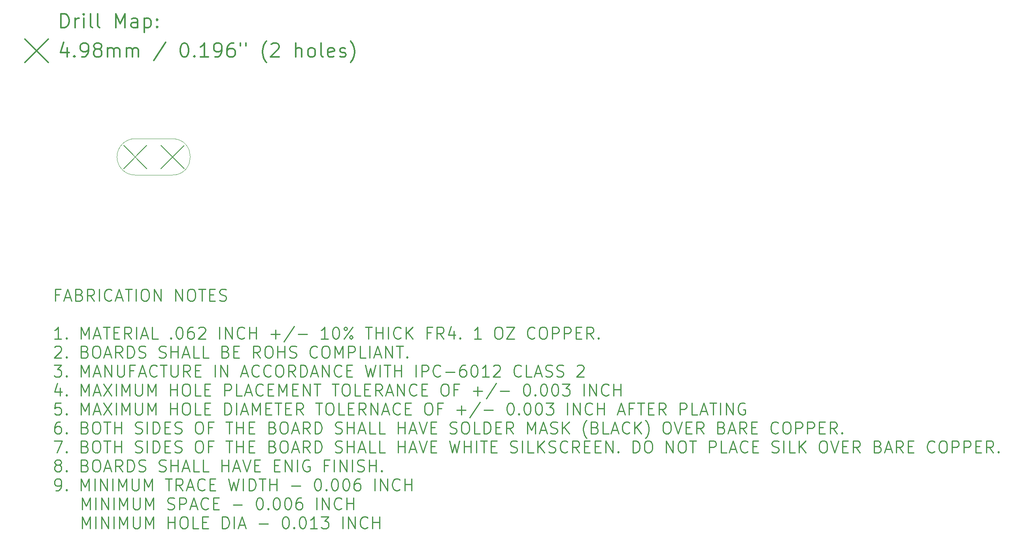
<source format=gbr>
G04 This is an RS-274x file exported by *
G04 gerbv version 2.6.0 *
G04 More information is available about gerbv at *
G04 http://gerbv.gpleda.org/ *
G04 --End of header info--*
%MOIN*%
%FSLAX34Y34*%
%IPPOS*%
G04 --Define apertures--*
%ADD10C,0.0050*%
%ADD11C,0.0079*%
%ADD12C,0.0118*%
%ADD13C,0.0138*%
%ADD14C,0.0016*%
%ADD15C,0.0100*%
G04 --Start main section--*
G54D11*
G01X0006342Y-011754D02*
G01X0008303Y-013715D01*
G01X0008303Y-011754D02*
G01X0006342Y-013715D01*
G01X0009492Y-011754D02*
G01X0011453Y-013715D01*
G01X0011453Y-011754D02*
G01X0009492Y-013715D01*
G54D12*
G01X0001069Y-001834D02*
G01X0001069Y-000652D01*
G01X0001069Y-000652D02*
G01X0001350Y-000652D01*
G01X0001350Y-000652D02*
G01X0001519Y-000709D01*
G01X0001519Y-000709D02*
G01X0001631Y-000821D01*
G01X0001631Y-000821D02*
G01X0001687Y-000934D01*
G01X0001687Y-000934D02*
G01X0001744Y-001159D01*
G01X0001744Y-001159D02*
G01X0001744Y-001327D01*
G01X0001744Y-001327D02*
G01X0001687Y-001552D01*
G01X0001687Y-001552D02*
G01X0001631Y-001665D01*
G01X0001631Y-001665D02*
G01X0001519Y-001777D01*
G01X0001519Y-001777D02*
G01X0001350Y-001834D01*
G01X0001350Y-001834D02*
G01X0001069Y-001834D01*
G01X0002250Y-001834D02*
G01X0002250Y-001046D01*
G01X0002250Y-001271D02*
G01X0002306Y-001159D01*
G01X0002306Y-001159D02*
G01X0002362Y-001102D01*
G01X0002362Y-001102D02*
G01X0002475Y-001046D01*
G01X0002475Y-001046D02*
G01X0002587Y-001046D01*
G01X0002981Y-001834D02*
G01X0002981Y-001046D01*
G01X0002981Y-000652D02*
G01X0002925Y-000709D01*
G01X0002925Y-000709D02*
G01X0002981Y-000765D01*
G01X0002981Y-000765D02*
G01X0003037Y-000709D01*
G01X0003037Y-000709D02*
G01X0002981Y-000652D01*
G01X0002981Y-000652D02*
G01X0002981Y-000765D01*
G01X0003712Y-001834D02*
G01X0003600Y-001777D01*
G01X0003600Y-001777D02*
G01X0003543Y-001665D01*
G01X0003543Y-001665D02*
G01X0003543Y-000652D01*
G01X0004331Y-001834D02*
G01X0004218Y-001777D01*
G01X0004218Y-001777D02*
G01X0004162Y-001665D01*
G01X0004162Y-001665D02*
G01X0004162Y-000652D01*
G01X0005681Y-001834D02*
G01X0005681Y-000652D01*
G01X0005681Y-000652D02*
G01X0006074Y-001496D01*
G01X0006074Y-001496D02*
G01X0006468Y-000652D01*
G01X0006468Y-000652D02*
G01X0006468Y-001834D01*
G01X0007537Y-001834D02*
G01X0007537Y-001215D01*
G01X0007537Y-001215D02*
G01X0007480Y-001102D01*
G01X0007480Y-001102D02*
G01X0007368Y-001046D01*
G01X0007368Y-001046D02*
G01X0007143Y-001046D01*
G01X0007143Y-001046D02*
G01X0007030Y-001102D01*
G01X0007537Y-001777D02*
G01X0007424Y-001834D01*
G01X0007424Y-001834D02*
G01X0007143Y-001834D01*
G01X0007143Y-001834D02*
G01X0007030Y-001777D01*
G01X0007030Y-001777D02*
G01X0006974Y-001665D01*
G01X0006974Y-001665D02*
G01X0006974Y-001552D01*
G01X0006974Y-001552D02*
G01X0007030Y-001440D01*
G01X0007030Y-001440D02*
G01X0007143Y-001384D01*
G01X0007143Y-001384D02*
G01X0007424Y-001384D01*
G01X0007424Y-001384D02*
G01X0007537Y-001327D01*
G01X0008099Y-001046D02*
G01X0008099Y-002227D01*
G01X0008099Y-001102D02*
G01X0008211Y-001046D01*
G01X0008211Y-001046D02*
G01X0008436Y-001046D01*
G01X0008436Y-001046D02*
G01X0008549Y-001102D01*
G01X0008549Y-001102D02*
G01X0008605Y-001159D01*
G01X0008605Y-001159D02*
G01X0008661Y-001271D01*
G01X0008661Y-001271D02*
G01X0008661Y-001609D01*
G01X0008661Y-001609D02*
G01X0008605Y-001721D01*
G01X0008605Y-001721D02*
G01X0008549Y-001777D01*
G01X0008549Y-001777D02*
G01X0008436Y-001834D01*
G01X0008436Y-001834D02*
G01X0008211Y-001834D01*
G01X0008211Y-001834D02*
G01X0008099Y-001777D01*
G01X0009168Y-001721D02*
G01X0009224Y-001777D01*
G01X0009224Y-001777D02*
G01X0009168Y-001834D01*
G01X0009168Y-001834D02*
G01X0009111Y-001777D01*
G01X0009111Y-001777D02*
G01X0009168Y-001721D01*
G01X0009168Y-001721D02*
G01X0009168Y-001834D01*
G01X0009168Y-001102D02*
G01X0009224Y-001159D01*
G01X0009224Y-001159D02*
G01X0009168Y-001215D01*
G01X0009168Y-001215D02*
G01X0009111Y-001159D01*
G01X0009111Y-001159D02*
G01X0009168Y-001102D01*
G01X0009168Y-001102D02*
G01X0009168Y-001215D01*
G01X-001961Y-002799D02*
G01X0000000Y-004760D01*
G01X0000000Y-002799D02*
G01X-001961Y-004760D01*
G01X0001575Y-003526D02*
G01X0001575Y-004314D01*
G01X0001294Y-003076D02*
G01X0001012Y-003920D01*
G01X0001012Y-003920D02*
G01X0001744Y-003920D01*
G01X0002193Y-004201D02*
G01X0002250Y-004258D01*
G01X0002250Y-004258D02*
G01X0002193Y-004314D01*
G01X0002193Y-004314D02*
G01X0002137Y-004258D01*
G01X0002137Y-004258D02*
G01X0002193Y-004201D01*
G01X0002193Y-004201D02*
G01X0002193Y-004314D01*
G01X0002812Y-004314D02*
G01X0003037Y-004314D01*
G01X0003037Y-004314D02*
G01X0003150Y-004258D01*
G01X0003150Y-004258D02*
G01X0003206Y-004201D01*
G01X0003206Y-004201D02*
G01X0003318Y-004033D01*
G01X0003318Y-004033D02*
G01X0003375Y-003808D01*
G01X0003375Y-003808D02*
G01X0003375Y-003358D01*
G01X0003375Y-003358D02*
G01X0003318Y-003245D01*
G01X0003318Y-003245D02*
G01X0003262Y-003189D01*
G01X0003262Y-003189D02*
G01X0003150Y-003133D01*
G01X0003150Y-003133D02*
G01X0002925Y-003133D01*
G01X0002925Y-003133D02*
G01X0002812Y-003189D01*
G01X0002812Y-003189D02*
G01X0002756Y-003245D01*
G01X0002756Y-003245D02*
G01X0002700Y-003358D01*
G01X0002700Y-003358D02*
G01X0002700Y-003639D01*
G01X0002700Y-003639D02*
G01X0002756Y-003751D01*
G01X0002756Y-003751D02*
G01X0002812Y-003808D01*
G01X0002812Y-003808D02*
G01X0002925Y-003864D01*
G01X0002925Y-003864D02*
G01X0003150Y-003864D01*
G01X0003150Y-003864D02*
G01X0003262Y-003808D01*
G01X0003262Y-003808D02*
G01X0003318Y-003751D01*
G01X0003318Y-003751D02*
G01X0003375Y-003639D01*
G01X0004049Y-003639D02*
G01X0003937Y-003583D01*
G01X0003937Y-003583D02*
G01X0003881Y-003526D01*
G01X0003881Y-003526D02*
G01X0003825Y-003414D01*
G01X0003825Y-003414D02*
G01X0003825Y-003358D01*
G01X0003825Y-003358D02*
G01X0003881Y-003245D01*
G01X0003881Y-003245D02*
G01X0003937Y-003189D01*
G01X0003937Y-003189D02*
G01X0004049Y-003133D01*
G01X0004049Y-003133D02*
G01X0004274Y-003133D01*
G01X0004274Y-003133D02*
G01X0004387Y-003189D01*
G01X0004387Y-003189D02*
G01X0004443Y-003245D01*
G01X0004443Y-003245D02*
G01X0004499Y-003358D01*
G01X0004499Y-003358D02*
G01X0004499Y-003414D01*
G01X0004499Y-003414D02*
G01X0004443Y-003526D01*
G01X0004443Y-003526D02*
G01X0004387Y-003583D01*
G01X0004387Y-003583D02*
G01X0004274Y-003639D01*
G01X0004274Y-003639D02*
G01X0004049Y-003639D01*
G01X0004049Y-003639D02*
G01X0003937Y-003695D01*
G01X0003937Y-003695D02*
G01X0003881Y-003751D01*
G01X0003881Y-003751D02*
G01X0003825Y-003864D01*
G01X0003825Y-003864D02*
G01X0003825Y-004089D01*
G01X0003825Y-004089D02*
G01X0003881Y-004201D01*
G01X0003881Y-004201D02*
G01X0003937Y-004258D01*
G01X0003937Y-004258D02*
G01X0004049Y-004314D01*
G01X0004049Y-004314D02*
G01X0004274Y-004314D01*
G01X0004274Y-004314D02*
G01X0004387Y-004258D01*
G01X0004387Y-004258D02*
G01X0004443Y-004201D01*
G01X0004443Y-004201D02*
G01X0004499Y-004089D01*
G01X0004499Y-004089D02*
G01X0004499Y-003864D01*
G01X0004499Y-003864D02*
G01X0004443Y-003751D01*
G01X0004443Y-003751D02*
G01X0004387Y-003695D01*
G01X0004387Y-003695D02*
G01X0004274Y-003639D01*
G01X0005006Y-004314D02*
G01X0005006Y-003526D01*
G01X0005006Y-003639D02*
G01X0005062Y-003583D01*
G01X0005062Y-003583D02*
G01X0005174Y-003526D01*
G01X0005174Y-003526D02*
G01X0005343Y-003526D01*
G01X0005343Y-003526D02*
G01X0005456Y-003583D01*
G01X0005456Y-003583D02*
G01X0005512Y-003695D01*
G01X0005512Y-003695D02*
G01X0005512Y-004314D01*
G01X0005512Y-003695D02*
G01X0005568Y-003583D01*
G01X0005568Y-003583D02*
G01X0005681Y-003526D01*
G01X0005681Y-003526D02*
G01X0005849Y-003526D01*
G01X0005849Y-003526D02*
G01X0005962Y-003583D01*
G01X0005962Y-003583D02*
G01X0006018Y-003695D01*
G01X0006018Y-003695D02*
G01X0006018Y-004314D01*
G01X0006580Y-004314D02*
G01X0006580Y-003526D01*
G01X0006580Y-003639D02*
G01X0006637Y-003583D01*
G01X0006637Y-003583D02*
G01X0006749Y-003526D01*
G01X0006749Y-003526D02*
G01X0006918Y-003526D01*
G01X0006918Y-003526D02*
G01X0007030Y-003583D01*
G01X0007030Y-003583D02*
G01X0007087Y-003695D01*
G01X0007087Y-003695D02*
G01X0007087Y-004314D01*
G01X0007087Y-003695D02*
G01X0007143Y-003583D01*
G01X0007143Y-003583D02*
G01X0007255Y-003526D01*
G01X0007255Y-003526D02*
G01X0007424Y-003526D01*
G01X0007424Y-003526D02*
G01X0007537Y-003583D01*
G01X0007537Y-003583D02*
G01X0007593Y-003695D01*
G01X0007593Y-003695D02*
G01X0007593Y-004314D01*
G01X0009899Y-003076D02*
G01X0008886Y-004595D01*
G01X0011417Y-003133D02*
G01X0011530Y-003133D01*
G01X0011530Y-003133D02*
G01X0011642Y-003189D01*
G01X0011642Y-003189D02*
G01X0011699Y-003245D01*
G01X0011699Y-003245D02*
G01X0011755Y-003358D01*
G01X0011755Y-003358D02*
G01X0011811Y-003583D01*
G01X0011811Y-003583D02*
G01X0011811Y-003864D01*
G01X0011811Y-003864D02*
G01X0011755Y-004089D01*
G01X0011755Y-004089D02*
G01X0011699Y-004201D01*
G01X0011699Y-004201D02*
G01X0011642Y-004258D01*
G01X0011642Y-004258D02*
G01X0011530Y-004314D01*
G01X0011530Y-004314D02*
G01X0011417Y-004314D01*
G01X0011417Y-004314D02*
G01X0011305Y-004258D01*
G01X0011305Y-004258D02*
G01X0011249Y-004201D01*
G01X0011249Y-004201D02*
G01X0011192Y-004089D01*
G01X0011192Y-004089D02*
G01X0011136Y-003864D01*
G01X0011136Y-003864D02*
G01X0011136Y-003583D01*
G01X0011136Y-003583D02*
G01X0011192Y-003358D01*
G01X0011192Y-003358D02*
G01X0011249Y-003245D01*
G01X0011249Y-003245D02*
G01X0011305Y-003189D01*
G01X0011305Y-003189D02*
G01X0011417Y-003133D01*
G01X0012317Y-004201D02*
G01X0012373Y-004258D01*
G01X0012373Y-004258D02*
G01X0012317Y-004314D01*
G01X0012317Y-004314D02*
G01X0012261Y-004258D01*
G01X0012261Y-004258D02*
G01X0012317Y-004201D01*
G01X0012317Y-004201D02*
G01X0012317Y-004314D01*
G01X0013498Y-004314D02*
G01X0012823Y-004314D01*
G01X0013161Y-004314D02*
G01X0013161Y-003133D01*
G01X0013161Y-003133D02*
G01X0013048Y-003301D01*
G01X0013048Y-003301D02*
G01X0012936Y-003414D01*
G01X0012936Y-003414D02*
G01X0012823Y-003470D01*
G01X0014061Y-004314D02*
G01X0014286Y-004314D01*
G01X0014286Y-004314D02*
G01X0014398Y-004258D01*
G01X0014398Y-004258D02*
G01X0014454Y-004201D01*
G01X0014454Y-004201D02*
G01X0014567Y-004033D01*
G01X0014567Y-004033D02*
G01X0014623Y-003808D01*
G01X0014623Y-003808D02*
G01X0014623Y-003358D01*
G01X0014623Y-003358D02*
G01X0014567Y-003245D01*
G01X0014567Y-003245D02*
G01X0014511Y-003189D01*
G01X0014511Y-003189D02*
G01X0014398Y-003133D01*
G01X0014398Y-003133D02*
G01X0014173Y-003133D01*
G01X0014173Y-003133D02*
G01X0014061Y-003189D01*
G01X0014061Y-003189D02*
G01X0014005Y-003245D01*
G01X0014005Y-003245D02*
G01X0013948Y-003358D01*
G01X0013948Y-003358D02*
G01X0013948Y-003639D01*
G01X0013948Y-003639D02*
G01X0014005Y-003751D01*
G01X0014005Y-003751D02*
G01X0014061Y-003808D01*
G01X0014061Y-003808D02*
G01X0014173Y-003864D01*
G01X0014173Y-003864D02*
G01X0014398Y-003864D01*
G01X0014398Y-003864D02*
G01X0014511Y-003808D01*
G01X0014511Y-003808D02*
G01X0014567Y-003751D01*
G01X0014567Y-003751D02*
G01X0014623Y-003639D01*
G01X0015636Y-003133D02*
G01X0015411Y-003133D01*
G01X0015411Y-003133D02*
G01X0015298Y-003189D01*
G01X0015298Y-003189D02*
G01X0015242Y-003245D01*
G01X0015242Y-003245D02*
G01X0015129Y-003414D01*
G01X0015129Y-003414D02*
G01X0015073Y-003639D01*
G01X0015073Y-003639D02*
G01X0015073Y-004089D01*
G01X0015073Y-004089D02*
G01X0015129Y-004201D01*
G01X0015129Y-004201D02*
G01X0015186Y-004258D01*
G01X0015186Y-004258D02*
G01X0015298Y-004314D01*
G01X0015298Y-004314D02*
G01X0015523Y-004314D01*
G01X0015523Y-004314D02*
G01X0015636Y-004258D01*
G01X0015636Y-004258D02*
G01X0015692Y-004201D01*
G01X0015692Y-004201D02*
G01X0015748Y-004089D01*
G01X0015748Y-004089D02*
G01X0015748Y-003808D01*
G01X0015748Y-003808D02*
G01X0015692Y-003695D01*
G01X0015692Y-003695D02*
G01X0015636Y-003639D01*
G01X0015636Y-003639D02*
G01X0015523Y-003583D01*
G01X0015523Y-003583D02*
G01X0015298Y-003583D01*
G01X0015298Y-003583D02*
G01X0015186Y-003639D01*
G01X0015186Y-003639D02*
G01X0015129Y-003695D01*
G01X0015129Y-003695D02*
G01X0015073Y-003808D01*
G01X0016198Y-003133D02*
G01X0016198Y-003358D01*
G01X0016648Y-003133D02*
G01X0016648Y-003358D01*
G01X0018391Y-004764D02*
G01X0018335Y-004708D01*
G01X0018335Y-004708D02*
G01X0018223Y-004539D01*
G01X0018223Y-004539D02*
G01X0018166Y-004426D01*
G01X0018166Y-004426D02*
G01X0018110Y-004258D01*
G01X0018110Y-004258D02*
G01X0018054Y-003976D01*
G01X0018054Y-003976D02*
G01X0018054Y-003751D01*
G01X0018054Y-003751D02*
G01X0018110Y-003470D01*
G01X0018110Y-003470D02*
G01X0018166Y-003301D01*
G01X0018166Y-003301D02*
G01X0018223Y-003189D01*
G01X0018223Y-003189D02*
G01X0018335Y-003020D01*
G01X0018335Y-003020D02*
G01X0018391Y-002964D01*
G01X0018785Y-003245D02*
G01X0018841Y-003189D01*
G01X0018841Y-003189D02*
G01X0018954Y-003133D01*
G01X0018954Y-003133D02*
G01X0019235Y-003133D01*
G01X0019235Y-003133D02*
G01X0019348Y-003189D01*
G01X0019348Y-003189D02*
G01X0019404Y-003245D01*
G01X0019404Y-003245D02*
G01X0019460Y-003358D01*
G01X0019460Y-003358D02*
G01X0019460Y-003470D01*
G01X0019460Y-003470D02*
G01X0019404Y-003639D01*
G01X0019404Y-003639D02*
G01X0018729Y-004314D01*
G01X0018729Y-004314D02*
G01X0019460Y-004314D01*
G01X0020866Y-004314D02*
G01X0020866Y-003133D01*
G01X0021372Y-004314D02*
G01X0021372Y-003695D01*
G01X0021372Y-003695D02*
G01X0021316Y-003583D01*
G01X0021316Y-003583D02*
G01X0021204Y-003526D01*
G01X0021204Y-003526D02*
G01X0021035Y-003526D01*
G01X0021035Y-003526D02*
G01X0020922Y-003583D01*
G01X0020922Y-003583D02*
G01X0020866Y-003639D01*
G01X0022103Y-004314D02*
G01X0021991Y-004258D01*
G01X0021991Y-004258D02*
G01X0021935Y-004201D01*
G01X0021935Y-004201D02*
G01X0021879Y-004089D01*
G01X0021879Y-004089D02*
G01X0021879Y-003751D01*
G01X0021879Y-003751D02*
G01X0021935Y-003639D01*
G01X0021935Y-003639D02*
G01X0021991Y-003583D01*
G01X0021991Y-003583D02*
G01X0022103Y-003526D01*
G01X0022103Y-003526D02*
G01X0022272Y-003526D01*
G01X0022272Y-003526D02*
G01X0022385Y-003583D01*
G01X0022385Y-003583D02*
G01X0022441Y-003639D01*
G01X0022441Y-003639D02*
G01X0022497Y-003751D01*
G01X0022497Y-003751D02*
G01X0022497Y-004089D01*
G01X0022497Y-004089D02*
G01X0022441Y-004201D01*
G01X0022441Y-004201D02*
G01X0022385Y-004258D01*
G01X0022385Y-004258D02*
G01X0022272Y-004314D01*
G01X0022272Y-004314D02*
G01X0022103Y-004314D01*
G01X0023172Y-004314D02*
G01X0023060Y-004258D01*
G01X0023060Y-004258D02*
G01X0023003Y-004145D01*
G01X0023003Y-004145D02*
G01X0023003Y-003133D01*
G01X0024072Y-004258D02*
G01X0023960Y-004314D01*
G01X0023960Y-004314D02*
G01X0023735Y-004314D01*
G01X0023735Y-004314D02*
G01X0023622Y-004258D01*
G01X0023622Y-004258D02*
G01X0023566Y-004145D01*
G01X0023566Y-004145D02*
G01X0023566Y-003695D01*
G01X0023566Y-003695D02*
G01X0023622Y-003583D01*
G01X0023622Y-003583D02*
G01X0023735Y-003526D01*
G01X0023735Y-003526D02*
G01X0023960Y-003526D01*
G01X0023960Y-003526D02*
G01X0024072Y-003583D01*
G01X0024072Y-003583D02*
G01X0024128Y-003695D01*
G01X0024128Y-003695D02*
G01X0024128Y-003808D01*
G01X0024128Y-003808D02*
G01X0023566Y-003920D01*
G01X0024578Y-004258D02*
G01X0024691Y-004314D01*
G01X0024691Y-004314D02*
G01X0024916Y-004314D01*
G01X0024916Y-004314D02*
G01X0025028Y-004258D01*
G01X0025028Y-004258D02*
G01X0025084Y-004145D01*
G01X0025084Y-004145D02*
G01X0025084Y-004089D01*
G01X0025084Y-004089D02*
G01X0025028Y-003976D01*
G01X0025028Y-003976D02*
G01X0024916Y-003920D01*
G01X0024916Y-003920D02*
G01X0024747Y-003920D01*
G01X0024747Y-003920D02*
G01X0024634Y-003864D01*
G01X0024634Y-003864D02*
G01X0024578Y-003751D01*
G01X0024578Y-003751D02*
G01X0024578Y-003695D01*
G01X0024578Y-003695D02*
G01X0024634Y-003583D01*
G01X0024634Y-003583D02*
G01X0024747Y-003526D01*
G01X0024747Y-003526D02*
G01X0024916Y-003526D01*
G01X0024916Y-003526D02*
G01X0025028Y-003583D01*
G01X0025478Y-004764D02*
G01X0025534Y-004708D01*
G01X0025534Y-004708D02*
G01X0025647Y-004539D01*
G01X0025647Y-004539D02*
G01X0025703Y-004426D01*
G01X0025703Y-004426D02*
G01X0025759Y-004258D01*
G01X0025759Y-004258D02*
G01X0025816Y-003976D01*
G01X0025816Y-003976D02*
G01X0025816Y-003751D01*
G01X0025816Y-003751D02*
G01X0025759Y-003470D01*
G01X0025759Y-003470D02*
G01X0025703Y-003301D01*
G01X0025703Y-003301D02*
G01X0025647Y-003189D01*
G01X0025647Y-003189D02*
G01X0025534Y-003020D01*
G01X0025534Y-003020D02*
G01X0025478Y-002964D01*
G01X0000000Y0000000D02*
G54D14*
G01X0010512Y-011199D02*
G01X0007283Y-011199D01*
G01X0010447Y-014270D02*
G75*
G03X0010472Y-011199I-000014J0001536D01*
G01X0007323Y-011199D02*
G75*
G03X0007362Y-014270I0000000J-001536D01*
G01X0010472Y-014270D02*
G01X0007362Y-014270D01*
G01X0000000Y0000000D02*
G54D15*
G01X0000911Y-024369D02*
G01X0000578Y-024369D01*
G01X0000578Y-024892D02*
G01X0000578Y-023892D01*
G01X0000578Y-023892D02*
G01X0001054Y-023892D01*
G01X0001388Y-024607D02*
G01X0001864Y-024607D01*
G01X0001292Y-024892D02*
G01X0001626Y-023892D01*
G01X0001626Y-023892D02*
G01X0001959Y-024892D01*
G01X0002626Y-024369D02*
G01X0002769Y-024416D01*
G01X0002769Y-024416D02*
G01X0002816Y-024464D01*
G01X0002816Y-024464D02*
G01X0002864Y-024559D01*
G01X0002864Y-024559D02*
G01X0002864Y-024702D01*
G01X0002864Y-024702D02*
G01X0002816Y-024797D01*
G01X0002816Y-024797D02*
G01X0002769Y-024845D01*
G01X0002769Y-024845D02*
G01X0002673Y-024892D01*
G01X0002673Y-024892D02*
G01X0002292Y-024892D01*
G01X0002292Y-024892D02*
G01X0002292Y-023892D01*
G01X0002292Y-023892D02*
G01X0002626Y-023892D01*
G01X0002626Y-023892D02*
G01X0002721Y-023940D01*
G01X0002721Y-023940D02*
G01X0002769Y-023988D01*
G01X0002769Y-023988D02*
G01X0002816Y-024083D01*
G01X0002816Y-024083D02*
G01X0002816Y-024178D01*
G01X0002816Y-024178D02*
G01X0002769Y-024273D01*
G01X0002769Y-024273D02*
G01X0002721Y-024321D01*
G01X0002721Y-024321D02*
G01X0002626Y-024369D01*
G01X0002626Y-024369D02*
G01X0002292Y-024369D01*
G01X0003864Y-024892D02*
G01X0003530Y-024416D01*
G01X0003292Y-024892D02*
G01X0003292Y-023892D01*
G01X0003292Y-023892D02*
G01X0003673Y-023892D01*
G01X0003673Y-023892D02*
G01X0003769Y-023940D01*
G01X0003769Y-023940D02*
G01X0003816Y-023988D01*
G01X0003816Y-023988D02*
G01X0003864Y-024083D01*
G01X0003864Y-024083D02*
G01X0003864Y-024226D01*
G01X0003864Y-024226D02*
G01X0003816Y-024321D01*
G01X0003816Y-024321D02*
G01X0003769Y-024369D01*
G01X0003769Y-024369D02*
G01X0003673Y-024416D01*
G01X0003673Y-024416D02*
G01X0003292Y-024416D01*
G01X0004292Y-024892D02*
G01X0004292Y-023892D01*
G01X0005340Y-024797D02*
G01X0005292Y-024845D01*
G01X0005292Y-024845D02*
G01X0005150Y-024892D01*
G01X0005150Y-024892D02*
G01X0005054Y-024892D01*
G01X0005054Y-024892D02*
G01X0004911Y-024845D01*
G01X0004911Y-024845D02*
G01X0004816Y-024750D01*
G01X0004816Y-024750D02*
G01X0004769Y-024654D01*
G01X0004769Y-024654D02*
G01X0004721Y-024464D01*
G01X0004721Y-024464D02*
G01X0004721Y-024321D01*
G01X0004721Y-024321D02*
G01X0004769Y-024130D01*
G01X0004769Y-024130D02*
G01X0004816Y-024035D01*
G01X0004816Y-024035D02*
G01X0004911Y-023940D01*
G01X0004911Y-023940D02*
G01X0005054Y-023892D01*
G01X0005054Y-023892D02*
G01X0005150Y-023892D01*
G01X0005150Y-023892D02*
G01X0005292Y-023940D01*
G01X0005292Y-023940D02*
G01X0005340Y-023988D01*
G01X0005721Y-024607D02*
G01X0006197Y-024607D01*
G01X0005626Y-024892D02*
G01X0005959Y-023892D01*
G01X0005959Y-023892D02*
G01X0006292Y-024892D01*
G01X0006483Y-023892D02*
G01X0007054Y-023892D01*
G01X0006769Y-024892D02*
G01X0006769Y-023892D01*
G01X0007388Y-024892D02*
G01X0007388Y-023892D01*
G01X0008054Y-023892D02*
G01X0008245Y-023892D01*
G01X0008245Y-023892D02*
G01X0008340Y-023940D01*
G01X0008340Y-023940D02*
G01X0008435Y-024035D01*
G01X0008435Y-024035D02*
G01X0008483Y-024226D01*
G01X0008483Y-024226D02*
G01X0008483Y-024559D01*
G01X0008483Y-024559D02*
G01X0008435Y-024750D01*
G01X0008435Y-024750D02*
G01X0008340Y-024845D01*
G01X0008340Y-024845D02*
G01X0008245Y-024892D01*
G01X0008245Y-024892D02*
G01X0008054Y-024892D01*
G01X0008054Y-024892D02*
G01X0007959Y-024845D01*
G01X0007959Y-024845D02*
G01X0007864Y-024750D01*
G01X0007864Y-024750D02*
G01X0007816Y-024559D01*
G01X0007816Y-024559D02*
G01X0007816Y-024226D01*
G01X0007816Y-024226D02*
G01X0007864Y-024035D01*
G01X0007864Y-024035D02*
G01X0007959Y-023940D01*
G01X0007959Y-023940D02*
G01X0008054Y-023892D01*
G01X0008911Y-024892D02*
G01X0008911Y-023892D01*
G01X0008911Y-023892D02*
G01X0009483Y-024892D01*
G01X0009483Y-024892D02*
G01X0009483Y-023892D01*
G01X0010721Y-024892D02*
G01X0010721Y-023892D01*
G01X0010721Y-023892D02*
G01X0011292Y-024892D01*
G01X0011292Y-024892D02*
G01X0011292Y-023892D01*
G01X0011959Y-023892D02*
G01X0012150Y-023892D01*
G01X0012150Y-023892D02*
G01X0012245Y-023940D01*
G01X0012245Y-023940D02*
G01X0012340Y-024035D01*
G01X0012340Y-024035D02*
G01X0012388Y-024226D01*
G01X0012388Y-024226D02*
G01X0012388Y-024559D01*
G01X0012388Y-024559D02*
G01X0012340Y-024750D01*
G01X0012340Y-024750D02*
G01X0012245Y-024845D01*
G01X0012245Y-024845D02*
G01X0012150Y-024892D01*
G01X0012150Y-024892D02*
G01X0011959Y-024892D01*
G01X0011959Y-024892D02*
G01X0011864Y-024845D01*
G01X0011864Y-024845D02*
G01X0011769Y-024750D01*
G01X0011769Y-024750D02*
G01X0011721Y-024559D01*
G01X0011721Y-024559D02*
G01X0011721Y-024226D01*
G01X0011721Y-024226D02*
G01X0011769Y-024035D01*
G01X0011769Y-024035D02*
G01X0011864Y-023940D01*
G01X0011864Y-023940D02*
G01X0011959Y-023892D01*
G01X0012673Y-023892D02*
G01X0013245Y-023892D01*
G01X0012959Y-024892D02*
G01X0012959Y-023892D01*
G01X0013578Y-024369D02*
G01X0013911Y-024369D01*
G01X0014054Y-024892D02*
G01X0013578Y-024892D01*
G01X0013578Y-024892D02*
G01X0013578Y-023892D01*
G01X0013578Y-023892D02*
G01X0014054Y-023892D01*
G01X0014435Y-024845D02*
G01X0014578Y-024892D01*
G01X0014578Y-024892D02*
G01X0014816Y-024892D01*
G01X0014816Y-024892D02*
G01X0014911Y-024845D01*
G01X0014911Y-024845D02*
G01X0014959Y-024797D01*
G01X0014959Y-024797D02*
G01X0015007Y-024702D01*
G01X0015007Y-024702D02*
G01X0015007Y-024607D01*
G01X0015007Y-024607D02*
G01X0014959Y-024511D01*
G01X0014959Y-024511D02*
G01X0014911Y-024464D01*
G01X0014911Y-024464D02*
G01X0014816Y-024416D01*
G01X0014816Y-024416D02*
G01X0014626Y-024369D01*
G01X0014626Y-024369D02*
G01X0014530Y-024321D01*
G01X0014530Y-024321D02*
G01X0014483Y-024273D01*
G01X0014483Y-024273D02*
G01X0014435Y-024178D01*
G01X0014435Y-024178D02*
G01X0014435Y-024083D01*
G01X0014435Y-024083D02*
G01X0014483Y-023988D01*
G01X0014483Y-023988D02*
G01X0014530Y-023940D01*
G01X0014530Y-023940D02*
G01X0014626Y-023892D01*
G01X0014626Y-023892D02*
G01X0014864Y-023892D01*
G01X0014864Y-023892D02*
G01X0015007Y-023940D01*
G01X0001102Y-028092D02*
G01X0000530Y-028092D01*
G01X0000816Y-028092D02*
G01X0000816Y-027092D01*
G01X0000816Y-027092D02*
G01X0000721Y-027235D01*
G01X0000721Y-027235D02*
G01X0000626Y-027330D01*
G01X0000626Y-027330D02*
G01X0000530Y-027378D01*
G01X0001530Y-027997D02*
G01X0001578Y-028045D01*
G01X0001578Y-028045D02*
G01X0001530Y-028092D01*
G01X0001530Y-028092D02*
G01X0001483Y-028045D01*
G01X0001483Y-028045D02*
G01X0001530Y-027997D01*
G01X0001530Y-027997D02*
G01X0001530Y-028092D01*
G01X0002769Y-028092D02*
G01X0002769Y-027092D01*
G01X0002769Y-027092D02*
G01X0003102Y-027807D01*
G01X0003102Y-027807D02*
G01X0003435Y-027092D01*
G01X0003435Y-027092D02*
G01X0003435Y-028092D01*
G01X0003864Y-027807D02*
G01X0004340Y-027807D01*
G01X0003769Y-028092D02*
G01X0004102Y-027092D01*
G01X0004102Y-027092D02*
G01X0004435Y-028092D01*
G01X0004626Y-027092D02*
G01X0005197Y-027092D01*
G01X0004911Y-028092D02*
G01X0004911Y-027092D01*
G01X0005530Y-027569D02*
G01X0005864Y-027569D01*
G01X0006007Y-028092D02*
G01X0005530Y-028092D01*
G01X0005530Y-028092D02*
G01X0005530Y-027092D01*
G01X0005530Y-027092D02*
G01X0006007Y-027092D01*
G01X0007007Y-028092D02*
G01X0006673Y-027616D01*
G01X0006435Y-028092D02*
G01X0006435Y-027092D01*
G01X0006435Y-027092D02*
G01X0006816Y-027092D01*
G01X0006816Y-027092D02*
G01X0006911Y-027140D01*
G01X0006911Y-027140D02*
G01X0006959Y-027188D01*
G01X0006959Y-027188D02*
G01X0007007Y-027283D01*
G01X0007007Y-027283D02*
G01X0007007Y-027426D01*
G01X0007007Y-027426D02*
G01X0006959Y-027521D01*
G01X0006959Y-027521D02*
G01X0006911Y-027569D01*
G01X0006911Y-027569D02*
G01X0006816Y-027616D01*
G01X0006816Y-027616D02*
G01X0006435Y-027616D01*
G01X0007435Y-028092D02*
G01X0007435Y-027092D01*
G01X0007864Y-027807D02*
G01X0008340Y-027807D01*
G01X0007769Y-028092D02*
G01X0008102Y-027092D01*
G01X0008102Y-027092D02*
G01X0008435Y-028092D01*
G01X0009245Y-028092D02*
G01X0008769Y-028092D01*
G01X0008769Y-028092D02*
G01X0008769Y-027092D01*
G01X0010340Y-027997D02*
G01X0010388Y-028045D01*
G01X0010388Y-028045D02*
G01X0010340Y-028092D01*
G01X0010340Y-028092D02*
G01X0010292Y-028045D01*
G01X0010292Y-028045D02*
G01X0010340Y-027997D01*
G01X0010340Y-027997D02*
G01X0010340Y-028092D01*
G01X0011007Y-027092D02*
G01X0011102Y-027092D01*
G01X0011102Y-027092D02*
G01X0011197Y-027140D01*
G01X0011197Y-027140D02*
G01X0011245Y-027188D01*
G01X0011245Y-027188D02*
G01X0011292Y-027283D01*
G01X0011292Y-027283D02*
G01X0011340Y-027473D01*
G01X0011340Y-027473D02*
G01X0011340Y-027711D01*
G01X0011340Y-027711D02*
G01X0011292Y-027902D01*
G01X0011292Y-027902D02*
G01X0011245Y-027997D01*
G01X0011245Y-027997D02*
G01X0011197Y-028045D01*
G01X0011197Y-028045D02*
G01X0011102Y-028092D01*
G01X0011102Y-028092D02*
G01X0011007Y-028092D01*
G01X0011007Y-028092D02*
G01X0010911Y-028045D01*
G01X0010911Y-028045D02*
G01X0010864Y-027997D01*
G01X0010864Y-027997D02*
G01X0010816Y-027902D01*
G01X0010816Y-027902D02*
G01X0010769Y-027711D01*
G01X0010769Y-027711D02*
G01X0010769Y-027473D01*
G01X0010769Y-027473D02*
G01X0010816Y-027283D01*
G01X0010816Y-027283D02*
G01X0010864Y-027188D01*
G01X0010864Y-027188D02*
G01X0010911Y-027140D01*
G01X0010911Y-027140D02*
G01X0011007Y-027092D01*
G01X0012197Y-027092D02*
G01X0012007Y-027092D01*
G01X0012007Y-027092D02*
G01X0011911Y-027140D01*
G01X0011911Y-027140D02*
G01X0011864Y-027188D01*
G01X0011864Y-027188D02*
G01X0011769Y-027330D01*
G01X0011769Y-027330D02*
G01X0011721Y-027521D01*
G01X0011721Y-027521D02*
G01X0011721Y-027902D01*
G01X0011721Y-027902D02*
G01X0011769Y-027997D01*
G01X0011769Y-027997D02*
G01X0011816Y-028045D01*
G01X0011816Y-028045D02*
G01X0011911Y-028092D01*
G01X0011911Y-028092D02*
G01X0012102Y-028092D01*
G01X0012102Y-028092D02*
G01X0012197Y-028045D01*
G01X0012197Y-028045D02*
G01X0012245Y-027997D01*
G01X0012245Y-027997D02*
G01X0012292Y-027902D01*
G01X0012292Y-027902D02*
G01X0012292Y-027664D01*
G01X0012292Y-027664D02*
G01X0012245Y-027569D01*
G01X0012245Y-027569D02*
G01X0012197Y-027521D01*
G01X0012197Y-027521D02*
G01X0012102Y-027473D01*
G01X0012102Y-027473D02*
G01X0011911Y-027473D01*
G01X0011911Y-027473D02*
G01X0011816Y-027521D01*
G01X0011816Y-027521D02*
G01X0011769Y-027569D01*
G01X0011769Y-027569D02*
G01X0011721Y-027664D01*
G01X0012673Y-027188D02*
G01X0012721Y-027140D01*
G01X0012721Y-027140D02*
G01X0012816Y-027092D01*
G01X0012816Y-027092D02*
G01X0013054Y-027092D01*
G01X0013054Y-027092D02*
G01X0013150Y-027140D01*
G01X0013150Y-027140D02*
G01X0013197Y-027188D01*
G01X0013197Y-027188D02*
G01X0013245Y-027283D01*
G01X0013245Y-027283D02*
G01X0013245Y-027378D01*
G01X0013245Y-027378D02*
G01X0013197Y-027521D01*
G01X0013197Y-027521D02*
G01X0012626Y-028092D01*
G01X0012626Y-028092D02*
G01X0013245Y-028092D01*
G01X0014435Y-028092D02*
G01X0014435Y-027092D01*
G01X0014911Y-028092D02*
G01X0014911Y-027092D01*
G01X0014911Y-027092D02*
G01X0015483Y-028092D01*
G01X0015483Y-028092D02*
G01X0015483Y-027092D01*
G01X0016530Y-027997D02*
G01X0016483Y-028045D01*
G01X0016483Y-028045D02*
G01X0016340Y-028092D01*
G01X0016340Y-028092D02*
G01X0016245Y-028092D01*
G01X0016245Y-028092D02*
G01X0016102Y-028045D01*
G01X0016102Y-028045D02*
G01X0016007Y-027950D01*
G01X0016007Y-027950D02*
G01X0015959Y-027854D01*
G01X0015959Y-027854D02*
G01X0015911Y-027664D01*
G01X0015911Y-027664D02*
G01X0015911Y-027521D01*
G01X0015911Y-027521D02*
G01X0015959Y-027330D01*
G01X0015959Y-027330D02*
G01X0016007Y-027235D01*
G01X0016007Y-027235D02*
G01X0016102Y-027140D01*
G01X0016102Y-027140D02*
G01X0016245Y-027092D01*
G01X0016245Y-027092D02*
G01X0016340Y-027092D01*
G01X0016340Y-027092D02*
G01X0016483Y-027140D01*
G01X0016483Y-027140D02*
G01X0016530Y-027188D01*
G01X0016959Y-028092D02*
G01X0016959Y-027092D01*
G01X0016959Y-027569D02*
G01X0017530Y-027569D01*
G01X0017530Y-028092D02*
G01X0017530Y-027092D01*
G01X0018769Y-027711D02*
G01X0019530Y-027711D01*
G01X0019150Y-028092D02*
G01X0019150Y-027330D01*
G01X0020721Y-027045D02*
G01X0019864Y-028330D01*
G01X0021054Y-027711D02*
G01X0021816Y-027711D01*
G01X0023578Y-028092D02*
G01X0023007Y-028092D01*
G01X0023292Y-028092D02*
G01X0023292Y-027092D01*
G01X0023292Y-027092D02*
G01X0023197Y-027235D01*
G01X0023197Y-027235D02*
G01X0023102Y-027330D01*
G01X0023102Y-027330D02*
G01X0023007Y-027378D01*
G01X0024197Y-027092D02*
G01X0024292Y-027092D01*
G01X0024292Y-027092D02*
G01X0024388Y-027140D01*
G01X0024388Y-027140D02*
G01X0024435Y-027188D01*
G01X0024435Y-027188D02*
G01X0024483Y-027283D01*
G01X0024483Y-027283D02*
G01X0024530Y-027473D01*
G01X0024530Y-027473D02*
G01X0024530Y-027711D01*
G01X0024530Y-027711D02*
G01X0024483Y-027902D01*
G01X0024483Y-027902D02*
G01X0024435Y-027997D01*
G01X0024435Y-027997D02*
G01X0024388Y-028045D01*
G01X0024388Y-028045D02*
G01X0024292Y-028092D01*
G01X0024292Y-028092D02*
G01X0024197Y-028092D01*
G01X0024197Y-028092D02*
G01X0024102Y-028045D01*
G01X0024102Y-028045D02*
G01X0024054Y-027997D01*
G01X0024054Y-027997D02*
G01X0024007Y-027902D01*
G01X0024007Y-027902D02*
G01X0023959Y-027711D01*
G01X0023959Y-027711D02*
G01X0023959Y-027473D01*
G01X0023959Y-027473D02*
G01X0024007Y-027283D01*
G01X0024007Y-027283D02*
G01X0024054Y-027188D01*
G01X0024054Y-027188D02*
G01X0024102Y-027140D01*
G01X0024102Y-027140D02*
G01X0024197Y-027092D01*
G01X0024911Y-028092D02*
G01X0025673Y-027092D01*
G01X0025054Y-027092D02*
G01X0025150Y-027140D01*
G01X0025150Y-027140D02*
G01X0025197Y-027235D01*
G01X0025197Y-027235D02*
G01X0025150Y-027330D01*
G01X0025150Y-027330D02*
G01X0025054Y-027378D01*
G01X0025054Y-027378D02*
G01X0024959Y-027330D01*
G01X0024959Y-027330D02*
G01X0024911Y-027235D01*
G01X0024911Y-027235D02*
G01X0024959Y-027140D01*
G01X0024959Y-027140D02*
G01X0025054Y-027092D01*
G01X0025626Y-028045D02*
G01X0025673Y-027950D01*
G01X0025673Y-027950D02*
G01X0025626Y-027854D01*
G01X0025626Y-027854D02*
G01X0025530Y-027807D01*
G01X0025530Y-027807D02*
G01X0025435Y-027854D01*
G01X0025435Y-027854D02*
G01X0025388Y-027950D01*
G01X0025388Y-027950D02*
G01X0025435Y-028045D01*
G01X0025435Y-028045D02*
G01X0025530Y-028092D01*
G01X0025530Y-028092D02*
G01X0025626Y-028045D01*
G01X0026721Y-027092D02*
G01X0027292Y-027092D01*
G01X0027007Y-028092D02*
G01X0027007Y-027092D01*
G01X0027626Y-028092D02*
G01X0027626Y-027092D01*
G01X0027626Y-027569D02*
G01X0028197Y-027569D01*
G01X0028197Y-028092D02*
G01X0028197Y-027092D01*
G01X0028673Y-028092D02*
G01X0028673Y-027092D01*
G01X0029721Y-027997D02*
G01X0029673Y-028045D01*
G01X0029673Y-028045D02*
G01X0029530Y-028092D01*
G01X0029530Y-028092D02*
G01X0029435Y-028092D01*
G01X0029435Y-028092D02*
G01X0029292Y-028045D01*
G01X0029292Y-028045D02*
G01X0029197Y-027950D01*
G01X0029197Y-027950D02*
G01X0029150Y-027854D01*
G01X0029150Y-027854D02*
G01X0029102Y-027664D01*
G01X0029102Y-027664D02*
G01X0029102Y-027521D01*
G01X0029102Y-027521D02*
G01X0029150Y-027330D01*
G01X0029150Y-027330D02*
G01X0029197Y-027235D01*
G01X0029197Y-027235D02*
G01X0029292Y-027140D01*
G01X0029292Y-027140D02*
G01X0029435Y-027092D01*
G01X0029435Y-027092D02*
G01X0029530Y-027092D01*
G01X0029530Y-027092D02*
G01X0029673Y-027140D01*
G01X0029673Y-027140D02*
G01X0029721Y-027188D01*
G01X0030150Y-028092D02*
G01X0030150Y-027092D01*
G01X0030721Y-028092D02*
G01X0030292Y-027521D01*
G01X0030721Y-027092D02*
G01X0030150Y-027664D01*
G01X0032245Y-027569D02*
G01X0031911Y-027569D01*
G01X0031911Y-028092D02*
G01X0031911Y-027092D01*
G01X0031911Y-027092D02*
G01X0032388Y-027092D01*
G01X0033340Y-028092D02*
G01X0033007Y-027616D01*
G01X0032769Y-028092D02*
G01X0032769Y-027092D01*
G01X0032769Y-027092D02*
G01X0033150Y-027092D01*
G01X0033150Y-027092D02*
G01X0033245Y-027140D01*
G01X0033245Y-027140D02*
G01X0033292Y-027188D01*
G01X0033292Y-027188D02*
G01X0033340Y-027283D01*
G01X0033340Y-027283D02*
G01X0033340Y-027426D01*
G01X0033340Y-027426D02*
G01X0033292Y-027521D01*
G01X0033292Y-027521D02*
G01X0033245Y-027569D01*
G01X0033245Y-027569D02*
G01X0033150Y-027616D01*
G01X0033150Y-027616D02*
G01X0032769Y-027616D01*
G01X0034197Y-027426D02*
G01X0034197Y-028092D01*
G01X0033959Y-027045D02*
G01X0033721Y-027759D01*
G01X0033721Y-027759D02*
G01X0034340Y-027759D01*
G01X0034721Y-027997D02*
G01X0034769Y-028045D01*
G01X0034769Y-028045D02*
G01X0034721Y-028092D01*
G01X0034721Y-028092D02*
G01X0034673Y-028045D01*
G01X0034673Y-028045D02*
G01X0034721Y-027997D01*
G01X0034721Y-027997D02*
G01X0034721Y-028092D01*
G01X0036483Y-028092D02*
G01X0035911Y-028092D01*
G01X0036197Y-028092D02*
G01X0036197Y-027092D01*
G01X0036197Y-027092D02*
G01X0036102Y-027235D01*
G01X0036102Y-027235D02*
G01X0036007Y-027330D01*
G01X0036007Y-027330D02*
G01X0035911Y-027378D01*
G01X0037864Y-027092D02*
G01X0038054Y-027092D01*
G01X0038054Y-027092D02*
G01X0038150Y-027140D01*
G01X0038150Y-027140D02*
G01X0038245Y-027235D01*
G01X0038245Y-027235D02*
G01X0038292Y-027426D01*
G01X0038292Y-027426D02*
G01X0038292Y-027759D01*
G01X0038292Y-027759D02*
G01X0038245Y-027950D01*
G01X0038245Y-027950D02*
G01X0038150Y-028045D01*
G01X0038150Y-028045D02*
G01X0038054Y-028092D01*
G01X0038054Y-028092D02*
G01X0037864Y-028092D01*
G01X0037864Y-028092D02*
G01X0037769Y-028045D01*
G01X0037769Y-028045D02*
G01X0037673Y-027950D01*
G01X0037673Y-027950D02*
G01X0037626Y-027759D01*
G01X0037626Y-027759D02*
G01X0037626Y-027426D01*
G01X0037626Y-027426D02*
G01X0037673Y-027235D01*
G01X0037673Y-027235D02*
G01X0037769Y-027140D01*
G01X0037769Y-027140D02*
G01X0037864Y-027092D01*
G01X0038626Y-027092D02*
G01X0039292Y-027092D01*
G01X0039292Y-027092D02*
G01X0038626Y-028092D01*
G01X0038626Y-028092D02*
G01X0039292Y-028092D01*
G01X0041007Y-027997D02*
G01X0040959Y-028045D01*
G01X0040959Y-028045D02*
G01X0040816Y-028092D01*
G01X0040816Y-028092D02*
G01X0040721Y-028092D01*
G01X0040721Y-028092D02*
G01X0040578Y-028045D01*
G01X0040578Y-028045D02*
G01X0040483Y-027950D01*
G01X0040483Y-027950D02*
G01X0040435Y-027854D01*
G01X0040435Y-027854D02*
G01X0040388Y-027664D01*
G01X0040388Y-027664D02*
G01X0040388Y-027521D01*
G01X0040388Y-027521D02*
G01X0040435Y-027330D01*
G01X0040435Y-027330D02*
G01X0040483Y-027235D01*
G01X0040483Y-027235D02*
G01X0040578Y-027140D01*
G01X0040578Y-027140D02*
G01X0040721Y-027092D01*
G01X0040721Y-027092D02*
G01X0040816Y-027092D01*
G01X0040816Y-027092D02*
G01X0040959Y-027140D01*
G01X0040959Y-027140D02*
G01X0041007Y-027188D01*
G01X0041626Y-027092D02*
G01X0041816Y-027092D01*
G01X0041816Y-027092D02*
G01X0041911Y-027140D01*
G01X0041911Y-027140D02*
G01X0042007Y-027235D01*
G01X0042007Y-027235D02*
G01X0042054Y-027426D01*
G01X0042054Y-027426D02*
G01X0042054Y-027759D01*
G01X0042054Y-027759D02*
G01X0042007Y-027950D01*
G01X0042007Y-027950D02*
G01X0041911Y-028045D01*
G01X0041911Y-028045D02*
G01X0041816Y-028092D01*
G01X0041816Y-028092D02*
G01X0041626Y-028092D01*
G01X0041626Y-028092D02*
G01X0041530Y-028045D01*
G01X0041530Y-028045D02*
G01X0041435Y-027950D01*
G01X0041435Y-027950D02*
G01X0041388Y-027759D01*
G01X0041388Y-027759D02*
G01X0041388Y-027426D01*
G01X0041388Y-027426D02*
G01X0041435Y-027235D01*
G01X0041435Y-027235D02*
G01X0041530Y-027140D01*
G01X0041530Y-027140D02*
G01X0041626Y-027092D01*
G01X0042483Y-028092D02*
G01X0042483Y-027092D01*
G01X0042483Y-027092D02*
G01X0042864Y-027092D01*
G01X0042864Y-027092D02*
G01X0042959Y-027140D01*
G01X0042959Y-027140D02*
G01X0043007Y-027188D01*
G01X0043007Y-027188D02*
G01X0043054Y-027283D01*
G01X0043054Y-027283D02*
G01X0043054Y-027426D01*
G01X0043054Y-027426D02*
G01X0043007Y-027521D01*
G01X0043007Y-027521D02*
G01X0042959Y-027569D01*
G01X0042959Y-027569D02*
G01X0042864Y-027616D01*
G01X0042864Y-027616D02*
G01X0042483Y-027616D01*
G01X0043483Y-028092D02*
G01X0043483Y-027092D01*
G01X0043483Y-027092D02*
G01X0043864Y-027092D01*
G01X0043864Y-027092D02*
G01X0043959Y-027140D01*
G01X0043959Y-027140D02*
G01X0044007Y-027188D01*
G01X0044007Y-027188D02*
G01X0044054Y-027283D01*
G01X0044054Y-027283D02*
G01X0044054Y-027426D01*
G01X0044054Y-027426D02*
G01X0044007Y-027521D01*
G01X0044007Y-027521D02*
G01X0043959Y-027569D01*
G01X0043959Y-027569D02*
G01X0043864Y-027616D01*
G01X0043864Y-027616D02*
G01X0043483Y-027616D01*
G01X0044483Y-027569D02*
G01X0044816Y-027569D01*
G01X0044959Y-028092D02*
G01X0044483Y-028092D01*
G01X0044483Y-028092D02*
G01X0044483Y-027092D01*
G01X0044483Y-027092D02*
G01X0044959Y-027092D01*
G01X0045959Y-028092D02*
G01X0045626Y-027616D01*
G01X0045388Y-028092D02*
G01X0045388Y-027092D01*
G01X0045388Y-027092D02*
G01X0045769Y-027092D01*
G01X0045769Y-027092D02*
G01X0045864Y-027140D01*
G01X0045864Y-027140D02*
G01X0045911Y-027188D01*
G01X0045911Y-027188D02*
G01X0045959Y-027283D01*
G01X0045959Y-027283D02*
G01X0045959Y-027426D01*
G01X0045959Y-027426D02*
G01X0045911Y-027521D01*
G01X0045911Y-027521D02*
G01X0045864Y-027569D01*
G01X0045864Y-027569D02*
G01X0045769Y-027616D01*
G01X0045769Y-027616D02*
G01X0045388Y-027616D01*
G01X0046388Y-027997D02*
G01X0046435Y-028045D01*
G01X0046435Y-028045D02*
G01X0046388Y-028092D01*
G01X0046388Y-028092D02*
G01X0046340Y-028045D01*
G01X0046340Y-028045D02*
G01X0046388Y-027997D01*
G01X0046388Y-027997D02*
G01X0046388Y-028092D01*
G01X0000530Y-028788D02*
G01X0000578Y-028740D01*
G01X0000578Y-028740D02*
G01X0000673Y-028692D01*
G01X0000673Y-028692D02*
G01X0000911Y-028692D01*
G01X0000911Y-028692D02*
G01X0001007Y-028740D01*
G01X0001007Y-028740D02*
G01X0001054Y-028788D01*
G01X0001054Y-028788D02*
G01X0001102Y-028883D01*
G01X0001102Y-028883D02*
G01X0001102Y-028978D01*
G01X0001102Y-028978D02*
G01X0001054Y-029121D01*
G01X0001054Y-029121D02*
G01X0000483Y-029692D01*
G01X0000483Y-029692D02*
G01X0001102Y-029692D01*
G01X0001530Y-029597D02*
G01X0001578Y-029645D01*
G01X0001578Y-029645D02*
G01X0001530Y-029692D01*
G01X0001530Y-029692D02*
G01X0001483Y-029645D01*
G01X0001483Y-029645D02*
G01X0001530Y-029597D01*
G01X0001530Y-029597D02*
G01X0001530Y-029692D01*
G01X0003102Y-029169D02*
G01X0003245Y-029216D01*
G01X0003245Y-029216D02*
G01X0003292Y-029264D01*
G01X0003292Y-029264D02*
G01X0003340Y-029359D01*
G01X0003340Y-029359D02*
G01X0003340Y-029502D01*
G01X0003340Y-029502D02*
G01X0003292Y-029597D01*
G01X0003292Y-029597D02*
G01X0003245Y-029645D01*
G01X0003245Y-029645D02*
G01X0003150Y-029692D01*
G01X0003150Y-029692D02*
G01X0002769Y-029692D01*
G01X0002769Y-029692D02*
G01X0002769Y-028692D01*
G01X0002769Y-028692D02*
G01X0003102Y-028692D01*
G01X0003102Y-028692D02*
G01X0003197Y-028740D01*
G01X0003197Y-028740D02*
G01X0003245Y-028788D01*
G01X0003245Y-028788D02*
G01X0003292Y-028883D01*
G01X0003292Y-028883D02*
G01X0003292Y-028978D01*
G01X0003292Y-028978D02*
G01X0003245Y-029073D01*
G01X0003245Y-029073D02*
G01X0003197Y-029121D01*
G01X0003197Y-029121D02*
G01X0003102Y-029169D01*
G01X0003102Y-029169D02*
G01X0002769Y-029169D01*
G01X0003959Y-028692D02*
G01X0004150Y-028692D01*
G01X0004150Y-028692D02*
G01X0004245Y-028740D01*
G01X0004245Y-028740D02*
G01X0004340Y-028835D01*
G01X0004340Y-028835D02*
G01X0004388Y-029026D01*
G01X0004388Y-029026D02*
G01X0004388Y-029359D01*
G01X0004388Y-029359D02*
G01X0004340Y-029550D01*
G01X0004340Y-029550D02*
G01X0004245Y-029645D01*
G01X0004245Y-029645D02*
G01X0004150Y-029692D01*
G01X0004150Y-029692D02*
G01X0003959Y-029692D01*
G01X0003959Y-029692D02*
G01X0003864Y-029645D01*
G01X0003864Y-029645D02*
G01X0003769Y-029550D01*
G01X0003769Y-029550D02*
G01X0003721Y-029359D01*
G01X0003721Y-029359D02*
G01X0003721Y-029026D01*
G01X0003721Y-029026D02*
G01X0003769Y-028835D01*
G01X0003769Y-028835D02*
G01X0003864Y-028740D01*
G01X0003864Y-028740D02*
G01X0003959Y-028692D01*
G01X0004769Y-029407D02*
G01X0005245Y-029407D01*
G01X0004673Y-029692D02*
G01X0005007Y-028692D01*
G01X0005007Y-028692D02*
G01X0005340Y-029692D01*
G01X0006245Y-029692D02*
G01X0005911Y-029216D01*
G01X0005673Y-029692D02*
G01X0005673Y-028692D01*
G01X0005673Y-028692D02*
G01X0006054Y-028692D01*
G01X0006054Y-028692D02*
G01X0006150Y-028740D01*
G01X0006150Y-028740D02*
G01X0006197Y-028788D01*
G01X0006197Y-028788D02*
G01X0006245Y-028883D01*
G01X0006245Y-028883D02*
G01X0006245Y-029026D01*
G01X0006245Y-029026D02*
G01X0006197Y-029121D01*
G01X0006197Y-029121D02*
G01X0006150Y-029169D01*
G01X0006150Y-029169D02*
G01X0006054Y-029216D01*
G01X0006054Y-029216D02*
G01X0005673Y-029216D01*
G01X0006673Y-029692D02*
G01X0006673Y-028692D01*
G01X0006673Y-028692D02*
G01X0006911Y-028692D01*
G01X0006911Y-028692D02*
G01X0007054Y-028740D01*
G01X0007054Y-028740D02*
G01X0007150Y-028835D01*
G01X0007150Y-028835D02*
G01X0007197Y-028930D01*
G01X0007197Y-028930D02*
G01X0007245Y-029121D01*
G01X0007245Y-029121D02*
G01X0007245Y-029264D01*
G01X0007245Y-029264D02*
G01X0007197Y-029454D01*
G01X0007197Y-029454D02*
G01X0007150Y-029550D01*
G01X0007150Y-029550D02*
G01X0007054Y-029645D01*
G01X0007054Y-029645D02*
G01X0006911Y-029692D01*
G01X0006911Y-029692D02*
G01X0006673Y-029692D01*
G01X0007626Y-029645D02*
G01X0007769Y-029692D01*
G01X0007769Y-029692D02*
G01X0008007Y-029692D01*
G01X0008007Y-029692D02*
G01X0008102Y-029645D01*
G01X0008102Y-029645D02*
G01X0008150Y-029597D01*
G01X0008150Y-029597D02*
G01X0008197Y-029502D01*
G01X0008197Y-029502D02*
G01X0008197Y-029407D01*
G01X0008197Y-029407D02*
G01X0008150Y-029311D01*
G01X0008150Y-029311D02*
G01X0008102Y-029264D01*
G01X0008102Y-029264D02*
G01X0008007Y-029216D01*
G01X0008007Y-029216D02*
G01X0007816Y-029169D01*
G01X0007816Y-029169D02*
G01X0007721Y-029121D01*
G01X0007721Y-029121D02*
G01X0007673Y-029073D01*
G01X0007673Y-029073D02*
G01X0007626Y-028978D01*
G01X0007626Y-028978D02*
G01X0007626Y-028883D01*
G01X0007626Y-028883D02*
G01X0007673Y-028788D01*
G01X0007673Y-028788D02*
G01X0007721Y-028740D01*
G01X0007721Y-028740D02*
G01X0007816Y-028692D01*
G01X0007816Y-028692D02*
G01X0008054Y-028692D01*
G01X0008054Y-028692D02*
G01X0008197Y-028740D01*
G01X0009340Y-029645D02*
G01X0009483Y-029692D01*
G01X0009483Y-029692D02*
G01X0009721Y-029692D01*
G01X0009721Y-029692D02*
G01X0009816Y-029645D01*
G01X0009816Y-029645D02*
G01X0009864Y-029597D01*
G01X0009864Y-029597D02*
G01X0009911Y-029502D01*
G01X0009911Y-029502D02*
G01X0009911Y-029407D01*
G01X0009911Y-029407D02*
G01X0009864Y-029311D01*
G01X0009864Y-029311D02*
G01X0009816Y-029264D01*
G01X0009816Y-029264D02*
G01X0009721Y-029216D01*
G01X0009721Y-029216D02*
G01X0009530Y-029169D01*
G01X0009530Y-029169D02*
G01X0009435Y-029121D01*
G01X0009435Y-029121D02*
G01X0009388Y-029073D01*
G01X0009388Y-029073D02*
G01X0009340Y-028978D01*
G01X0009340Y-028978D02*
G01X0009340Y-028883D01*
G01X0009340Y-028883D02*
G01X0009388Y-028788D01*
G01X0009388Y-028788D02*
G01X0009435Y-028740D01*
G01X0009435Y-028740D02*
G01X0009530Y-028692D01*
G01X0009530Y-028692D02*
G01X0009769Y-028692D01*
G01X0009769Y-028692D02*
G01X0009911Y-028740D01*
G01X0010340Y-029692D02*
G01X0010340Y-028692D01*
G01X0010340Y-029169D02*
G01X0010911Y-029169D01*
G01X0010911Y-029692D02*
G01X0010911Y-028692D01*
G01X0011340Y-029407D02*
G01X0011816Y-029407D01*
G01X0011245Y-029692D02*
G01X0011578Y-028692D01*
G01X0011578Y-028692D02*
G01X0011911Y-029692D01*
G01X0012721Y-029692D02*
G01X0012245Y-029692D01*
G01X0012245Y-029692D02*
G01X0012245Y-028692D01*
G01X0013530Y-029692D02*
G01X0013054Y-029692D01*
G01X0013054Y-029692D02*
G01X0013054Y-028692D01*
G01X0014959Y-029169D02*
G01X0015102Y-029216D01*
G01X0015102Y-029216D02*
G01X0015150Y-029264D01*
G01X0015150Y-029264D02*
G01X0015197Y-029359D01*
G01X0015197Y-029359D02*
G01X0015197Y-029502D01*
G01X0015197Y-029502D02*
G01X0015150Y-029597D01*
G01X0015150Y-029597D02*
G01X0015102Y-029645D01*
G01X0015102Y-029645D02*
G01X0015007Y-029692D01*
G01X0015007Y-029692D02*
G01X0014626Y-029692D01*
G01X0014626Y-029692D02*
G01X0014626Y-028692D01*
G01X0014626Y-028692D02*
G01X0014959Y-028692D01*
G01X0014959Y-028692D02*
G01X0015054Y-028740D01*
G01X0015054Y-028740D02*
G01X0015102Y-028788D01*
G01X0015102Y-028788D02*
G01X0015150Y-028883D01*
G01X0015150Y-028883D02*
G01X0015150Y-028978D01*
G01X0015150Y-028978D02*
G01X0015102Y-029073D01*
G01X0015102Y-029073D02*
G01X0015054Y-029121D01*
G01X0015054Y-029121D02*
G01X0014959Y-029169D01*
G01X0014959Y-029169D02*
G01X0014626Y-029169D01*
G01X0015626Y-029169D02*
G01X0015959Y-029169D01*
G01X0016102Y-029692D02*
G01X0015626Y-029692D01*
G01X0015626Y-029692D02*
G01X0015626Y-028692D01*
G01X0015626Y-028692D02*
G01X0016102Y-028692D01*
G01X0017864Y-029692D02*
G01X0017530Y-029216D01*
G01X0017292Y-029692D02*
G01X0017292Y-028692D01*
G01X0017292Y-028692D02*
G01X0017673Y-028692D01*
G01X0017673Y-028692D02*
G01X0017769Y-028740D01*
G01X0017769Y-028740D02*
G01X0017816Y-028788D01*
G01X0017816Y-028788D02*
G01X0017864Y-028883D01*
G01X0017864Y-028883D02*
G01X0017864Y-029026D01*
G01X0017864Y-029026D02*
G01X0017816Y-029121D01*
G01X0017816Y-029121D02*
G01X0017769Y-029169D01*
G01X0017769Y-029169D02*
G01X0017673Y-029216D01*
G01X0017673Y-029216D02*
G01X0017292Y-029216D01*
G01X0018483Y-028692D02*
G01X0018673Y-028692D01*
G01X0018673Y-028692D02*
G01X0018769Y-028740D01*
G01X0018769Y-028740D02*
G01X0018864Y-028835D01*
G01X0018864Y-028835D02*
G01X0018911Y-029026D01*
G01X0018911Y-029026D02*
G01X0018911Y-029359D01*
G01X0018911Y-029359D02*
G01X0018864Y-029550D01*
G01X0018864Y-029550D02*
G01X0018769Y-029645D01*
G01X0018769Y-029645D02*
G01X0018673Y-029692D01*
G01X0018673Y-029692D02*
G01X0018483Y-029692D01*
G01X0018483Y-029692D02*
G01X0018388Y-029645D01*
G01X0018388Y-029645D02*
G01X0018292Y-029550D01*
G01X0018292Y-029550D02*
G01X0018245Y-029359D01*
G01X0018245Y-029359D02*
G01X0018245Y-029026D01*
G01X0018245Y-029026D02*
G01X0018292Y-028835D01*
G01X0018292Y-028835D02*
G01X0018388Y-028740D01*
G01X0018388Y-028740D02*
G01X0018483Y-028692D01*
G01X0019340Y-029692D02*
G01X0019340Y-028692D01*
G01X0019340Y-029169D02*
G01X0019911Y-029169D01*
G01X0019911Y-029692D02*
G01X0019911Y-028692D01*
G01X0020340Y-029645D02*
G01X0020483Y-029692D01*
G01X0020483Y-029692D02*
G01X0020721Y-029692D01*
G01X0020721Y-029692D02*
G01X0020816Y-029645D01*
G01X0020816Y-029645D02*
G01X0020864Y-029597D01*
G01X0020864Y-029597D02*
G01X0020911Y-029502D01*
G01X0020911Y-029502D02*
G01X0020911Y-029407D01*
G01X0020911Y-029407D02*
G01X0020864Y-029311D01*
G01X0020864Y-029311D02*
G01X0020816Y-029264D01*
G01X0020816Y-029264D02*
G01X0020721Y-029216D01*
G01X0020721Y-029216D02*
G01X0020530Y-029169D01*
G01X0020530Y-029169D02*
G01X0020435Y-029121D01*
G01X0020435Y-029121D02*
G01X0020388Y-029073D01*
G01X0020388Y-029073D02*
G01X0020340Y-028978D01*
G01X0020340Y-028978D02*
G01X0020340Y-028883D01*
G01X0020340Y-028883D02*
G01X0020388Y-028788D01*
G01X0020388Y-028788D02*
G01X0020435Y-028740D01*
G01X0020435Y-028740D02*
G01X0020530Y-028692D01*
G01X0020530Y-028692D02*
G01X0020769Y-028692D01*
G01X0020769Y-028692D02*
G01X0020911Y-028740D01*
G01X0022673Y-029597D02*
G01X0022626Y-029645D01*
G01X0022626Y-029645D02*
G01X0022483Y-029692D01*
G01X0022483Y-029692D02*
G01X0022388Y-029692D01*
G01X0022388Y-029692D02*
G01X0022245Y-029645D01*
G01X0022245Y-029645D02*
G01X0022150Y-029550D01*
G01X0022150Y-029550D02*
G01X0022102Y-029454D01*
G01X0022102Y-029454D02*
G01X0022054Y-029264D01*
G01X0022054Y-029264D02*
G01X0022054Y-029121D01*
G01X0022054Y-029121D02*
G01X0022102Y-028930D01*
G01X0022102Y-028930D02*
G01X0022150Y-028835D01*
G01X0022150Y-028835D02*
G01X0022245Y-028740D01*
G01X0022245Y-028740D02*
G01X0022388Y-028692D01*
G01X0022388Y-028692D02*
G01X0022483Y-028692D01*
G01X0022483Y-028692D02*
G01X0022626Y-028740D01*
G01X0022626Y-028740D02*
G01X0022673Y-028788D01*
G01X0023292Y-028692D02*
G01X0023483Y-028692D01*
G01X0023483Y-028692D02*
G01X0023578Y-028740D01*
G01X0023578Y-028740D02*
G01X0023673Y-028835D01*
G01X0023673Y-028835D02*
G01X0023721Y-029026D01*
G01X0023721Y-029026D02*
G01X0023721Y-029359D01*
G01X0023721Y-029359D02*
G01X0023673Y-029550D01*
G01X0023673Y-029550D02*
G01X0023578Y-029645D01*
G01X0023578Y-029645D02*
G01X0023483Y-029692D01*
G01X0023483Y-029692D02*
G01X0023292Y-029692D01*
G01X0023292Y-029692D02*
G01X0023197Y-029645D01*
G01X0023197Y-029645D02*
G01X0023102Y-029550D01*
G01X0023102Y-029550D02*
G01X0023054Y-029359D01*
G01X0023054Y-029359D02*
G01X0023054Y-029026D01*
G01X0023054Y-029026D02*
G01X0023102Y-028835D01*
G01X0023102Y-028835D02*
G01X0023197Y-028740D01*
G01X0023197Y-028740D02*
G01X0023292Y-028692D01*
G01X0024150Y-029692D02*
G01X0024150Y-028692D01*
G01X0024150Y-028692D02*
G01X0024483Y-029407D01*
G01X0024483Y-029407D02*
G01X0024816Y-028692D01*
G01X0024816Y-028692D02*
G01X0024816Y-029692D01*
G01X0025292Y-029692D02*
G01X0025292Y-028692D01*
G01X0025292Y-028692D02*
G01X0025673Y-028692D01*
G01X0025673Y-028692D02*
G01X0025769Y-028740D01*
G01X0025769Y-028740D02*
G01X0025816Y-028788D01*
G01X0025816Y-028788D02*
G01X0025864Y-028883D01*
G01X0025864Y-028883D02*
G01X0025864Y-029026D01*
G01X0025864Y-029026D02*
G01X0025816Y-029121D01*
G01X0025816Y-029121D02*
G01X0025769Y-029169D01*
G01X0025769Y-029169D02*
G01X0025673Y-029216D01*
G01X0025673Y-029216D02*
G01X0025292Y-029216D01*
G01X0026769Y-029692D02*
G01X0026292Y-029692D01*
G01X0026292Y-029692D02*
G01X0026292Y-028692D01*
G01X0027102Y-029692D02*
G01X0027102Y-028692D01*
G01X0027530Y-029407D02*
G01X0028007Y-029407D01*
G01X0027435Y-029692D02*
G01X0027769Y-028692D01*
G01X0027769Y-028692D02*
G01X0028102Y-029692D01*
G01X0028435Y-029692D02*
G01X0028435Y-028692D01*
G01X0028435Y-028692D02*
G01X0029007Y-029692D01*
G01X0029007Y-029692D02*
G01X0029007Y-028692D01*
G01X0029340Y-028692D02*
G01X0029911Y-028692D01*
G01X0029626Y-029692D02*
G01X0029626Y-028692D01*
G01X0030245Y-029597D02*
G01X0030292Y-029645D01*
G01X0030292Y-029645D02*
G01X0030245Y-029692D01*
G01X0030245Y-029692D02*
G01X0030197Y-029645D01*
G01X0030197Y-029645D02*
G01X0030245Y-029597D01*
G01X0030245Y-029597D02*
G01X0030245Y-029692D01*
G01X0000483Y-030292D02*
G01X0001102Y-030292D01*
G01X0001102Y-030292D02*
G01X0000769Y-030673D01*
G01X0000769Y-030673D02*
G01X0000911Y-030673D01*
G01X0000911Y-030673D02*
G01X0001007Y-030721D01*
G01X0001007Y-030721D02*
G01X0001054Y-030769D01*
G01X0001054Y-030769D02*
G01X0001102Y-030864D01*
G01X0001102Y-030864D02*
G01X0001102Y-031102D01*
G01X0001102Y-031102D02*
G01X0001054Y-031197D01*
G01X0001054Y-031197D02*
G01X0001007Y-031245D01*
G01X0001007Y-031245D02*
G01X0000911Y-031292D01*
G01X0000911Y-031292D02*
G01X0000626Y-031292D01*
G01X0000626Y-031292D02*
G01X0000530Y-031245D01*
G01X0000530Y-031245D02*
G01X0000483Y-031197D01*
G01X0001530Y-031197D02*
G01X0001578Y-031245D01*
G01X0001578Y-031245D02*
G01X0001530Y-031292D01*
G01X0001530Y-031292D02*
G01X0001483Y-031245D01*
G01X0001483Y-031245D02*
G01X0001530Y-031197D01*
G01X0001530Y-031197D02*
G01X0001530Y-031292D01*
G01X0002769Y-031292D02*
G01X0002769Y-030292D01*
G01X0002769Y-030292D02*
G01X0003102Y-031007D01*
G01X0003102Y-031007D02*
G01X0003435Y-030292D01*
G01X0003435Y-030292D02*
G01X0003435Y-031292D01*
G01X0003864Y-031007D02*
G01X0004340Y-031007D01*
G01X0003769Y-031292D02*
G01X0004102Y-030292D01*
G01X0004102Y-030292D02*
G01X0004435Y-031292D01*
G01X0004769Y-031292D02*
G01X0004769Y-030292D01*
G01X0004769Y-030292D02*
G01X0005340Y-031292D01*
G01X0005340Y-031292D02*
G01X0005340Y-030292D01*
G01X0005816Y-030292D02*
G01X0005816Y-031102D01*
G01X0005816Y-031102D02*
G01X0005864Y-031197D01*
G01X0005864Y-031197D02*
G01X0005911Y-031245D01*
G01X0005911Y-031245D02*
G01X0006007Y-031292D01*
G01X0006007Y-031292D02*
G01X0006197Y-031292D01*
G01X0006197Y-031292D02*
G01X0006292Y-031245D01*
G01X0006292Y-031245D02*
G01X0006340Y-031197D01*
G01X0006340Y-031197D02*
G01X0006388Y-031102D01*
G01X0006388Y-031102D02*
G01X0006388Y-030292D01*
G01X0007197Y-030769D02*
G01X0006864Y-030769D01*
G01X0006864Y-031292D02*
G01X0006864Y-030292D01*
G01X0006864Y-030292D02*
G01X0007340Y-030292D01*
G01X0007673Y-031007D02*
G01X0008150Y-031007D01*
G01X0007578Y-031292D02*
G01X0007911Y-030292D01*
G01X0007911Y-030292D02*
G01X0008245Y-031292D01*
G01X0009150Y-031197D02*
G01X0009102Y-031245D01*
G01X0009102Y-031245D02*
G01X0008959Y-031292D01*
G01X0008959Y-031292D02*
G01X0008864Y-031292D01*
G01X0008864Y-031292D02*
G01X0008721Y-031245D01*
G01X0008721Y-031245D02*
G01X0008626Y-031150D01*
G01X0008626Y-031150D02*
G01X0008578Y-031054D01*
G01X0008578Y-031054D02*
G01X0008530Y-030864D01*
G01X0008530Y-030864D02*
G01X0008530Y-030721D01*
G01X0008530Y-030721D02*
G01X0008578Y-030530D01*
G01X0008578Y-030530D02*
G01X0008626Y-030435D01*
G01X0008626Y-030435D02*
G01X0008721Y-030340D01*
G01X0008721Y-030340D02*
G01X0008864Y-030292D01*
G01X0008864Y-030292D02*
G01X0008959Y-030292D01*
G01X0008959Y-030292D02*
G01X0009102Y-030340D01*
G01X0009102Y-030340D02*
G01X0009150Y-030388D01*
G01X0009435Y-030292D02*
G01X0010007Y-030292D01*
G01X0009721Y-031292D02*
G01X0009721Y-030292D01*
G01X0010340Y-030292D02*
G01X0010340Y-031102D01*
G01X0010340Y-031102D02*
G01X0010388Y-031197D01*
G01X0010388Y-031197D02*
G01X0010435Y-031245D01*
G01X0010435Y-031245D02*
G01X0010530Y-031292D01*
G01X0010530Y-031292D02*
G01X0010721Y-031292D01*
G01X0010721Y-031292D02*
G01X0010816Y-031245D01*
G01X0010816Y-031245D02*
G01X0010864Y-031197D01*
G01X0010864Y-031197D02*
G01X0010911Y-031102D01*
G01X0010911Y-031102D02*
G01X0010911Y-030292D01*
G01X0011959Y-031292D02*
G01X0011626Y-030816D01*
G01X0011388Y-031292D02*
G01X0011388Y-030292D01*
G01X0011388Y-030292D02*
G01X0011769Y-030292D01*
G01X0011769Y-030292D02*
G01X0011864Y-030340D01*
G01X0011864Y-030340D02*
G01X0011911Y-030388D01*
G01X0011911Y-030388D02*
G01X0011959Y-030483D01*
G01X0011959Y-030483D02*
G01X0011959Y-030626D01*
G01X0011959Y-030626D02*
G01X0011911Y-030721D01*
G01X0011911Y-030721D02*
G01X0011864Y-030769D01*
G01X0011864Y-030769D02*
G01X0011769Y-030816D01*
G01X0011769Y-030816D02*
G01X0011388Y-030816D01*
G01X0012388Y-030769D02*
G01X0012721Y-030769D01*
G01X0012864Y-031292D02*
G01X0012388Y-031292D01*
G01X0012388Y-031292D02*
G01X0012388Y-030292D01*
G01X0012388Y-030292D02*
G01X0012864Y-030292D01*
G01X0014054Y-031292D02*
G01X0014054Y-030292D01*
G01X0014530Y-031292D02*
G01X0014530Y-030292D01*
G01X0014530Y-030292D02*
G01X0015102Y-031292D01*
G01X0015102Y-031292D02*
G01X0015102Y-030292D01*
G01X0016292Y-031007D02*
G01X0016769Y-031007D01*
G01X0016197Y-031292D02*
G01X0016530Y-030292D01*
G01X0016530Y-030292D02*
G01X0016864Y-031292D01*
G01X0017769Y-031197D02*
G01X0017721Y-031245D01*
G01X0017721Y-031245D02*
G01X0017578Y-031292D01*
G01X0017578Y-031292D02*
G01X0017483Y-031292D01*
G01X0017483Y-031292D02*
G01X0017340Y-031245D01*
G01X0017340Y-031245D02*
G01X0017245Y-031150D01*
G01X0017245Y-031150D02*
G01X0017197Y-031054D01*
G01X0017197Y-031054D02*
G01X0017150Y-030864D01*
G01X0017150Y-030864D02*
G01X0017150Y-030721D01*
G01X0017150Y-030721D02*
G01X0017197Y-030530D01*
G01X0017197Y-030530D02*
G01X0017245Y-030435D01*
G01X0017245Y-030435D02*
G01X0017340Y-030340D01*
G01X0017340Y-030340D02*
G01X0017483Y-030292D01*
G01X0017483Y-030292D02*
G01X0017578Y-030292D01*
G01X0017578Y-030292D02*
G01X0017721Y-030340D01*
G01X0017721Y-030340D02*
G01X0017769Y-030388D01*
G01X0018769Y-031197D02*
G01X0018721Y-031245D01*
G01X0018721Y-031245D02*
G01X0018578Y-031292D01*
G01X0018578Y-031292D02*
G01X0018483Y-031292D01*
G01X0018483Y-031292D02*
G01X0018340Y-031245D01*
G01X0018340Y-031245D02*
G01X0018245Y-031150D01*
G01X0018245Y-031150D02*
G01X0018197Y-031054D01*
G01X0018197Y-031054D02*
G01X0018150Y-030864D01*
G01X0018150Y-030864D02*
G01X0018150Y-030721D01*
G01X0018150Y-030721D02*
G01X0018197Y-030530D01*
G01X0018197Y-030530D02*
G01X0018245Y-030435D01*
G01X0018245Y-030435D02*
G01X0018340Y-030340D01*
G01X0018340Y-030340D02*
G01X0018483Y-030292D01*
G01X0018483Y-030292D02*
G01X0018578Y-030292D01*
G01X0018578Y-030292D02*
G01X0018721Y-030340D01*
G01X0018721Y-030340D02*
G01X0018769Y-030388D01*
G01X0019388Y-030292D02*
G01X0019578Y-030292D01*
G01X0019578Y-030292D02*
G01X0019673Y-030340D01*
G01X0019673Y-030340D02*
G01X0019769Y-030435D01*
G01X0019769Y-030435D02*
G01X0019816Y-030626D01*
G01X0019816Y-030626D02*
G01X0019816Y-030959D01*
G01X0019816Y-030959D02*
G01X0019769Y-031150D01*
G01X0019769Y-031150D02*
G01X0019673Y-031245D01*
G01X0019673Y-031245D02*
G01X0019578Y-031292D01*
G01X0019578Y-031292D02*
G01X0019388Y-031292D01*
G01X0019388Y-031292D02*
G01X0019292Y-031245D01*
G01X0019292Y-031245D02*
G01X0019197Y-031150D01*
G01X0019197Y-031150D02*
G01X0019150Y-030959D01*
G01X0019150Y-030959D02*
G01X0019150Y-030626D01*
G01X0019150Y-030626D02*
G01X0019197Y-030435D01*
G01X0019197Y-030435D02*
G01X0019292Y-030340D01*
G01X0019292Y-030340D02*
G01X0019388Y-030292D01*
G01X0020816Y-031292D02*
G01X0020483Y-030816D01*
G01X0020245Y-031292D02*
G01X0020245Y-030292D01*
G01X0020245Y-030292D02*
G01X0020626Y-030292D01*
G01X0020626Y-030292D02*
G01X0020721Y-030340D01*
G01X0020721Y-030340D02*
G01X0020769Y-030388D01*
G01X0020769Y-030388D02*
G01X0020816Y-030483D01*
G01X0020816Y-030483D02*
G01X0020816Y-030626D01*
G01X0020816Y-030626D02*
G01X0020769Y-030721D01*
G01X0020769Y-030721D02*
G01X0020721Y-030769D01*
G01X0020721Y-030769D02*
G01X0020626Y-030816D01*
G01X0020626Y-030816D02*
G01X0020245Y-030816D01*
G01X0021245Y-031292D02*
G01X0021245Y-030292D01*
G01X0021245Y-030292D02*
G01X0021483Y-030292D01*
G01X0021483Y-030292D02*
G01X0021626Y-030340D01*
G01X0021626Y-030340D02*
G01X0021721Y-030435D01*
G01X0021721Y-030435D02*
G01X0021769Y-030530D01*
G01X0021769Y-030530D02*
G01X0021816Y-030721D01*
G01X0021816Y-030721D02*
G01X0021816Y-030864D01*
G01X0021816Y-030864D02*
G01X0021769Y-031054D01*
G01X0021769Y-031054D02*
G01X0021721Y-031150D01*
G01X0021721Y-031150D02*
G01X0021626Y-031245D01*
G01X0021626Y-031245D02*
G01X0021483Y-031292D01*
G01X0021483Y-031292D02*
G01X0021245Y-031292D01*
G01X0022197Y-031007D02*
G01X0022673Y-031007D01*
G01X0022102Y-031292D02*
G01X0022435Y-030292D01*
G01X0022435Y-030292D02*
G01X0022769Y-031292D01*
G01X0023102Y-031292D02*
G01X0023102Y-030292D01*
G01X0023102Y-030292D02*
G01X0023673Y-031292D01*
G01X0023673Y-031292D02*
G01X0023673Y-030292D01*
G01X0024721Y-031197D02*
G01X0024673Y-031245D01*
G01X0024673Y-031245D02*
G01X0024530Y-031292D01*
G01X0024530Y-031292D02*
G01X0024435Y-031292D01*
G01X0024435Y-031292D02*
G01X0024292Y-031245D01*
G01X0024292Y-031245D02*
G01X0024197Y-031150D01*
G01X0024197Y-031150D02*
G01X0024150Y-031054D01*
G01X0024150Y-031054D02*
G01X0024102Y-030864D01*
G01X0024102Y-030864D02*
G01X0024102Y-030721D01*
G01X0024102Y-030721D02*
G01X0024150Y-030530D01*
G01X0024150Y-030530D02*
G01X0024197Y-030435D01*
G01X0024197Y-030435D02*
G01X0024292Y-030340D01*
G01X0024292Y-030340D02*
G01X0024435Y-030292D01*
G01X0024435Y-030292D02*
G01X0024530Y-030292D01*
G01X0024530Y-030292D02*
G01X0024673Y-030340D01*
G01X0024673Y-030340D02*
G01X0024721Y-030388D01*
G01X0025150Y-030769D02*
G01X0025483Y-030769D01*
G01X0025626Y-031292D02*
G01X0025150Y-031292D01*
G01X0025150Y-031292D02*
G01X0025150Y-030292D01*
G01X0025150Y-030292D02*
G01X0025626Y-030292D01*
G01X0026721Y-030292D02*
G01X0026959Y-031292D01*
G01X0026959Y-031292D02*
G01X0027150Y-030578D01*
G01X0027150Y-030578D02*
G01X0027340Y-031292D01*
G01X0027340Y-031292D02*
G01X0027578Y-030292D01*
G01X0027959Y-031292D02*
G01X0027959Y-030292D01*
G01X0028292Y-030292D02*
G01X0028864Y-030292D01*
G01X0028578Y-031292D02*
G01X0028578Y-030292D01*
G01X0029197Y-031292D02*
G01X0029197Y-030292D01*
G01X0029197Y-030769D02*
G01X0029769Y-030769D01*
G01X0029769Y-031292D02*
G01X0029769Y-030292D01*
G01X0031007Y-031292D02*
G01X0031007Y-030292D01*
G01X0031483Y-031292D02*
G01X0031483Y-030292D01*
G01X0031483Y-030292D02*
G01X0031864Y-030292D01*
G01X0031864Y-030292D02*
G01X0031959Y-030340D01*
G01X0031959Y-030340D02*
G01X0032007Y-030388D01*
G01X0032007Y-030388D02*
G01X0032054Y-030483D01*
G01X0032054Y-030483D02*
G01X0032054Y-030626D01*
G01X0032054Y-030626D02*
G01X0032007Y-030721D01*
G01X0032007Y-030721D02*
G01X0031959Y-030769D01*
G01X0031959Y-030769D02*
G01X0031864Y-030816D01*
G01X0031864Y-030816D02*
G01X0031483Y-030816D01*
G01X0033054Y-031197D02*
G01X0033007Y-031245D01*
G01X0033007Y-031245D02*
G01X0032864Y-031292D01*
G01X0032864Y-031292D02*
G01X0032769Y-031292D01*
G01X0032769Y-031292D02*
G01X0032626Y-031245D01*
G01X0032626Y-031245D02*
G01X0032530Y-031150D01*
G01X0032530Y-031150D02*
G01X0032483Y-031054D01*
G01X0032483Y-031054D02*
G01X0032435Y-030864D01*
G01X0032435Y-030864D02*
G01X0032435Y-030721D01*
G01X0032435Y-030721D02*
G01X0032483Y-030530D01*
G01X0032483Y-030530D02*
G01X0032530Y-030435D01*
G01X0032530Y-030435D02*
G01X0032626Y-030340D01*
G01X0032626Y-030340D02*
G01X0032769Y-030292D01*
G01X0032769Y-030292D02*
G01X0032864Y-030292D01*
G01X0032864Y-030292D02*
G01X0033007Y-030340D01*
G01X0033007Y-030340D02*
G01X0033054Y-030388D01*
G01X0033483Y-030911D02*
G01X0034245Y-030911D01*
G01X0035150Y-030292D02*
G01X0034959Y-030292D01*
G01X0034959Y-030292D02*
G01X0034864Y-030340D01*
G01X0034864Y-030340D02*
G01X0034816Y-030388D01*
G01X0034816Y-030388D02*
G01X0034721Y-030530D01*
G01X0034721Y-030530D02*
G01X0034673Y-030721D01*
G01X0034673Y-030721D02*
G01X0034673Y-031102D01*
G01X0034673Y-031102D02*
G01X0034721Y-031197D01*
G01X0034721Y-031197D02*
G01X0034769Y-031245D01*
G01X0034769Y-031245D02*
G01X0034864Y-031292D01*
G01X0034864Y-031292D02*
G01X0035054Y-031292D01*
G01X0035054Y-031292D02*
G01X0035150Y-031245D01*
G01X0035150Y-031245D02*
G01X0035197Y-031197D01*
G01X0035197Y-031197D02*
G01X0035245Y-031102D01*
G01X0035245Y-031102D02*
G01X0035245Y-030864D01*
G01X0035245Y-030864D02*
G01X0035197Y-030769D01*
G01X0035197Y-030769D02*
G01X0035150Y-030721D01*
G01X0035150Y-030721D02*
G01X0035054Y-030673D01*
G01X0035054Y-030673D02*
G01X0034864Y-030673D01*
G01X0034864Y-030673D02*
G01X0034769Y-030721D01*
G01X0034769Y-030721D02*
G01X0034721Y-030769D01*
G01X0034721Y-030769D02*
G01X0034673Y-030864D01*
G01X0035864Y-030292D02*
G01X0035959Y-030292D01*
G01X0035959Y-030292D02*
G01X0036054Y-030340D01*
G01X0036054Y-030340D02*
G01X0036102Y-030388D01*
G01X0036102Y-030388D02*
G01X0036150Y-030483D01*
G01X0036150Y-030483D02*
G01X0036197Y-030673D01*
G01X0036197Y-030673D02*
G01X0036197Y-030911D01*
G01X0036197Y-030911D02*
G01X0036150Y-031102D01*
G01X0036150Y-031102D02*
G01X0036102Y-031197D01*
G01X0036102Y-031197D02*
G01X0036054Y-031245D01*
G01X0036054Y-031245D02*
G01X0035959Y-031292D01*
G01X0035959Y-031292D02*
G01X0035864Y-031292D01*
G01X0035864Y-031292D02*
G01X0035769Y-031245D01*
G01X0035769Y-031245D02*
G01X0035721Y-031197D01*
G01X0035721Y-031197D02*
G01X0035673Y-031102D01*
G01X0035673Y-031102D02*
G01X0035626Y-030911D01*
G01X0035626Y-030911D02*
G01X0035626Y-030673D01*
G01X0035626Y-030673D02*
G01X0035673Y-030483D01*
G01X0035673Y-030483D02*
G01X0035721Y-030388D01*
G01X0035721Y-030388D02*
G01X0035769Y-030340D01*
G01X0035769Y-030340D02*
G01X0035864Y-030292D01*
G01X0037150Y-031292D02*
G01X0036578Y-031292D01*
G01X0036864Y-031292D02*
G01X0036864Y-030292D01*
G01X0036864Y-030292D02*
G01X0036769Y-030435D01*
G01X0036769Y-030435D02*
G01X0036673Y-030530D01*
G01X0036673Y-030530D02*
G01X0036578Y-030578D01*
G01X0037530Y-030388D02*
G01X0037578Y-030340D01*
G01X0037578Y-030340D02*
G01X0037673Y-030292D01*
G01X0037673Y-030292D02*
G01X0037911Y-030292D01*
G01X0037911Y-030292D02*
G01X0038007Y-030340D01*
G01X0038007Y-030340D02*
G01X0038054Y-030388D01*
G01X0038054Y-030388D02*
G01X0038102Y-030483D01*
G01X0038102Y-030483D02*
G01X0038102Y-030578D01*
G01X0038102Y-030578D02*
G01X0038054Y-030721D01*
G01X0038054Y-030721D02*
G01X0037483Y-031292D01*
G01X0037483Y-031292D02*
G01X0038102Y-031292D01*
G01X0039864Y-031197D02*
G01X0039816Y-031245D01*
G01X0039816Y-031245D02*
G01X0039673Y-031292D01*
G01X0039673Y-031292D02*
G01X0039578Y-031292D01*
G01X0039578Y-031292D02*
G01X0039435Y-031245D01*
G01X0039435Y-031245D02*
G01X0039340Y-031150D01*
G01X0039340Y-031150D02*
G01X0039292Y-031054D01*
G01X0039292Y-031054D02*
G01X0039245Y-030864D01*
G01X0039245Y-030864D02*
G01X0039245Y-030721D01*
G01X0039245Y-030721D02*
G01X0039292Y-030530D01*
G01X0039292Y-030530D02*
G01X0039340Y-030435D01*
G01X0039340Y-030435D02*
G01X0039435Y-030340D01*
G01X0039435Y-030340D02*
G01X0039578Y-030292D01*
G01X0039578Y-030292D02*
G01X0039673Y-030292D01*
G01X0039673Y-030292D02*
G01X0039816Y-030340D01*
G01X0039816Y-030340D02*
G01X0039864Y-030388D01*
G01X0040769Y-031292D02*
G01X0040292Y-031292D01*
G01X0040292Y-031292D02*
G01X0040292Y-030292D01*
G01X0041054Y-031007D02*
G01X0041530Y-031007D01*
G01X0040959Y-031292D02*
G01X0041292Y-030292D01*
G01X0041292Y-030292D02*
G01X0041626Y-031292D01*
G01X0041911Y-031245D02*
G01X0042054Y-031292D01*
G01X0042054Y-031292D02*
G01X0042292Y-031292D01*
G01X0042292Y-031292D02*
G01X0042388Y-031245D01*
G01X0042388Y-031245D02*
G01X0042435Y-031197D01*
G01X0042435Y-031197D02*
G01X0042483Y-031102D01*
G01X0042483Y-031102D02*
G01X0042483Y-031007D01*
G01X0042483Y-031007D02*
G01X0042435Y-030911D01*
G01X0042435Y-030911D02*
G01X0042388Y-030864D01*
G01X0042388Y-030864D02*
G01X0042292Y-030816D01*
G01X0042292Y-030816D02*
G01X0042102Y-030769D01*
G01X0042102Y-030769D02*
G01X0042007Y-030721D01*
G01X0042007Y-030721D02*
G01X0041959Y-030673D01*
G01X0041959Y-030673D02*
G01X0041911Y-030578D01*
G01X0041911Y-030578D02*
G01X0041911Y-030483D01*
G01X0041911Y-030483D02*
G01X0041959Y-030388D01*
G01X0041959Y-030388D02*
G01X0042007Y-030340D01*
G01X0042007Y-030340D02*
G01X0042102Y-030292D01*
G01X0042102Y-030292D02*
G01X0042340Y-030292D01*
G01X0042340Y-030292D02*
G01X0042483Y-030340D01*
G01X0042864Y-031245D02*
G01X0043007Y-031292D01*
G01X0043007Y-031292D02*
G01X0043245Y-031292D01*
G01X0043245Y-031292D02*
G01X0043340Y-031245D01*
G01X0043340Y-031245D02*
G01X0043388Y-031197D01*
G01X0043388Y-031197D02*
G01X0043435Y-031102D01*
G01X0043435Y-031102D02*
G01X0043435Y-031007D01*
G01X0043435Y-031007D02*
G01X0043388Y-030911D01*
G01X0043388Y-030911D02*
G01X0043340Y-030864D01*
G01X0043340Y-030864D02*
G01X0043245Y-030816D01*
G01X0043245Y-030816D02*
G01X0043054Y-030769D01*
G01X0043054Y-030769D02*
G01X0042959Y-030721D01*
G01X0042959Y-030721D02*
G01X0042911Y-030673D01*
G01X0042911Y-030673D02*
G01X0042864Y-030578D01*
G01X0042864Y-030578D02*
G01X0042864Y-030483D01*
G01X0042864Y-030483D02*
G01X0042911Y-030388D01*
G01X0042911Y-030388D02*
G01X0042959Y-030340D01*
G01X0042959Y-030340D02*
G01X0043054Y-030292D01*
G01X0043054Y-030292D02*
G01X0043292Y-030292D01*
G01X0043292Y-030292D02*
G01X0043435Y-030340D01*
G01X0044578Y-030388D02*
G01X0044626Y-030340D01*
G01X0044626Y-030340D02*
G01X0044721Y-030292D01*
G01X0044721Y-030292D02*
G01X0044959Y-030292D01*
G01X0044959Y-030292D02*
G01X0045054Y-030340D01*
G01X0045054Y-030340D02*
G01X0045102Y-030388D01*
G01X0045102Y-030388D02*
G01X0045150Y-030483D01*
G01X0045150Y-030483D02*
G01X0045150Y-030578D01*
G01X0045150Y-030578D02*
G01X0045102Y-030721D01*
G01X0045102Y-030721D02*
G01X0044530Y-031292D01*
G01X0044530Y-031292D02*
G01X0045150Y-031292D01*
G01X0001007Y-032226D02*
G01X0001007Y-032892D01*
G01X0000769Y-031845D02*
G01X0000530Y-032559D01*
G01X0000530Y-032559D02*
G01X0001150Y-032559D01*
G01X0001530Y-032797D02*
G01X0001578Y-032845D01*
G01X0001578Y-032845D02*
G01X0001530Y-032892D01*
G01X0001530Y-032892D02*
G01X0001483Y-032845D01*
G01X0001483Y-032845D02*
G01X0001530Y-032797D01*
G01X0001530Y-032797D02*
G01X0001530Y-032892D01*
G01X0002769Y-032892D02*
G01X0002769Y-031892D01*
G01X0002769Y-031892D02*
G01X0003102Y-032607D01*
G01X0003102Y-032607D02*
G01X0003435Y-031892D01*
G01X0003435Y-031892D02*
G01X0003435Y-032892D01*
G01X0003864Y-032607D02*
G01X0004340Y-032607D01*
G01X0003769Y-032892D02*
G01X0004102Y-031892D01*
G01X0004102Y-031892D02*
G01X0004435Y-032892D01*
G01X0004673Y-031892D02*
G01X0005340Y-032892D01*
G01X0005340Y-031892D02*
G01X0004673Y-032892D01*
G01X0005721Y-032892D02*
G01X0005721Y-031892D01*
G01X0006197Y-032892D02*
G01X0006197Y-031892D01*
G01X0006197Y-031892D02*
G01X0006530Y-032607D01*
G01X0006530Y-032607D02*
G01X0006864Y-031892D01*
G01X0006864Y-031892D02*
G01X0006864Y-032892D01*
G01X0007340Y-031892D02*
G01X0007340Y-032702D01*
G01X0007340Y-032702D02*
G01X0007388Y-032797D01*
G01X0007388Y-032797D02*
G01X0007435Y-032845D01*
G01X0007435Y-032845D02*
G01X0007530Y-032892D01*
G01X0007530Y-032892D02*
G01X0007721Y-032892D01*
G01X0007721Y-032892D02*
G01X0007816Y-032845D01*
G01X0007816Y-032845D02*
G01X0007864Y-032797D01*
G01X0007864Y-032797D02*
G01X0007911Y-032702D01*
G01X0007911Y-032702D02*
G01X0007911Y-031892D01*
G01X0008388Y-032892D02*
G01X0008388Y-031892D01*
G01X0008388Y-031892D02*
G01X0008721Y-032607D01*
G01X0008721Y-032607D02*
G01X0009054Y-031892D01*
G01X0009054Y-031892D02*
G01X0009054Y-032892D01*
G01X0010292Y-032892D02*
G01X0010292Y-031892D01*
G01X0010292Y-032369D02*
G01X0010864Y-032369D01*
G01X0010864Y-032892D02*
G01X0010864Y-031892D01*
G01X0011530Y-031892D02*
G01X0011721Y-031892D01*
G01X0011721Y-031892D02*
G01X0011816Y-031940D01*
G01X0011816Y-031940D02*
G01X0011911Y-032035D01*
G01X0011911Y-032035D02*
G01X0011959Y-032226D01*
G01X0011959Y-032226D02*
G01X0011959Y-032559D01*
G01X0011959Y-032559D02*
G01X0011911Y-032750D01*
G01X0011911Y-032750D02*
G01X0011816Y-032845D01*
G01X0011816Y-032845D02*
G01X0011721Y-032892D01*
G01X0011721Y-032892D02*
G01X0011530Y-032892D01*
G01X0011530Y-032892D02*
G01X0011435Y-032845D01*
G01X0011435Y-032845D02*
G01X0011340Y-032750D01*
G01X0011340Y-032750D02*
G01X0011292Y-032559D01*
G01X0011292Y-032559D02*
G01X0011292Y-032226D01*
G01X0011292Y-032226D02*
G01X0011340Y-032035D01*
G01X0011340Y-032035D02*
G01X0011435Y-031940D01*
G01X0011435Y-031940D02*
G01X0011530Y-031892D01*
G01X0012864Y-032892D02*
G01X0012388Y-032892D01*
G01X0012388Y-032892D02*
G01X0012388Y-031892D01*
G01X0013197Y-032369D02*
G01X0013530Y-032369D01*
G01X0013673Y-032892D02*
G01X0013197Y-032892D01*
G01X0013197Y-032892D02*
G01X0013197Y-031892D01*
G01X0013197Y-031892D02*
G01X0013673Y-031892D01*
G01X0014864Y-032892D02*
G01X0014864Y-031892D01*
G01X0014864Y-031892D02*
G01X0015245Y-031892D01*
G01X0015245Y-031892D02*
G01X0015340Y-031940D01*
G01X0015340Y-031940D02*
G01X0015388Y-031988D01*
G01X0015388Y-031988D02*
G01X0015435Y-032083D01*
G01X0015435Y-032083D02*
G01X0015435Y-032226D01*
G01X0015435Y-032226D02*
G01X0015388Y-032321D01*
G01X0015388Y-032321D02*
G01X0015340Y-032369D01*
G01X0015340Y-032369D02*
G01X0015245Y-032416D01*
G01X0015245Y-032416D02*
G01X0014864Y-032416D01*
G01X0016340Y-032892D02*
G01X0015864Y-032892D01*
G01X0015864Y-032892D02*
G01X0015864Y-031892D01*
G01X0016626Y-032607D02*
G01X0017102Y-032607D01*
G01X0016530Y-032892D02*
G01X0016864Y-031892D01*
G01X0016864Y-031892D02*
G01X0017197Y-032892D01*
G01X0018102Y-032797D02*
G01X0018054Y-032845D01*
G01X0018054Y-032845D02*
G01X0017911Y-032892D01*
G01X0017911Y-032892D02*
G01X0017816Y-032892D01*
G01X0017816Y-032892D02*
G01X0017673Y-032845D01*
G01X0017673Y-032845D02*
G01X0017578Y-032750D01*
G01X0017578Y-032750D02*
G01X0017530Y-032654D01*
G01X0017530Y-032654D02*
G01X0017483Y-032464D01*
G01X0017483Y-032464D02*
G01X0017483Y-032321D01*
G01X0017483Y-032321D02*
G01X0017530Y-032130D01*
G01X0017530Y-032130D02*
G01X0017578Y-032035D01*
G01X0017578Y-032035D02*
G01X0017673Y-031940D01*
G01X0017673Y-031940D02*
G01X0017816Y-031892D01*
G01X0017816Y-031892D02*
G01X0017911Y-031892D01*
G01X0017911Y-031892D02*
G01X0018054Y-031940D01*
G01X0018054Y-031940D02*
G01X0018102Y-031988D01*
G01X0018530Y-032369D02*
G01X0018864Y-032369D01*
G01X0019007Y-032892D02*
G01X0018530Y-032892D01*
G01X0018530Y-032892D02*
G01X0018530Y-031892D01*
G01X0018530Y-031892D02*
G01X0019007Y-031892D01*
G01X0019435Y-032892D02*
G01X0019435Y-031892D01*
G01X0019435Y-031892D02*
G01X0019769Y-032607D01*
G01X0019769Y-032607D02*
G01X0020102Y-031892D01*
G01X0020102Y-031892D02*
G01X0020102Y-032892D01*
G01X0020578Y-032369D02*
G01X0020911Y-032369D01*
G01X0021054Y-032892D02*
G01X0020578Y-032892D01*
G01X0020578Y-032892D02*
G01X0020578Y-031892D01*
G01X0020578Y-031892D02*
G01X0021054Y-031892D01*
G01X0021483Y-032892D02*
G01X0021483Y-031892D01*
G01X0021483Y-031892D02*
G01X0022054Y-032892D01*
G01X0022054Y-032892D02*
G01X0022054Y-031892D01*
G01X0022388Y-031892D02*
G01X0022959Y-031892D01*
G01X0022673Y-032892D02*
G01X0022673Y-031892D01*
G01X0023911Y-031892D02*
G01X0024483Y-031892D01*
G01X0024197Y-032892D02*
G01X0024197Y-031892D01*
G01X0025007Y-031892D02*
G01X0025197Y-031892D01*
G01X0025197Y-031892D02*
G01X0025292Y-031940D01*
G01X0025292Y-031940D02*
G01X0025388Y-032035D01*
G01X0025388Y-032035D02*
G01X0025435Y-032226D01*
G01X0025435Y-032226D02*
G01X0025435Y-032559D01*
G01X0025435Y-032559D02*
G01X0025388Y-032750D01*
G01X0025388Y-032750D02*
G01X0025292Y-032845D01*
G01X0025292Y-032845D02*
G01X0025197Y-032892D01*
G01X0025197Y-032892D02*
G01X0025007Y-032892D01*
G01X0025007Y-032892D02*
G01X0024911Y-032845D01*
G01X0024911Y-032845D02*
G01X0024816Y-032750D01*
G01X0024816Y-032750D02*
G01X0024769Y-032559D01*
G01X0024769Y-032559D02*
G01X0024769Y-032226D01*
G01X0024769Y-032226D02*
G01X0024816Y-032035D01*
G01X0024816Y-032035D02*
G01X0024911Y-031940D01*
G01X0024911Y-031940D02*
G01X0025007Y-031892D01*
G01X0026340Y-032892D02*
G01X0025864Y-032892D01*
G01X0025864Y-032892D02*
G01X0025864Y-031892D01*
G01X0026673Y-032369D02*
G01X0027007Y-032369D01*
G01X0027150Y-032892D02*
G01X0026673Y-032892D01*
G01X0026673Y-032892D02*
G01X0026673Y-031892D01*
G01X0026673Y-031892D02*
G01X0027150Y-031892D01*
G01X0028150Y-032892D02*
G01X0027816Y-032416D01*
G01X0027578Y-032892D02*
G01X0027578Y-031892D01*
G01X0027578Y-031892D02*
G01X0027959Y-031892D01*
G01X0027959Y-031892D02*
G01X0028054Y-031940D01*
G01X0028054Y-031940D02*
G01X0028102Y-031988D01*
G01X0028102Y-031988D02*
G01X0028150Y-032083D01*
G01X0028150Y-032083D02*
G01X0028150Y-032226D01*
G01X0028150Y-032226D02*
G01X0028102Y-032321D01*
G01X0028102Y-032321D02*
G01X0028054Y-032369D01*
G01X0028054Y-032369D02*
G01X0027959Y-032416D01*
G01X0027959Y-032416D02*
G01X0027578Y-032416D01*
G01X0028530Y-032607D02*
G01X0029007Y-032607D01*
G01X0028435Y-032892D02*
G01X0028769Y-031892D01*
G01X0028769Y-031892D02*
G01X0029102Y-032892D01*
G01X0029435Y-032892D02*
G01X0029435Y-031892D01*
G01X0029435Y-031892D02*
G01X0030007Y-032892D01*
G01X0030007Y-032892D02*
G01X0030007Y-031892D01*
G01X0031054Y-032797D02*
G01X0031007Y-032845D01*
G01X0031007Y-032845D02*
G01X0030864Y-032892D01*
G01X0030864Y-032892D02*
G01X0030769Y-032892D01*
G01X0030769Y-032892D02*
G01X0030626Y-032845D01*
G01X0030626Y-032845D02*
G01X0030530Y-032750D01*
G01X0030530Y-032750D02*
G01X0030483Y-032654D01*
G01X0030483Y-032654D02*
G01X0030435Y-032464D01*
G01X0030435Y-032464D02*
G01X0030435Y-032321D01*
G01X0030435Y-032321D02*
G01X0030483Y-032130D01*
G01X0030483Y-032130D02*
G01X0030530Y-032035D01*
G01X0030530Y-032035D02*
G01X0030626Y-031940D01*
G01X0030626Y-031940D02*
G01X0030769Y-031892D01*
G01X0030769Y-031892D02*
G01X0030864Y-031892D01*
G01X0030864Y-031892D02*
G01X0031007Y-031940D01*
G01X0031007Y-031940D02*
G01X0031054Y-031988D01*
G01X0031483Y-032369D02*
G01X0031816Y-032369D01*
G01X0031959Y-032892D02*
G01X0031483Y-032892D01*
G01X0031483Y-032892D02*
G01X0031483Y-031892D01*
G01X0031483Y-031892D02*
G01X0031959Y-031892D01*
G01X0033340Y-031892D02*
G01X0033530Y-031892D01*
G01X0033530Y-031892D02*
G01X0033626Y-031940D01*
G01X0033626Y-031940D02*
G01X0033721Y-032035D01*
G01X0033721Y-032035D02*
G01X0033769Y-032226D01*
G01X0033769Y-032226D02*
G01X0033769Y-032559D01*
G01X0033769Y-032559D02*
G01X0033721Y-032750D01*
G01X0033721Y-032750D02*
G01X0033626Y-032845D01*
G01X0033626Y-032845D02*
G01X0033530Y-032892D01*
G01X0033530Y-032892D02*
G01X0033340Y-032892D01*
G01X0033340Y-032892D02*
G01X0033245Y-032845D01*
G01X0033245Y-032845D02*
G01X0033150Y-032750D01*
G01X0033150Y-032750D02*
G01X0033102Y-032559D01*
G01X0033102Y-032559D02*
G01X0033102Y-032226D01*
G01X0033102Y-032226D02*
G01X0033150Y-032035D01*
G01X0033150Y-032035D02*
G01X0033245Y-031940D01*
G01X0033245Y-031940D02*
G01X0033340Y-031892D01*
G01X0034530Y-032369D02*
G01X0034197Y-032369D01*
G01X0034197Y-032892D02*
G01X0034197Y-031892D01*
G01X0034197Y-031892D02*
G01X0034673Y-031892D01*
G01X0035816Y-032511D02*
G01X0036578Y-032511D01*
G01X0036197Y-032892D02*
G01X0036197Y-032130D01*
G01X0037769Y-031845D02*
G01X0036911Y-033130D01*
G01X0038102Y-032511D02*
G01X0038864Y-032511D01*
G01X0040292Y-031892D02*
G01X0040388Y-031892D01*
G01X0040388Y-031892D02*
G01X0040483Y-031940D01*
G01X0040483Y-031940D02*
G01X0040530Y-031988D01*
G01X0040530Y-031988D02*
G01X0040578Y-032083D01*
G01X0040578Y-032083D02*
G01X0040626Y-032273D01*
G01X0040626Y-032273D02*
G01X0040626Y-032511D01*
G01X0040626Y-032511D02*
G01X0040578Y-032702D01*
G01X0040578Y-032702D02*
G01X0040530Y-032797D01*
G01X0040530Y-032797D02*
G01X0040483Y-032845D01*
G01X0040483Y-032845D02*
G01X0040388Y-032892D01*
G01X0040388Y-032892D02*
G01X0040292Y-032892D01*
G01X0040292Y-032892D02*
G01X0040197Y-032845D01*
G01X0040197Y-032845D02*
G01X0040150Y-032797D01*
G01X0040150Y-032797D02*
G01X0040102Y-032702D01*
G01X0040102Y-032702D02*
G01X0040054Y-032511D01*
G01X0040054Y-032511D02*
G01X0040054Y-032273D01*
G01X0040054Y-032273D02*
G01X0040102Y-032083D01*
G01X0040102Y-032083D02*
G01X0040150Y-031988D01*
G01X0040150Y-031988D02*
G01X0040197Y-031940D01*
G01X0040197Y-031940D02*
G01X0040292Y-031892D01*
G01X0041054Y-032797D02*
G01X0041102Y-032845D01*
G01X0041102Y-032845D02*
G01X0041054Y-032892D01*
G01X0041054Y-032892D02*
G01X0041007Y-032845D01*
G01X0041007Y-032845D02*
G01X0041054Y-032797D01*
G01X0041054Y-032797D02*
G01X0041054Y-032892D01*
G01X0041721Y-031892D02*
G01X0041816Y-031892D01*
G01X0041816Y-031892D02*
G01X0041911Y-031940D01*
G01X0041911Y-031940D02*
G01X0041959Y-031988D01*
G01X0041959Y-031988D02*
G01X0042007Y-032083D01*
G01X0042007Y-032083D02*
G01X0042054Y-032273D01*
G01X0042054Y-032273D02*
G01X0042054Y-032511D01*
G01X0042054Y-032511D02*
G01X0042007Y-032702D01*
G01X0042007Y-032702D02*
G01X0041959Y-032797D01*
G01X0041959Y-032797D02*
G01X0041911Y-032845D01*
G01X0041911Y-032845D02*
G01X0041816Y-032892D01*
G01X0041816Y-032892D02*
G01X0041721Y-032892D01*
G01X0041721Y-032892D02*
G01X0041626Y-032845D01*
G01X0041626Y-032845D02*
G01X0041578Y-032797D01*
G01X0041578Y-032797D02*
G01X0041530Y-032702D01*
G01X0041530Y-032702D02*
G01X0041483Y-032511D01*
G01X0041483Y-032511D02*
G01X0041483Y-032273D01*
G01X0041483Y-032273D02*
G01X0041530Y-032083D01*
G01X0041530Y-032083D02*
G01X0041578Y-031988D01*
G01X0041578Y-031988D02*
G01X0041626Y-031940D01*
G01X0041626Y-031940D02*
G01X0041721Y-031892D01*
G01X0042673Y-031892D02*
G01X0042769Y-031892D01*
G01X0042769Y-031892D02*
G01X0042864Y-031940D01*
G01X0042864Y-031940D02*
G01X0042911Y-031988D01*
G01X0042911Y-031988D02*
G01X0042959Y-032083D01*
G01X0042959Y-032083D02*
G01X0043007Y-032273D01*
G01X0043007Y-032273D02*
G01X0043007Y-032511D01*
G01X0043007Y-032511D02*
G01X0042959Y-032702D01*
G01X0042959Y-032702D02*
G01X0042911Y-032797D01*
G01X0042911Y-032797D02*
G01X0042864Y-032845D01*
G01X0042864Y-032845D02*
G01X0042769Y-032892D01*
G01X0042769Y-032892D02*
G01X0042673Y-032892D01*
G01X0042673Y-032892D02*
G01X0042578Y-032845D01*
G01X0042578Y-032845D02*
G01X0042530Y-032797D01*
G01X0042530Y-032797D02*
G01X0042483Y-032702D01*
G01X0042483Y-032702D02*
G01X0042435Y-032511D01*
G01X0042435Y-032511D02*
G01X0042435Y-032273D01*
G01X0042435Y-032273D02*
G01X0042483Y-032083D01*
G01X0042483Y-032083D02*
G01X0042530Y-031988D01*
G01X0042530Y-031988D02*
G01X0042578Y-031940D01*
G01X0042578Y-031940D02*
G01X0042673Y-031892D01*
G01X0043340Y-031892D02*
G01X0043959Y-031892D01*
G01X0043959Y-031892D02*
G01X0043626Y-032273D01*
G01X0043626Y-032273D02*
G01X0043769Y-032273D01*
G01X0043769Y-032273D02*
G01X0043864Y-032321D01*
G01X0043864Y-032321D02*
G01X0043911Y-032369D01*
G01X0043911Y-032369D02*
G01X0043959Y-032464D01*
G01X0043959Y-032464D02*
G01X0043959Y-032702D01*
G01X0043959Y-032702D02*
G01X0043911Y-032797D01*
G01X0043911Y-032797D02*
G01X0043864Y-032845D01*
G01X0043864Y-032845D02*
G01X0043769Y-032892D01*
G01X0043769Y-032892D02*
G01X0043483Y-032892D01*
G01X0043483Y-032892D02*
G01X0043388Y-032845D01*
G01X0043388Y-032845D02*
G01X0043340Y-032797D01*
G01X0045150Y-032892D02*
G01X0045150Y-031892D01*
G01X0045626Y-032892D02*
G01X0045626Y-031892D01*
G01X0045626Y-031892D02*
G01X0046197Y-032892D01*
G01X0046197Y-032892D02*
G01X0046197Y-031892D01*
G01X0047245Y-032797D02*
G01X0047197Y-032845D01*
G01X0047197Y-032845D02*
G01X0047054Y-032892D01*
G01X0047054Y-032892D02*
G01X0046959Y-032892D01*
G01X0046959Y-032892D02*
G01X0046816Y-032845D01*
G01X0046816Y-032845D02*
G01X0046721Y-032750D01*
G01X0046721Y-032750D02*
G01X0046673Y-032654D01*
G01X0046673Y-032654D02*
G01X0046626Y-032464D01*
G01X0046626Y-032464D02*
G01X0046626Y-032321D01*
G01X0046626Y-032321D02*
G01X0046673Y-032130D01*
G01X0046673Y-032130D02*
G01X0046721Y-032035D01*
G01X0046721Y-032035D02*
G01X0046816Y-031940D01*
G01X0046816Y-031940D02*
G01X0046959Y-031892D01*
G01X0046959Y-031892D02*
G01X0047054Y-031892D01*
G01X0047054Y-031892D02*
G01X0047197Y-031940D01*
G01X0047197Y-031940D02*
G01X0047245Y-031988D01*
G01X0047673Y-032892D02*
G01X0047673Y-031892D01*
G01X0047673Y-032369D02*
G01X0048245Y-032369D01*
G01X0048245Y-032892D02*
G01X0048245Y-031892D01*
G01X0001054Y-033492D02*
G01X0000578Y-033492D01*
G01X0000578Y-033492D02*
G01X0000530Y-033969D01*
G01X0000530Y-033969D02*
G01X0000578Y-033921D01*
G01X0000578Y-033921D02*
G01X0000673Y-033873D01*
G01X0000673Y-033873D02*
G01X0000911Y-033873D01*
G01X0000911Y-033873D02*
G01X0001007Y-033921D01*
G01X0001007Y-033921D02*
G01X0001054Y-033969D01*
G01X0001054Y-033969D02*
G01X0001102Y-034064D01*
G01X0001102Y-034064D02*
G01X0001102Y-034302D01*
G01X0001102Y-034302D02*
G01X0001054Y-034397D01*
G01X0001054Y-034397D02*
G01X0001007Y-034445D01*
G01X0001007Y-034445D02*
G01X0000911Y-034492D01*
G01X0000911Y-034492D02*
G01X0000673Y-034492D01*
G01X0000673Y-034492D02*
G01X0000578Y-034445D01*
G01X0000578Y-034445D02*
G01X0000530Y-034397D01*
G01X0001530Y-034397D02*
G01X0001578Y-034445D01*
G01X0001578Y-034445D02*
G01X0001530Y-034492D01*
G01X0001530Y-034492D02*
G01X0001483Y-034445D01*
G01X0001483Y-034445D02*
G01X0001530Y-034397D01*
G01X0001530Y-034397D02*
G01X0001530Y-034492D01*
G01X0002769Y-034492D02*
G01X0002769Y-033492D01*
G01X0002769Y-033492D02*
G01X0003102Y-034207D01*
G01X0003102Y-034207D02*
G01X0003435Y-033492D01*
G01X0003435Y-033492D02*
G01X0003435Y-034492D01*
G01X0003864Y-034207D02*
G01X0004340Y-034207D01*
G01X0003769Y-034492D02*
G01X0004102Y-033492D01*
G01X0004102Y-033492D02*
G01X0004435Y-034492D01*
G01X0004673Y-033492D02*
G01X0005340Y-034492D01*
G01X0005340Y-033492D02*
G01X0004673Y-034492D01*
G01X0005721Y-034492D02*
G01X0005721Y-033492D01*
G01X0006197Y-034492D02*
G01X0006197Y-033492D01*
G01X0006197Y-033492D02*
G01X0006530Y-034207D01*
G01X0006530Y-034207D02*
G01X0006864Y-033492D01*
G01X0006864Y-033492D02*
G01X0006864Y-034492D01*
G01X0007340Y-033492D02*
G01X0007340Y-034302D01*
G01X0007340Y-034302D02*
G01X0007388Y-034397D01*
G01X0007388Y-034397D02*
G01X0007435Y-034445D01*
G01X0007435Y-034445D02*
G01X0007530Y-034492D01*
G01X0007530Y-034492D02*
G01X0007721Y-034492D01*
G01X0007721Y-034492D02*
G01X0007816Y-034445D01*
G01X0007816Y-034445D02*
G01X0007864Y-034397D01*
G01X0007864Y-034397D02*
G01X0007911Y-034302D01*
G01X0007911Y-034302D02*
G01X0007911Y-033492D01*
G01X0008388Y-034492D02*
G01X0008388Y-033492D01*
G01X0008388Y-033492D02*
G01X0008721Y-034207D01*
G01X0008721Y-034207D02*
G01X0009054Y-033492D01*
G01X0009054Y-033492D02*
G01X0009054Y-034492D01*
G01X0010292Y-034492D02*
G01X0010292Y-033492D01*
G01X0010292Y-033969D02*
G01X0010864Y-033969D01*
G01X0010864Y-034492D02*
G01X0010864Y-033492D01*
G01X0011530Y-033492D02*
G01X0011721Y-033492D01*
G01X0011721Y-033492D02*
G01X0011816Y-033540D01*
G01X0011816Y-033540D02*
G01X0011911Y-033635D01*
G01X0011911Y-033635D02*
G01X0011959Y-033826D01*
G01X0011959Y-033826D02*
G01X0011959Y-034159D01*
G01X0011959Y-034159D02*
G01X0011911Y-034350D01*
G01X0011911Y-034350D02*
G01X0011816Y-034445D01*
G01X0011816Y-034445D02*
G01X0011721Y-034492D01*
G01X0011721Y-034492D02*
G01X0011530Y-034492D01*
G01X0011530Y-034492D02*
G01X0011435Y-034445D01*
G01X0011435Y-034445D02*
G01X0011340Y-034350D01*
G01X0011340Y-034350D02*
G01X0011292Y-034159D01*
G01X0011292Y-034159D02*
G01X0011292Y-033826D01*
G01X0011292Y-033826D02*
G01X0011340Y-033635D01*
G01X0011340Y-033635D02*
G01X0011435Y-033540D01*
G01X0011435Y-033540D02*
G01X0011530Y-033492D01*
G01X0012864Y-034492D02*
G01X0012388Y-034492D01*
G01X0012388Y-034492D02*
G01X0012388Y-033492D01*
G01X0013197Y-033969D02*
G01X0013530Y-033969D01*
G01X0013673Y-034492D02*
G01X0013197Y-034492D01*
G01X0013197Y-034492D02*
G01X0013197Y-033492D01*
G01X0013197Y-033492D02*
G01X0013673Y-033492D01*
G01X0014864Y-034492D02*
G01X0014864Y-033492D01*
G01X0014864Y-033492D02*
G01X0015102Y-033492D01*
G01X0015102Y-033492D02*
G01X0015245Y-033540D01*
G01X0015245Y-033540D02*
G01X0015340Y-033635D01*
G01X0015340Y-033635D02*
G01X0015388Y-033730D01*
G01X0015388Y-033730D02*
G01X0015435Y-033921D01*
G01X0015435Y-033921D02*
G01X0015435Y-034064D01*
G01X0015435Y-034064D02*
G01X0015388Y-034254D01*
G01X0015388Y-034254D02*
G01X0015340Y-034350D01*
G01X0015340Y-034350D02*
G01X0015245Y-034445D01*
G01X0015245Y-034445D02*
G01X0015102Y-034492D01*
G01X0015102Y-034492D02*
G01X0014864Y-034492D01*
G01X0015864Y-034492D02*
G01X0015864Y-033492D01*
G01X0016292Y-034207D02*
G01X0016769Y-034207D01*
G01X0016197Y-034492D02*
G01X0016530Y-033492D01*
G01X0016530Y-033492D02*
G01X0016864Y-034492D01*
G01X0017197Y-034492D02*
G01X0017197Y-033492D01*
G01X0017197Y-033492D02*
G01X0017530Y-034207D01*
G01X0017530Y-034207D02*
G01X0017864Y-033492D01*
G01X0017864Y-033492D02*
G01X0017864Y-034492D01*
G01X0018340Y-033969D02*
G01X0018673Y-033969D01*
G01X0018816Y-034492D02*
G01X0018340Y-034492D01*
G01X0018340Y-034492D02*
G01X0018340Y-033492D01*
G01X0018340Y-033492D02*
G01X0018816Y-033492D01*
G01X0019102Y-033492D02*
G01X0019673Y-033492D01*
G01X0019388Y-034492D02*
G01X0019388Y-033492D01*
G01X0020007Y-033969D02*
G01X0020340Y-033969D01*
G01X0020483Y-034492D02*
G01X0020007Y-034492D01*
G01X0020007Y-034492D02*
G01X0020007Y-033492D01*
G01X0020007Y-033492D02*
G01X0020483Y-033492D01*
G01X0021483Y-034492D02*
G01X0021150Y-034016D01*
G01X0020911Y-034492D02*
G01X0020911Y-033492D01*
G01X0020911Y-033492D02*
G01X0021292Y-033492D01*
G01X0021292Y-033492D02*
G01X0021388Y-033540D01*
G01X0021388Y-033540D02*
G01X0021435Y-033588D01*
G01X0021435Y-033588D02*
G01X0021483Y-033683D01*
G01X0021483Y-033683D02*
G01X0021483Y-033826D01*
G01X0021483Y-033826D02*
G01X0021435Y-033921D01*
G01X0021435Y-033921D02*
G01X0021388Y-033969D01*
G01X0021388Y-033969D02*
G01X0021292Y-034016D01*
G01X0021292Y-034016D02*
G01X0020911Y-034016D01*
G01X0022530Y-033492D02*
G01X0023102Y-033492D01*
G01X0022816Y-034492D02*
G01X0022816Y-033492D01*
G01X0023626Y-033492D02*
G01X0023816Y-033492D01*
G01X0023816Y-033492D02*
G01X0023911Y-033540D01*
G01X0023911Y-033540D02*
G01X0024007Y-033635D01*
G01X0024007Y-033635D02*
G01X0024054Y-033826D01*
G01X0024054Y-033826D02*
G01X0024054Y-034159D01*
G01X0024054Y-034159D02*
G01X0024007Y-034350D01*
G01X0024007Y-034350D02*
G01X0023911Y-034445D01*
G01X0023911Y-034445D02*
G01X0023816Y-034492D01*
G01X0023816Y-034492D02*
G01X0023626Y-034492D01*
G01X0023626Y-034492D02*
G01X0023530Y-034445D01*
G01X0023530Y-034445D02*
G01X0023435Y-034350D01*
G01X0023435Y-034350D02*
G01X0023388Y-034159D01*
G01X0023388Y-034159D02*
G01X0023388Y-033826D01*
G01X0023388Y-033826D02*
G01X0023435Y-033635D01*
G01X0023435Y-033635D02*
G01X0023530Y-033540D01*
G01X0023530Y-033540D02*
G01X0023626Y-033492D01*
G01X0024959Y-034492D02*
G01X0024483Y-034492D01*
G01X0024483Y-034492D02*
G01X0024483Y-033492D01*
G01X0025292Y-033969D02*
G01X0025626Y-033969D01*
G01X0025769Y-034492D02*
G01X0025292Y-034492D01*
G01X0025292Y-034492D02*
G01X0025292Y-033492D01*
G01X0025292Y-033492D02*
G01X0025769Y-033492D01*
G01X0026769Y-034492D02*
G01X0026435Y-034016D01*
G01X0026197Y-034492D02*
G01X0026197Y-033492D01*
G01X0026197Y-033492D02*
G01X0026578Y-033492D01*
G01X0026578Y-033492D02*
G01X0026673Y-033540D01*
G01X0026673Y-033540D02*
G01X0026721Y-033588D01*
G01X0026721Y-033588D02*
G01X0026769Y-033683D01*
G01X0026769Y-033683D02*
G01X0026769Y-033826D01*
G01X0026769Y-033826D02*
G01X0026721Y-033921D01*
G01X0026721Y-033921D02*
G01X0026673Y-033969D01*
G01X0026673Y-033969D02*
G01X0026578Y-034016D01*
G01X0026578Y-034016D02*
G01X0026197Y-034016D01*
G01X0027197Y-034492D02*
G01X0027197Y-033492D01*
G01X0027197Y-033492D02*
G01X0027769Y-034492D01*
G01X0027769Y-034492D02*
G01X0027769Y-033492D01*
G01X0028197Y-034207D02*
G01X0028673Y-034207D01*
G01X0028102Y-034492D02*
G01X0028435Y-033492D01*
G01X0028435Y-033492D02*
G01X0028769Y-034492D01*
G01X0029673Y-034397D02*
G01X0029626Y-034445D01*
G01X0029626Y-034445D02*
G01X0029483Y-034492D01*
G01X0029483Y-034492D02*
G01X0029388Y-034492D01*
G01X0029388Y-034492D02*
G01X0029245Y-034445D01*
G01X0029245Y-034445D02*
G01X0029150Y-034350D01*
G01X0029150Y-034350D02*
G01X0029102Y-034254D01*
G01X0029102Y-034254D02*
G01X0029054Y-034064D01*
G01X0029054Y-034064D02*
G01X0029054Y-033921D01*
G01X0029054Y-033921D02*
G01X0029102Y-033730D01*
G01X0029102Y-033730D02*
G01X0029150Y-033635D01*
G01X0029150Y-033635D02*
G01X0029245Y-033540D01*
G01X0029245Y-033540D02*
G01X0029388Y-033492D01*
G01X0029388Y-033492D02*
G01X0029483Y-033492D01*
G01X0029483Y-033492D02*
G01X0029626Y-033540D01*
G01X0029626Y-033540D02*
G01X0029673Y-033588D01*
G01X0030102Y-033969D02*
G01X0030435Y-033969D01*
G01X0030578Y-034492D02*
G01X0030102Y-034492D01*
G01X0030102Y-034492D02*
G01X0030102Y-033492D01*
G01X0030102Y-033492D02*
G01X0030578Y-033492D01*
G01X0031959Y-033492D02*
G01X0032150Y-033492D01*
G01X0032150Y-033492D02*
G01X0032245Y-033540D01*
G01X0032245Y-033540D02*
G01X0032340Y-033635D01*
G01X0032340Y-033635D02*
G01X0032388Y-033826D01*
G01X0032388Y-033826D02*
G01X0032388Y-034159D01*
G01X0032388Y-034159D02*
G01X0032340Y-034350D01*
G01X0032340Y-034350D02*
G01X0032245Y-034445D01*
G01X0032245Y-034445D02*
G01X0032150Y-034492D01*
G01X0032150Y-034492D02*
G01X0031959Y-034492D01*
G01X0031959Y-034492D02*
G01X0031864Y-034445D01*
G01X0031864Y-034445D02*
G01X0031769Y-034350D01*
G01X0031769Y-034350D02*
G01X0031721Y-034159D01*
G01X0031721Y-034159D02*
G01X0031721Y-033826D01*
G01X0031721Y-033826D02*
G01X0031769Y-033635D01*
G01X0031769Y-033635D02*
G01X0031864Y-033540D01*
G01X0031864Y-033540D02*
G01X0031959Y-033492D01*
G01X0033150Y-033969D02*
G01X0032816Y-033969D01*
G01X0032816Y-034492D02*
G01X0032816Y-033492D01*
G01X0032816Y-033492D02*
G01X0033292Y-033492D01*
G01X0034435Y-034111D02*
G01X0035197Y-034111D01*
G01X0034816Y-034492D02*
G01X0034816Y-033730D01*
G01X0036388Y-033445D02*
G01X0035530Y-034730D01*
G01X0036721Y-034111D02*
G01X0037483Y-034111D01*
G01X0038911Y-033492D02*
G01X0039007Y-033492D01*
G01X0039007Y-033492D02*
G01X0039102Y-033540D01*
G01X0039102Y-033540D02*
G01X0039150Y-033588D01*
G01X0039150Y-033588D02*
G01X0039197Y-033683D01*
G01X0039197Y-033683D02*
G01X0039245Y-033873D01*
G01X0039245Y-033873D02*
G01X0039245Y-034111D01*
G01X0039245Y-034111D02*
G01X0039197Y-034302D01*
G01X0039197Y-034302D02*
G01X0039150Y-034397D01*
G01X0039150Y-034397D02*
G01X0039102Y-034445D01*
G01X0039102Y-034445D02*
G01X0039007Y-034492D01*
G01X0039007Y-034492D02*
G01X0038911Y-034492D01*
G01X0038911Y-034492D02*
G01X0038816Y-034445D01*
G01X0038816Y-034445D02*
G01X0038769Y-034397D01*
G01X0038769Y-034397D02*
G01X0038721Y-034302D01*
G01X0038721Y-034302D02*
G01X0038673Y-034111D01*
G01X0038673Y-034111D02*
G01X0038673Y-033873D01*
G01X0038673Y-033873D02*
G01X0038721Y-033683D01*
G01X0038721Y-033683D02*
G01X0038769Y-033588D01*
G01X0038769Y-033588D02*
G01X0038816Y-033540D01*
G01X0038816Y-033540D02*
G01X0038911Y-033492D01*
G01X0039673Y-034397D02*
G01X0039721Y-034445D01*
G01X0039721Y-034445D02*
G01X0039673Y-034492D01*
G01X0039673Y-034492D02*
G01X0039626Y-034445D01*
G01X0039626Y-034445D02*
G01X0039673Y-034397D01*
G01X0039673Y-034397D02*
G01X0039673Y-034492D01*
G01X0040340Y-033492D02*
G01X0040435Y-033492D01*
G01X0040435Y-033492D02*
G01X0040530Y-033540D01*
G01X0040530Y-033540D02*
G01X0040578Y-033588D01*
G01X0040578Y-033588D02*
G01X0040626Y-033683D01*
G01X0040626Y-033683D02*
G01X0040673Y-033873D01*
G01X0040673Y-033873D02*
G01X0040673Y-034111D01*
G01X0040673Y-034111D02*
G01X0040626Y-034302D01*
G01X0040626Y-034302D02*
G01X0040578Y-034397D01*
G01X0040578Y-034397D02*
G01X0040530Y-034445D01*
G01X0040530Y-034445D02*
G01X0040435Y-034492D01*
G01X0040435Y-034492D02*
G01X0040340Y-034492D01*
G01X0040340Y-034492D02*
G01X0040245Y-034445D01*
G01X0040245Y-034445D02*
G01X0040197Y-034397D01*
G01X0040197Y-034397D02*
G01X0040150Y-034302D01*
G01X0040150Y-034302D02*
G01X0040102Y-034111D01*
G01X0040102Y-034111D02*
G01X0040102Y-033873D01*
G01X0040102Y-033873D02*
G01X0040150Y-033683D01*
G01X0040150Y-033683D02*
G01X0040197Y-033588D01*
G01X0040197Y-033588D02*
G01X0040245Y-033540D01*
G01X0040245Y-033540D02*
G01X0040340Y-033492D01*
G01X0041292Y-033492D02*
G01X0041388Y-033492D01*
G01X0041388Y-033492D02*
G01X0041483Y-033540D01*
G01X0041483Y-033540D02*
G01X0041530Y-033588D01*
G01X0041530Y-033588D02*
G01X0041578Y-033683D01*
G01X0041578Y-033683D02*
G01X0041626Y-033873D01*
G01X0041626Y-033873D02*
G01X0041626Y-034111D01*
G01X0041626Y-034111D02*
G01X0041578Y-034302D01*
G01X0041578Y-034302D02*
G01X0041530Y-034397D01*
G01X0041530Y-034397D02*
G01X0041483Y-034445D01*
G01X0041483Y-034445D02*
G01X0041388Y-034492D01*
G01X0041388Y-034492D02*
G01X0041292Y-034492D01*
G01X0041292Y-034492D02*
G01X0041197Y-034445D01*
G01X0041197Y-034445D02*
G01X0041150Y-034397D01*
G01X0041150Y-034397D02*
G01X0041102Y-034302D01*
G01X0041102Y-034302D02*
G01X0041054Y-034111D01*
G01X0041054Y-034111D02*
G01X0041054Y-033873D01*
G01X0041054Y-033873D02*
G01X0041102Y-033683D01*
G01X0041102Y-033683D02*
G01X0041150Y-033588D01*
G01X0041150Y-033588D02*
G01X0041197Y-033540D01*
G01X0041197Y-033540D02*
G01X0041292Y-033492D01*
G01X0041959Y-033492D02*
G01X0042578Y-033492D01*
G01X0042578Y-033492D02*
G01X0042245Y-033873D01*
G01X0042245Y-033873D02*
G01X0042388Y-033873D01*
G01X0042388Y-033873D02*
G01X0042483Y-033921D01*
G01X0042483Y-033921D02*
G01X0042530Y-033969D01*
G01X0042530Y-033969D02*
G01X0042578Y-034064D01*
G01X0042578Y-034064D02*
G01X0042578Y-034302D01*
G01X0042578Y-034302D02*
G01X0042530Y-034397D01*
G01X0042530Y-034397D02*
G01X0042483Y-034445D01*
G01X0042483Y-034445D02*
G01X0042388Y-034492D01*
G01X0042388Y-034492D02*
G01X0042102Y-034492D01*
G01X0042102Y-034492D02*
G01X0042007Y-034445D01*
G01X0042007Y-034445D02*
G01X0041959Y-034397D01*
G01X0043769Y-034492D02*
G01X0043769Y-033492D01*
G01X0044245Y-034492D02*
G01X0044245Y-033492D01*
G01X0044245Y-033492D02*
G01X0044816Y-034492D01*
G01X0044816Y-034492D02*
G01X0044816Y-033492D01*
G01X0045864Y-034397D02*
G01X0045816Y-034445D01*
G01X0045816Y-034445D02*
G01X0045673Y-034492D01*
G01X0045673Y-034492D02*
G01X0045578Y-034492D01*
G01X0045578Y-034492D02*
G01X0045435Y-034445D01*
G01X0045435Y-034445D02*
G01X0045340Y-034350D01*
G01X0045340Y-034350D02*
G01X0045292Y-034254D01*
G01X0045292Y-034254D02*
G01X0045245Y-034064D01*
G01X0045245Y-034064D02*
G01X0045245Y-033921D01*
G01X0045245Y-033921D02*
G01X0045292Y-033730D01*
G01X0045292Y-033730D02*
G01X0045340Y-033635D01*
G01X0045340Y-033635D02*
G01X0045435Y-033540D01*
G01X0045435Y-033540D02*
G01X0045578Y-033492D01*
G01X0045578Y-033492D02*
G01X0045673Y-033492D01*
G01X0045673Y-033492D02*
G01X0045816Y-033540D01*
G01X0045816Y-033540D02*
G01X0045864Y-033588D01*
G01X0046292Y-034492D02*
G01X0046292Y-033492D01*
G01X0046292Y-033969D02*
G01X0046864Y-033969D01*
G01X0046864Y-034492D02*
G01X0046864Y-033492D01*
G01X0048054Y-034207D02*
G01X0048530Y-034207D01*
G01X0047959Y-034492D02*
G01X0048292Y-033492D01*
G01X0048292Y-033492D02*
G01X0048626Y-034492D01*
G01X0049292Y-033969D02*
G01X0048959Y-033969D01*
G01X0048959Y-034492D02*
G01X0048959Y-033492D01*
G01X0048959Y-033492D02*
G01X0049435Y-033492D01*
G01X0049673Y-033492D02*
G01X0050245Y-033492D01*
G01X0049959Y-034492D02*
G01X0049959Y-033492D01*
G01X0050578Y-033969D02*
G01X0050911Y-033969D01*
G01X0051054Y-034492D02*
G01X0050578Y-034492D01*
G01X0050578Y-034492D02*
G01X0050578Y-033492D01*
G01X0050578Y-033492D02*
G01X0051054Y-033492D01*
G01X0052054Y-034492D02*
G01X0051721Y-034016D01*
G01X0051483Y-034492D02*
G01X0051483Y-033492D01*
G01X0051483Y-033492D02*
G01X0051864Y-033492D01*
G01X0051864Y-033492D02*
G01X0051959Y-033540D01*
G01X0051959Y-033540D02*
G01X0052007Y-033588D01*
G01X0052007Y-033588D02*
G01X0052054Y-033683D01*
G01X0052054Y-033683D02*
G01X0052054Y-033826D01*
G01X0052054Y-033826D02*
G01X0052007Y-033921D01*
G01X0052007Y-033921D02*
G01X0051959Y-033969D01*
G01X0051959Y-033969D02*
G01X0051864Y-034016D01*
G01X0051864Y-034016D02*
G01X0051483Y-034016D01*
G01X0053245Y-034492D02*
G01X0053245Y-033492D01*
G01X0053245Y-033492D02*
G01X0053626Y-033492D01*
G01X0053626Y-033492D02*
G01X0053721Y-033540D01*
G01X0053721Y-033540D02*
G01X0053769Y-033588D01*
G01X0053769Y-033588D02*
G01X0053816Y-033683D01*
G01X0053816Y-033683D02*
G01X0053816Y-033826D01*
G01X0053816Y-033826D02*
G01X0053769Y-033921D01*
G01X0053769Y-033921D02*
G01X0053721Y-033969D01*
G01X0053721Y-033969D02*
G01X0053626Y-034016D01*
G01X0053626Y-034016D02*
G01X0053245Y-034016D01*
G01X0054721Y-034492D02*
G01X0054245Y-034492D01*
G01X0054245Y-034492D02*
G01X0054245Y-033492D01*
G01X0055007Y-034207D02*
G01X0055483Y-034207D01*
G01X0054911Y-034492D02*
G01X0055245Y-033492D01*
G01X0055245Y-033492D02*
G01X0055578Y-034492D01*
G01X0055769Y-033492D02*
G01X0056340Y-033492D01*
G01X0056054Y-034492D02*
G01X0056054Y-033492D01*
G01X0056673Y-034492D02*
G01X0056673Y-033492D01*
G01X0057150Y-034492D02*
G01X0057150Y-033492D01*
G01X0057150Y-033492D02*
G01X0057721Y-034492D01*
G01X0057721Y-034492D02*
G01X0057721Y-033492D01*
G01X0058721Y-033540D02*
G01X0058626Y-033492D01*
G01X0058626Y-033492D02*
G01X0058483Y-033492D01*
G01X0058483Y-033492D02*
G01X0058340Y-033540D01*
G01X0058340Y-033540D02*
G01X0058245Y-033635D01*
G01X0058245Y-033635D02*
G01X0058197Y-033730D01*
G01X0058197Y-033730D02*
G01X0058150Y-033921D01*
G01X0058150Y-033921D02*
G01X0058150Y-034064D01*
G01X0058150Y-034064D02*
G01X0058197Y-034254D01*
G01X0058197Y-034254D02*
G01X0058245Y-034350D01*
G01X0058245Y-034350D02*
G01X0058340Y-034445D01*
G01X0058340Y-034445D02*
G01X0058483Y-034492D01*
G01X0058483Y-034492D02*
G01X0058578Y-034492D01*
G01X0058578Y-034492D02*
G01X0058721Y-034445D01*
G01X0058721Y-034445D02*
G01X0058769Y-034397D01*
G01X0058769Y-034397D02*
G01X0058769Y-034064D01*
G01X0058769Y-034064D02*
G01X0058578Y-034064D01*
G01X0001007Y-035092D02*
G01X0000816Y-035092D01*
G01X0000816Y-035092D02*
G01X0000721Y-035140D01*
G01X0000721Y-035140D02*
G01X0000673Y-035188D01*
G01X0000673Y-035188D02*
G01X0000578Y-035330D01*
G01X0000578Y-035330D02*
G01X0000530Y-035521D01*
G01X0000530Y-035521D02*
G01X0000530Y-035902D01*
G01X0000530Y-035902D02*
G01X0000578Y-035997D01*
G01X0000578Y-035997D02*
G01X0000626Y-036045D01*
G01X0000626Y-036045D02*
G01X0000721Y-036092D01*
G01X0000721Y-036092D02*
G01X0000911Y-036092D01*
G01X0000911Y-036092D02*
G01X0001007Y-036045D01*
G01X0001007Y-036045D02*
G01X0001054Y-035997D01*
G01X0001054Y-035997D02*
G01X0001102Y-035902D01*
G01X0001102Y-035902D02*
G01X0001102Y-035664D01*
G01X0001102Y-035664D02*
G01X0001054Y-035569D01*
G01X0001054Y-035569D02*
G01X0001007Y-035521D01*
G01X0001007Y-035521D02*
G01X0000911Y-035473D01*
G01X0000911Y-035473D02*
G01X0000721Y-035473D01*
G01X0000721Y-035473D02*
G01X0000626Y-035521D01*
G01X0000626Y-035521D02*
G01X0000578Y-035569D01*
G01X0000578Y-035569D02*
G01X0000530Y-035664D01*
G01X0001530Y-035997D02*
G01X0001578Y-036045D01*
G01X0001578Y-036045D02*
G01X0001530Y-036092D01*
G01X0001530Y-036092D02*
G01X0001483Y-036045D01*
G01X0001483Y-036045D02*
G01X0001530Y-035997D01*
G01X0001530Y-035997D02*
G01X0001530Y-036092D01*
G01X0003102Y-035569D02*
G01X0003245Y-035616D01*
G01X0003245Y-035616D02*
G01X0003292Y-035664D01*
G01X0003292Y-035664D02*
G01X0003340Y-035759D01*
G01X0003340Y-035759D02*
G01X0003340Y-035902D01*
G01X0003340Y-035902D02*
G01X0003292Y-035997D01*
G01X0003292Y-035997D02*
G01X0003245Y-036045D01*
G01X0003245Y-036045D02*
G01X0003150Y-036092D01*
G01X0003150Y-036092D02*
G01X0002769Y-036092D01*
G01X0002769Y-036092D02*
G01X0002769Y-035092D01*
G01X0002769Y-035092D02*
G01X0003102Y-035092D01*
G01X0003102Y-035092D02*
G01X0003197Y-035140D01*
G01X0003197Y-035140D02*
G01X0003245Y-035188D01*
G01X0003245Y-035188D02*
G01X0003292Y-035283D01*
G01X0003292Y-035283D02*
G01X0003292Y-035378D01*
G01X0003292Y-035378D02*
G01X0003245Y-035473D01*
G01X0003245Y-035473D02*
G01X0003197Y-035521D01*
G01X0003197Y-035521D02*
G01X0003102Y-035569D01*
G01X0003102Y-035569D02*
G01X0002769Y-035569D01*
G01X0003959Y-035092D02*
G01X0004150Y-035092D01*
G01X0004150Y-035092D02*
G01X0004245Y-035140D01*
G01X0004245Y-035140D02*
G01X0004340Y-035235D01*
G01X0004340Y-035235D02*
G01X0004388Y-035426D01*
G01X0004388Y-035426D02*
G01X0004388Y-035759D01*
G01X0004388Y-035759D02*
G01X0004340Y-035950D01*
G01X0004340Y-035950D02*
G01X0004245Y-036045D01*
G01X0004245Y-036045D02*
G01X0004150Y-036092D01*
G01X0004150Y-036092D02*
G01X0003959Y-036092D01*
G01X0003959Y-036092D02*
G01X0003864Y-036045D01*
G01X0003864Y-036045D02*
G01X0003769Y-035950D01*
G01X0003769Y-035950D02*
G01X0003721Y-035759D01*
G01X0003721Y-035759D02*
G01X0003721Y-035426D01*
G01X0003721Y-035426D02*
G01X0003769Y-035235D01*
G01X0003769Y-035235D02*
G01X0003864Y-035140D01*
G01X0003864Y-035140D02*
G01X0003959Y-035092D01*
G01X0004673Y-035092D02*
G01X0005245Y-035092D01*
G01X0004959Y-036092D02*
G01X0004959Y-035092D01*
G01X0005578Y-036092D02*
G01X0005578Y-035092D01*
G01X0005578Y-035569D02*
G01X0006150Y-035569D01*
G01X0006150Y-036092D02*
G01X0006150Y-035092D01*
G01X0007340Y-036045D02*
G01X0007483Y-036092D01*
G01X0007483Y-036092D02*
G01X0007721Y-036092D01*
G01X0007721Y-036092D02*
G01X0007816Y-036045D01*
G01X0007816Y-036045D02*
G01X0007864Y-035997D01*
G01X0007864Y-035997D02*
G01X0007911Y-035902D01*
G01X0007911Y-035902D02*
G01X0007911Y-035807D01*
G01X0007911Y-035807D02*
G01X0007864Y-035711D01*
G01X0007864Y-035711D02*
G01X0007816Y-035664D01*
G01X0007816Y-035664D02*
G01X0007721Y-035616D01*
G01X0007721Y-035616D02*
G01X0007530Y-035569D01*
G01X0007530Y-035569D02*
G01X0007435Y-035521D01*
G01X0007435Y-035521D02*
G01X0007388Y-035473D01*
G01X0007388Y-035473D02*
G01X0007340Y-035378D01*
G01X0007340Y-035378D02*
G01X0007340Y-035283D01*
G01X0007340Y-035283D02*
G01X0007388Y-035188D01*
G01X0007388Y-035188D02*
G01X0007435Y-035140D01*
G01X0007435Y-035140D02*
G01X0007530Y-035092D01*
G01X0007530Y-035092D02*
G01X0007769Y-035092D01*
G01X0007769Y-035092D02*
G01X0007911Y-035140D01*
G01X0008340Y-036092D02*
G01X0008340Y-035092D01*
G01X0008816Y-036092D02*
G01X0008816Y-035092D01*
G01X0008816Y-035092D02*
G01X0009054Y-035092D01*
G01X0009054Y-035092D02*
G01X0009197Y-035140D01*
G01X0009197Y-035140D02*
G01X0009292Y-035235D01*
G01X0009292Y-035235D02*
G01X0009340Y-035330D01*
G01X0009340Y-035330D02*
G01X0009388Y-035521D01*
G01X0009388Y-035521D02*
G01X0009388Y-035664D01*
G01X0009388Y-035664D02*
G01X0009340Y-035854D01*
G01X0009340Y-035854D02*
G01X0009292Y-035950D01*
G01X0009292Y-035950D02*
G01X0009197Y-036045D01*
G01X0009197Y-036045D02*
G01X0009054Y-036092D01*
G01X0009054Y-036092D02*
G01X0008816Y-036092D01*
G01X0009816Y-035569D02*
G01X0010150Y-035569D01*
G01X0010292Y-036092D02*
G01X0009816Y-036092D01*
G01X0009816Y-036092D02*
G01X0009816Y-035092D01*
G01X0009816Y-035092D02*
G01X0010292Y-035092D01*
G01X0010673Y-036045D02*
G01X0010816Y-036092D01*
G01X0010816Y-036092D02*
G01X0011054Y-036092D01*
G01X0011054Y-036092D02*
G01X0011150Y-036045D01*
G01X0011150Y-036045D02*
G01X0011197Y-035997D01*
G01X0011197Y-035997D02*
G01X0011245Y-035902D01*
G01X0011245Y-035902D02*
G01X0011245Y-035807D01*
G01X0011245Y-035807D02*
G01X0011197Y-035711D01*
G01X0011197Y-035711D02*
G01X0011150Y-035664D01*
G01X0011150Y-035664D02*
G01X0011054Y-035616D01*
G01X0011054Y-035616D02*
G01X0010864Y-035569D01*
G01X0010864Y-035569D02*
G01X0010769Y-035521D01*
G01X0010769Y-035521D02*
G01X0010721Y-035473D01*
G01X0010721Y-035473D02*
G01X0010673Y-035378D01*
G01X0010673Y-035378D02*
G01X0010673Y-035283D01*
G01X0010673Y-035283D02*
G01X0010721Y-035188D01*
G01X0010721Y-035188D02*
G01X0010769Y-035140D01*
G01X0010769Y-035140D02*
G01X0010864Y-035092D01*
G01X0010864Y-035092D02*
G01X0011102Y-035092D01*
G01X0011102Y-035092D02*
G01X0011245Y-035140D01*
G01X0012626Y-035092D02*
G01X0012816Y-035092D01*
G01X0012816Y-035092D02*
G01X0012911Y-035140D01*
G01X0012911Y-035140D02*
G01X0013007Y-035235D01*
G01X0013007Y-035235D02*
G01X0013054Y-035426D01*
G01X0013054Y-035426D02*
G01X0013054Y-035759D01*
G01X0013054Y-035759D02*
G01X0013007Y-035950D01*
G01X0013007Y-035950D02*
G01X0012911Y-036045D01*
G01X0012911Y-036045D02*
G01X0012816Y-036092D01*
G01X0012816Y-036092D02*
G01X0012626Y-036092D01*
G01X0012626Y-036092D02*
G01X0012530Y-036045D01*
G01X0012530Y-036045D02*
G01X0012435Y-035950D01*
G01X0012435Y-035950D02*
G01X0012388Y-035759D01*
G01X0012388Y-035759D02*
G01X0012388Y-035426D01*
G01X0012388Y-035426D02*
G01X0012435Y-035235D01*
G01X0012435Y-035235D02*
G01X0012530Y-035140D01*
G01X0012530Y-035140D02*
G01X0012626Y-035092D01*
G01X0013816Y-035569D02*
G01X0013483Y-035569D01*
G01X0013483Y-036092D02*
G01X0013483Y-035092D01*
G01X0013483Y-035092D02*
G01X0013959Y-035092D01*
G01X0014959Y-035092D02*
G01X0015530Y-035092D01*
G01X0015245Y-036092D02*
G01X0015245Y-035092D01*
G01X0015864Y-036092D02*
G01X0015864Y-035092D01*
G01X0015864Y-035569D02*
G01X0016435Y-035569D01*
G01X0016435Y-036092D02*
G01X0016435Y-035092D01*
G01X0016911Y-035569D02*
G01X0017245Y-035569D01*
G01X0017388Y-036092D02*
G01X0016911Y-036092D01*
G01X0016911Y-036092D02*
G01X0016911Y-035092D01*
G01X0016911Y-035092D02*
G01X0017388Y-035092D01*
G01X0018911Y-035569D02*
G01X0019054Y-035616D01*
G01X0019054Y-035616D02*
G01X0019102Y-035664D01*
G01X0019102Y-035664D02*
G01X0019150Y-035759D01*
G01X0019150Y-035759D02*
G01X0019150Y-035902D01*
G01X0019150Y-035902D02*
G01X0019102Y-035997D01*
G01X0019102Y-035997D02*
G01X0019054Y-036045D01*
G01X0019054Y-036045D02*
G01X0018959Y-036092D01*
G01X0018959Y-036092D02*
G01X0018578Y-036092D01*
G01X0018578Y-036092D02*
G01X0018578Y-035092D01*
G01X0018578Y-035092D02*
G01X0018911Y-035092D01*
G01X0018911Y-035092D02*
G01X0019007Y-035140D01*
G01X0019007Y-035140D02*
G01X0019054Y-035188D01*
G01X0019054Y-035188D02*
G01X0019102Y-035283D01*
G01X0019102Y-035283D02*
G01X0019102Y-035378D01*
G01X0019102Y-035378D02*
G01X0019054Y-035473D01*
G01X0019054Y-035473D02*
G01X0019007Y-035521D01*
G01X0019007Y-035521D02*
G01X0018911Y-035569D01*
G01X0018911Y-035569D02*
G01X0018578Y-035569D01*
G01X0019769Y-035092D02*
G01X0019959Y-035092D01*
G01X0019959Y-035092D02*
G01X0020054Y-035140D01*
G01X0020054Y-035140D02*
G01X0020150Y-035235D01*
G01X0020150Y-035235D02*
G01X0020197Y-035426D01*
G01X0020197Y-035426D02*
G01X0020197Y-035759D01*
G01X0020197Y-035759D02*
G01X0020150Y-035950D01*
G01X0020150Y-035950D02*
G01X0020054Y-036045D01*
G01X0020054Y-036045D02*
G01X0019959Y-036092D01*
G01X0019959Y-036092D02*
G01X0019769Y-036092D01*
G01X0019769Y-036092D02*
G01X0019673Y-036045D01*
G01X0019673Y-036045D02*
G01X0019578Y-035950D01*
G01X0019578Y-035950D02*
G01X0019530Y-035759D01*
G01X0019530Y-035759D02*
G01X0019530Y-035426D01*
G01X0019530Y-035426D02*
G01X0019578Y-035235D01*
G01X0019578Y-035235D02*
G01X0019673Y-035140D01*
G01X0019673Y-035140D02*
G01X0019769Y-035092D01*
G01X0020578Y-035807D02*
G01X0021054Y-035807D01*
G01X0020483Y-036092D02*
G01X0020816Y-035092D01*
G01X0020816Y-035092D02*
G01X0021150Y-036092D01*
G01X0022054Y-036092D02*
G01X0021721Y-035616D01*
G01X0021483Y-036092D02*
G01X0021483Y-035092D01*
G01X0021483Y-035092D02*
G01X0021864Y-035092D01*
G01X0021864Y-035092D02*
G01X0021959Y-035140D01*
G01X0021959Y-035140D02*
G01X0022007Y-035188D01*
G01X0022007Y-035188D02*
G01X0022054Y-035283D01*
G01X0022054Y-035283D02*
G01X0022054Y-035426D01*
G01X0022054Y-035426D02*
G01X0022007Y-035521D01*
G01X0022007Y-035521D02*
G01X0021959Y-035569D01*
G01X0021959Y-035569D02*
G01X0021864Y-035616D01*
G01X0021864Y-035616D02*
G01X0021483Y-035616D01*
G01X0022483Y-036092D02*
G01X0022483Y-035092D01*
G01X0022483Y-035092D02*
G01X0022721Y-035092D01*
G01X0022721Y-035092D02*
G01X0022864Y-035140D01*
G01X0022864Y-035140D02*
G01X0022959Y-035235D01*
G01X0022959Y-035235D02*
G01X0023007Y-035330D01*
G01X0023007Y-035330D02*
G01X0023054Y-035521D01*
G01X0023054Y-035521D02*
G01X0023054Y-035664D01*
G01X0023054Y-035664D02*
G01X0023007Y-035854D01*
G01X0023007Y-035854D02*
G01X0022959Y-035950D01*
G01X0022959Y-035950D02*
G01X0022864Y-036045D01*
G01X0022864Y-036045D02*
G01X0022721Y-036092D01*
G01X0022721Y-036092D02*
G01X0022483Y-036092D01*
G01X0024197Y-036045D02*
G01X0024340Y-036092D01*
G01X0024340Y-036092D02*
G01X0024578Y-036092D01*
G01X0024578Y-036092D02*
G01X0024673Y-036045D01*
G01X0024673Y-036045D02*
G01X0024721Y-035997D01*
G01X0024721Y-035997D02*
G01X0024769Y-035902D01*
G01X0024769Y-035902D02*
G01X0024769Y-035807D01*
G01X0024769Y-035807D02*
G01X0024721Y-035711D01*
G01X0024721Y-035711D02*
G01X0024673Y-035664D01*
G01X0024673Y-035664D02*
G01X0024578Y-035616D01*
G01X0024578Y-035616D02*
G01X0024388Y-035569D01*
G01X0024388Y-035569D02*
G01X0024292Y-035521D01*
G01X0024292Y-035521D02*
G01X0024245Y-035473D01*
G01X0024245Y-035473D02*
G01X0024197Y-035378D01*
G01X0024197Y-035378D02*
G01X0024197Y-035283D01*
G01X0024197Y-035283D02*
G01X0024245Y-035188D01*
G01X0024245Y-035188D02*
G01X0024292Y-035140D01*
G01X0024292Y-035140D02*
G01X0024388Y-035092D01*
G01X0024388Y-035092D02*
G01X0024626Y-035092D01*
G01X0024626Y-035092D02*
G01X0024769Y-035140D01*
G01X0025197Y-036092D02*
G01X0025197Y-035092D01*
G01X0025197Y-035569D02*
G01X0025769Y-035569D01*
G01X0025769Y-036092D02*
G01X0025769Y-035092D01*
G01X0026197Y-035807D02*
G01X0026673Y-035807D01*
G01X0026102Y-036092D02*
G01X0026435Y-035092D01*
G01X0026435Y-035092D02*
G01X0026769Y-036092D01*
G01X0027578Y-036092D02*
G01X0027102Y-036092D01*
G01X0027102Y-036092D02*
G01X0027102Y-035092D01*
G01X0028388Y-036092D02*
G01X0027911Y-036092D01*
G01X0027911Y-036092D02*
G01X0027911Y-035092D01*
G01X0029483Y-036092D02*
G01X0029483Y-035092D01*
G01X0029483Y-035569D02*
G01X0030054Y-035569D01*
G01X0030054Y-036092D02*
G01X0030054Y-035092D01*
G01X0030483Y-035807D02*
G01X0030959Y-035807D01*
G01X0030388Y-036092D02*
G01X0030721Y-035092D01*
G01X0030721Y-035092D02*
G01X0031054Y-036092D01*
G01X0031245Y-035092D02*
G01X0031578Y-036092D01*
G01X0031578Y-036092D02*
G01X0031911Y-035092D01*
G01X0032245Y-035569D02*
G01X0032578Y-035569D01*
G01X0032721Y-036092D02*
G01X0032245Y-036092D01*
G01X0032245Y-036092D02*
G01X0032245Y-035092D01*
G01X0032245Y-035092D02*
G01X0032721Y-035092D01*
G01X0033864Y-036045D02*
G01X0034007Y-036092D01*
G01X0034007Y-036092D02*
G01X0034245Y-036092D01*
G01X0034245Y-036092D02*
G01X0034340Y-036045D01*
G01X0034340Y-036045D02*
G01X0034388Y-035997D01*
G01X0034388Y-035997D02*
G01X0034435Y-035902D01*
G01X0034435Y-035902D02*
G01X0034435Y-035807D01*
G01X0034435Y-035807D02*
G01X0034388Y-035711D01*
G01X0034388Y-035711D02*
G01X0034340Y-035664D01*
G01X0034340Y-035664D02*
G01X0034245Y-035616D01*
G01X0034245Y-035616D02*
G01X0034054Y-035569D01*
G01X0034054Y-035569D02*
G01X0033959Y-035521D01*
G01X0033959Y-035521D02*
G01X0033911Y-035473D01*
G01X0033911Y-035473D02*
G01X0033864Y-035378D01*
G01X0033864Y-035378D02*
G01X0033864Y-035283D01*
G01X0033864Y-035283D02*
G01X0033911Y-035188D01*
G01X0033911Y-035188D02*
G01X0033959Y-035140D01*
G01X0033959Y-035140D02*
G01X0034054Y-035092D01*
G01X0034054Y-035092D02*
G01X0034292Y-035092D01*
G01X0034292Y-035092D02*
G01X0034435Y-035140D01*
G01X0035054Y-035092D02*
G01X0035245Y-035092D01*
G01X0035245Y-035092D02*
G01X0035340Y-035140D01*
G01X0035340Y-035140D02*
G01X0035435Y-035235D01*
G01X0035435Y-035235D02*
G01X0035483Y-035426D01*
G01X0035483Y-035426D02*
G01X0035483Y-035759D01*
G01X0035483Y-035759D02*
G01X0035435Y-035950D01*
G01X0035435Y-035950D02*
G01X0035340Y-036045D01*
G01X0035340Y-036045D02*
G01X0035245Y-036092D01*
G01X0035245Y-036092D02*
G01X0035054Y-036092D01*
G01X0035054Y-036092D02*
G01X0034959Y-036045D01*
G01X0034959Y-036045D02*
G01X0034864Y-035950D01*
G01X0034864Y-035950D02*
G01X0034816Y-035759D01*
G01X0034816Y-035759D02*
G01X0034816Y-035426D01*
G01X0034816Y-035426D02*
G01X0034864Y-035235D01*
G01X0034864Y-035235D02*
G01X0034959Y-035140D01*
G01X0034959Y-035140D02*
G01X0035054Y-035092D01*
G01X0036388Y-036092D02*
G01X0035911Y-036092D01*
G01X0035911Y-036092D02*
G01X0035911Y-035092D01*
G01X0036721Y-036092D02*
G01X0036721Y-035092D01*
G01X0036721Y-035092D02*
G01X0036959Y-035092D01*
G01X0036959Y-035092D02*
G01X0037102Y-035140D01*
G01X0037102Y-035140D02*
G01X0037197Y-035235D01*
G01X0037197Y-035235D02*
G01X0037245Y-035330D01*
G01X0037245Y-035330D02*
G01X0037292Y-035521D01*
G01X0037292Y-035521D02*
G01X0037292Y-035664D01*
G01X0037292Y-035664D02*
G01X0037245Y-035854D01*
G01X0037245Y-035854D02*
G01X0037197Y-035950D01*
G01X0037197Y-035950D02*
G01X0037102Y-036045D01*
G01X0037102Y-036045D02*
G01X0036959Y-036092D01*
G01X0036959Y-036092D02*
G01X0036721Y-036092D01*
G01X0037721Y-035569D02*
G01X0038054Y-035569D01*
G01X0038197Y-036092D02*
G01X0037721Y-036092D01*
G01X0037721Y-036092D02*
G01X0037721Y-035092D01*
G01X0037721Y-035092D02*
G01X0038197Y-035092D01*
G01X0039197Y-036092D02*
G01X0038864Y-035616D01*
G01X0038626Y-036092D02*
G01X0038626Y-035092D01*
G01X0038626Y-035092D02*
G01X0039007Y-035092D01*
G01X0039007Y-035092D02*
G01X0039102Y-035140D01*
G01X0039102Y-035140D02*
G01X0039150Y-035188D01*
G01X0039150Y-035188D02*
G01X0039197Y-035283D01*
G01X0039197Y-035283D02*
G01X0039197Y-035426D01*
G01X0039197Y-035426D02*
G01X0039150Y-035521D01*
G01X0039150Y-035521D02*
G01X0039102Y-035569D01*
G01X0039102Y-035569D02*
G01X0039007Y-035616D01*
G01X0039007Y-035616D02*
G01X0038626Y-035616D01*
G01X0040388Y-036092D02*
G01X0040388Y-035092D01*
G01X0040388Y-035092D02*
G01X0040721Y-035807D01*
G01X0040721Y-035807D02*
G01X0041054Y-035092D01*
G01X0041054Y-035092D02*
G01X0041054Y-036092D01*
G01X0041483Y-035807D02*
G01X0041959Y-035807D01*
G01X0041388Y-036092D02*
G01X0041721Y-035092D01*
G01X0041721Y-035092D02*
G01X0042054Y-036092D01*
G01X0042340Y-036045D02*
G01X0042483Y-036092D01*
G01X0042483Y-036092D02*
G01X0042721Y-036092D01*
G01X0042721Y-036092D02*
G01X0042816Y-036045D01*
G01X0042816Y-036045D02*
G01X0042864Y-035997D01*
G01X0042864Y-035997D02*
G01X0042911Y-035902D01*
G01X0042911Y-035902D02*
G01X0042911Y-035807D01*
G01X0042911Y-035807D02*
G01X0042864Y-035711D01*
G01X0042864Y-035711D02*
G01X0042816Y-035664D01*
G01X0042816Y-035664D02*
G01X0042721Y-035616D01*
G01X0042721Y-035616D02*
G01X0042530Y-035569D01*
G01X0042530Y-035569D02*
G01X0042435Y-035521D01*
G01X0042435Y-035521D02*
G01X0042388Y-035473D01*
G01X0042388Y-035473D02*
G01X0042340Y-035378D01*
G01X0042340Y-035378D02*
G01X0042340Y-035283D01*
G01X0042340Y-035283D02*
G01X0042388Y-035188D01*
G01X0042388Y-035188D02*
G01X0042435Y-035140D01*
G01X0042435Y-035140D02*
G01X0042530Y-035092D01*
G01X0042530Y-035092D02*
G01X0042769Y-035092D01*
G01X0042769Y-035092D02*
G01X0042911Y-035140D01*
G01X0043340Y-036092D02*
G01X0043340Y-035092D01*
G01X0043911Y-036092D02*
G01X0043483Y-035521D01*
G01X0043911Y-035092D02*
G01X0043340Y-035664D01*
G01X0045388Y-036473D02*
G01X0045340Y-036426D01*
G01X0045340Y-036426D02*
G01X0045245Y-036283D01*
G01X0045245Y-036283D02*
G01X0045197Y-036188D01*
G01X0045197Y-036188D02*
G01X0045150Y-036045D01*
G01X0045150Y-036045D02*
G01X0045102Y-035807D01*
G01X0045102Y-035807D02*
G01X0045102Y-035616D01*
G01X0045102Y-035616D02*
G01X0045150Y-035378D01*
G01X0045150Y-035378D02*
G01X0045197Y-035235D01*
G01X0045197Y-035235D02*
G01X0045245Y-035140D01*
G01X0045245Y-035140D02*
G01X0045340Y-034997D01*
G01X0045340Y-034997D02*
G01X0045388Y-034950D01*
G01X0046102Y-035569D02*
G01X0046245Y-035616D01*
G01X0046245Y-035616D02*
G01X0046292Y-035664D01*
G01X0046292Y-035664D02*
G01X0046340Y-035759D01*
G01X0046340Y-035759D02*
G01X0046340Y-035902D01*
G01X0046340Y-035902D02*
G01X0046292Y-035997D01*
G01X0046292Y-035997D02*
G01X0046245Y-036045D01*
G01X0046245Y-036045D02*
G01X0046150Y-036092D01*
G01X0046150Y-036092D02*
G01X0045769Y-036092D01*
G01X0045769Y-036092D02*
G01X0045769Y-035092D01*
G01X0045769Y-035092D02*
G01X0046102Y-035092D01*
G01X0046102Y-035092D02*
G01X0046197Y-035140D01*
G01X0046197Y-035140D02*
G01X0046245Y-035188D01*
G01X0046245Y-035188D02*
G01X0046292Y-035283D01*
G01X0046292Y-035283D02*
G01X0046292Y-035378D01*
G01X0046292Y-035378D02*
G01X0046245Y-035473D01*
G01X0046245Y-035473D02*
G01X0046197Y-035521D01*
G01X0046197Y-035521D02*
G01X0046102Y-035569D01*
G01X0046102Y-035569D02*
G01X0045769Y-035569D01*
G01X0047245Y-036092D02*
G01X0046769Y-036092D01*
G01X0046769Y-036092D02*
G01X0046769Y-035092D01*
G01X0047530Y-035807D02*
G01X0048007Y-035807D01*
G01X0047435Y-036092D02*
G01X0047769Y-035092D01*
G01X0047769Y-035092D02*
G01X0048102Y-036092D01*
G01X0049007Y-035997D02*
G01X0048959Y-036045D01*
G01X0048959Y-036045D02*
G01X0048816Y-036092D01*
G01X0048816Y-036092D02*
G01X0048721Y-036092D01*
G01X0048721Y-036092D02*
G01X0048578Y-036045D01*
G01X0048578Y-036045D02*
G01X0048483Y-035950D01*
G01X0048483Y-035950D02*
G01X0048435Y-035854D01*
G01X0048435Y-035854D02*
G01X0048388Y-035664D01*
G01X0048388Y-035664D02*
G01X0048388Y-035521D01*
G01X0048388Y-035521D02*
G01X0048435Y-035330D01*
G01X0048435Y-035330D02*
G01X0048483Y-035235D01*
G01X0048483Y-035235D02*
G01X0048578Y-035140D01*
G01X0048578Y-035140D02*
G01X0048721Y-035092D01*
G01X0048721Y-035092D02*
G01X0048816Y-035092D01*
G01X0048816Y-035092D02*
G01X0048959Y-035140D01*
G01X0048959Y-035140D02*
G01X0049007Y-035188D01*
G01X0049435Y-036092D02*
G01X0049435Y-035092D01*
G01X0050007Y-036092D02*
G01X0049578Y-035521D01*
G01X0050007Y-035092D02*
G01X0049435Y-035664D01*
G01X0050340Y-036473D02*
G01X0050388Y-036426D01*
G01X0050388Y-036426D02*
G01X0050483Y-036283D01*
G01X0050483Y-036283D02*
G01X0050530Y-036188D01*
G01X0050530Y-036188D02*
G01X0050578Y-036045D01*
G01X0050578Y-036045D02*
G01X0050626Y-035807D01*
G01X0050626Y-035807D02*
G01X0050626Y-035616D01*
G01X0050626Y-035616D02*
G01X0050578Y-035378D01*
G01X0050578Y-035378D02*
G01X0050530Y-035235D01*
G01X0050530Y-035235D02*
G01X0050483Y-035140D01*
G01X0050483Y-035140D02*
G01X0050388Y-034997D01*
G01X0050388Y-034997D02*
G01X0050340Y-034950D01*
G01X0052054Y-035092D02*
G01X0052245Y-035092D01*
G01X0052245Y-035092D02*
G01X0052340Y-035140D01*
G01X0052340Y-035140D02*
G01X0052435Y-035235D01*
G01X0052435Y-035235D02*
G01X0052483Y-035426D01*
G01X0052483Y-035426D02*
G01X0052483Y-035759D01*
G01X0052483Y-035759D02*
G01X0052435Y-035950D01*
G01X0052435Y-035950D02*
G01X0052340Y-036045D01*
G01X0052340Y-036045D02*
G01X0052245Y-036092D01*
G01X0052245Y-036092D02*
G01X0052054Y-036092D01*
G01X0052054Y-036092D02*
G01X0051959Y-036045D01*
G01X0051959Y-036045D02*
G01X0051864Y-035950D01*
G01X0051864Y-035950D02*
G01X0051816Y-035759D01*
G01X0051816Y-035759D02*
G01X0051816Y-035426D01*
G01X0051816Y-035426D02*
G01X0051864Y-035235D01*
G01X0051864Y-035235D02*
G01X0051959Y-035140D01*
G01X0051959Y-035140D02*
G01X0052054Y-035092D01*
G01X0052769Y-035092D02*
G01X0053102Y-036092D01*
G01X0053102Y-036092D02*
G01X0053435Y-035092D01*
G01X0053769Y-035569D02*
G01X0054102Y-035569D01*
G01X0054245Y-036092D02*
G01X0053769Y-036092D01*
G01X0053769Y-036092D02*
G01X0053769Y-035092D01*
G01X0053769Y-035092D02*
G01X0054245Y-035092D01*
G01X0055245Y-036092D02*
G01X0054911Y-035616D01*
G01X0054673Y-036092D02*
G01X0054673Y-035092D01*
G01X0054673Y-035092D02*
G01X0055054Y-035092D01*
G01X0055054Y-035092D02*
G01X0055150Y-035140D01*
G01X0055150Y-035140D02*
G01X0055197Y-035188D01*
G01X0055197Y-035188D02*
G01X0055245Y-035283D01*
G01X0055245Y-035283D02*
G01X0055245Y-035426D01*
G01X0055245Y-035426D02*
G01X0055197Y-035521D01*
G01X0055197Y-035521D02*
G01X0055150Y-035569D01*
G01X0055150Y-035569D02*
G01X0055054Y-035616D01*
G01X0055054Y-035616D02*
G01X0054673Y-035616D01*
G01X0056769Y-035569D02*
G01X0056911Y-035616D01*
G01X0056911Y-035616D02*
G01X0056959Y-035664D01*
G01X0056959Y-035664D02*
G01X0057007Y-035759D01*
G01X0057007Y-035759D02*
G01X0057007Y-035902D01*
G01X0057007Y-035902D02*
G01X0056959Y-035997D01*
G01X0056959Y-035997D02*
G01X0056911Y-036045D01*
G01X0056911Y-036045D02*
G01X0056816Y-036092D01*
G01X0056816Y-036092D02*
G01X0056435Y-036092D01*
G01X0056435Y-036092D02*
G01X0056435Y-035092D01*
G01X0056435Y-035092D02*
G01X0056769Y-035092D01*
G01X0056769Y-035092D02*
G01X0056864Y-035140D01*
G01X0056864Y-035140D02*
G01X0056911Y-035188D01*
G01X0056911Y-035188D02*
G01X0056959Y-035283D01*
G01X0056959Y-035283D02*
G01X0056959Y-035378D01*
G01X0056959Y-035378D02*
G01X0056911Y-035473D01*
G01X0056911Y-035473D02*
G01X0056864Y-035521D01*
G01X0056864Y-035521D02*
G01X0056769Y-035569D01*
G01X0056769Y-035569D02*
G01X0056435Y-035569D01*
G01X0057388Y-035807D02*
G01X0057864Y-035807D01*
G01X0057292Y-036092D02*
G01X0057626Y-035092D01*
G01X0057626Y-035092D02*
G01X0057959Y-036092D01*
G01X0058864Y-036092D02*
G01X0058530Y-035616D01*
G01X0058292Y-036092D02*
G01X0058292Y-035092D01*
G01X0058292Y-035092D02*
G01X0058673Y-035092D01*
G01X0058673Y-035092D02*
G01X0058769Y-035140D01*
G01X0058769Y-035140D02*
G01X0058816Y-035188D01*
G01X0058816Y-035188D02*
G01X0058864Y-035283D01*
G01X0058864Y-035283D02*
G01X0058864Y-035426D01*
G01X0058864Y-035426D02*
G01X0058816Y-035521D01*
G01X0058816Y-035521D02*
G01X0058769Y-035569D01*
G01X0058769Y-035569D02*
G01X0058673Y-035616D01*
G01X0058673Y-035616D02*
G01X0058292Y-035616D01*
G01X0059292Y-035569D02*
G01X0059626Y-035569D01*
G01X0059769Y-036092D02*
G01X0059292Y-036092D01*
G01X0059292Y-036092D02*
G01X0059292Y-035092D01*
G01X0059292Y-035092D02*
G01X0059769Y-035092D01*
G01X0061530Y-035997D02*
G01X0061483Y-036045D01*
G01X0061483Y-036045D02*
G01X0061340Y-036092D01*
G01X0061340Y-036092D02*
G01X0061245Y-036092D01*
G01X0061245Y-036092D02*
G01X0061102Y-036045D01*
G01X0061102Y-036045D02*
G01X0061007Y-035950D01*
G01X0061007Y-035950D02*
G01X0060959Y-035854D01*
G01X0060959Y-035854D02*
G01X0060911Y-035664D01*
G01X0060911Y-035664D02*
G01X0060911Y-035521D01*
G01X0060911Y-035521D02*
G01X0060959Y-035330D01*
G01X0060959Y-035330D02*
G01X0061007Y-035235D01*
G01X0061007Y-035235D02*
G01X0061102Y-035140D01*
G01X0061102Y-035140D02*
G01X0061245Y-035092D01*
G01X0061245Y-035092D02*
G01X0061340Y-035092D01*
G01X0061340Y-035092D02*
G01X0061483Y-035140D01*
G01X0061483Y-035140D02*
G01X0061530Y-035188D01*
G01X0062150Y-035092D02*
G01X0062340Y-035092D01*
G01X0062340Y-035092D02*
G01X0062435Y-035140D01*
G01X0062435Y-035140D02*
G01X0062530Y-035235D01*
G01X0062530Y-035235D02*
G01X0062578Y-035426D01*
G01X0062578Y-035426D02*
G01X0062578Y-035759D01*
G01X0062578Y-035759D02*
G01X0062530Y-035950D01*
G01X0062530Y-035950D02*
G01X0062435Y-036045D01*
G01X0062435Y-036045D02*
G01X0062340Y-036092D01*
G01X0062340Y-036092D02*
G01X0062150Y-036092D01*
G01X0062150Y-036092D02*
G01X0062054Y-036045D01*
G01X0062054Y-036045D02*
G01X0061959Y-035950D01*
G01X0061959Y-035950D02*
G01X0061911Y-035759D01*
G01X0061911Y-035759D02*
G01X0061911Y-035426D01*
G01X0061911Y-035426D02*
G01X0061959Y-035235D01*
G01X0061959Y-035235D02*
G01X0062054Y-035140D01*
G01X0062054Y-035140D02*
G01X0062150Y-035092D01*
G01X0063007Y-036092D02*
G01X0063007Y-035092D01*
G01X0063007Y-035092D02*
G01X0063388Y-035092D01*
G01X0063388Y-035092D02*
G01X0063483Y-035140D01*
G01X0063483Y-035140D02*
G01X0063530Y-035188D01*
G01X0063530Y-035188D02*
G01X0063578Y-035283D01*
G01X0063578Y-035283D02*
G01X0063578Y-035426D01*
G01X0063578Y-035426D02*
G01X0063530Y-035521D01*
G01X0063530Y-035521D02*
G01X0063483Y-035569D01*
G01X0063483Y-035569D02*
G01X0063388Y-035616D01*
G01X0063388Y-035616D02*
G01X0063007Y-035616D01*
G01X0064007Y-036092D02*
G01X0064007Y-035092D01*
G01X0064007Y-035092D02*
G01X0064388Y-035092D01*
G01X0064388Y-035092D02*
G01X0064483Y-035140D01*
G01X0064483Y-035140D02*
G01X0064530Y-035188D01*
G01X0064530Y-035188D02*
G01X0064578Y-035283D01*
G01X0064578Y-035283D02*
G01X0064578Y-035426D01*
G01X0064578Y-035426D02*
G01X0064530Y-035521D01*
G01X0064530Y-035521D02*
G01X0064483Y-035569D01*
G01X0064483Y-035569D02*
G01X0064388Y-035616D01*
G01X0064388Y-035616D02*
G01X0064007Y-035616D01*
G01X0065007Y-035569D02*
G01X0065340Y-035569D01*
G01X0065483Y-036092D02*
G01X0065007Y-036092D01*
G01X0065007Y-036092D02*
G01X0065007Y-035092D01*
G01X0065007Y-035092D02*
G01X0065483Y-035092D01*
G01X0066483Y-036092D02*
G01X0066150Y-035616D01*
G01X0065911Y-036092D02*
G01X0065911Y-035092D01*
G01X0065911Y-035092D02*
G01X0066292Y-035092D01*
G01X0066292Y-035092D02*
G01X0066388Y-035140D01*
G01X0066388Y-035140D02*
G01X0066435Y-035188D01*
G01X0066435Y-035188D02*
G01X0066483Y-035283D01*
G01X0066483Y-035283D02*
G01X0066483Y-035426D01*
G01X0066483Y-035426D02*
G01X0066435Y-035521D01*
G01X0066435Y-035521D02*
G01X0066388Y-035569D01*
G01X0066388Y-035569D02*
G01X0066292Y-035616D01*
G01X0066292Y-035616D02*
G01X0065911Y-035616D01*
G01X0066911Y-035997D02*
G01X0066959Y-036045D01*
G01X0066959Y-036045D02*
G01X0066911Y-036092D01*
G01X0066911Y-036092D02*
G01X0066864Y-036045D01*
G01X0066864Y-036045D02*
G01X0066911Y-035997D01*
G01X0066911Y-035997D02*
G01X0066911Y-036092D01*
G01X0000483Y-036692D02*
G01X0001150Y-036692D01*
G01X0001150Y-036692D02*
G01X0000721Y-037692D01*
G01X0001530Y-037597D02*
G01X0001578Y-037645D01*
G01X0001578Y-037645D02*
G01X0001530Y-037692D01*
G01X0001530Y-037692D02*
G01X0001483Y-037645D01*
G01X0001483Y-037645D02*
G01X0001530Y-037597D01*
G01X0001530Y-037597D02*
G01X0001530Y-037692D01*
G01X0003102Y-037169D02*
G01X0003245Y-037216D01*
G01X0003245Y-037216D02*
G01X0003292Y-037264D01*
G01X0003292Y-037264D02*
G01X0003340Y-037359D01*
G01X0003340Y-037359D02*
G01X0003340Y-037502D01*
G01X0003340Y-037502D02*
G01X0003292Y-037597D01*
G01X0003292Y-037597D02*
G01X0003245Y-037645D01*
G01X0003245Y-037645D02*
G01X0003150Y-037692D01*
G01X0003150Y-037692D02*
G01X0002769Y-037692D01*
G01X0002769Y-037692D02*
G01X0002769Y-036692D01*
G01X0002769Y-036692D02*
G01X0003102Y-036692D01*
G01X0003102Y-036692D02*
G01X0003197Y-036740D01*
G01X0003197Y-036740D02*
G01X0003245Y-036788D01*
G01X0003245Y-036788D02*
G01X0003292Y-036883D01*
G01X0003292Y-036883D02*
G01X0003292Y-036978D01*
G01X0003292Y-036978D02*
G01X0003245Y-037073D01*
G01X0003245Y-037073D02*
G01X0003197Y-037121D01*
G01X0003197Y-037121D02*
G01X0003102Y-037169D01*
G01X0003102Y-037169D02*
G01X0002769Y-037169D01*
G01X0003959Y-036692D02*
G01X0004150Y-036692D01*
G01X0004150Y-036692D02*
G01X0004245Y-036740D01*
G01X0004245Y-036740D02*
G01X0004340Y-036835D01*
G01X0004340Y-036835D02*
G01X0004388Y-037026D01*
G01X0004388Y-037026D02*
G01X0004388Y-037359D01*
G01X0004388Y-037359D02*
G01X0004340Y-037550D01*
G01X0004340Y-037550D02*
G01X0004245Y-037645D01*
G01X0004245Y-037645D02*
G01X0004150Y-037692D01*
G01X0004150Y-037692D02*
G01X0003959Y-037692D01*
G01X0003959Y-037692D02*
G01X0003864Y-037645D01*
G01X0003864Y-037645D02*
G01X0003769Y-037550D01*
G01X0003769Y-037550D02*
G01X0003721Y-037359D01*
G01X0003721Y-037359D02*
G01X0003721Y-037026D01*
G01X0003721Y-037026D02*
G01X0003769Y-036835D01*
G01X0003769Y-036835D02*
G01X0003864Y-036740D01*
G01X0003864Y-036740D02*
G01X0003959Y-036692D01*
G01X0004673Y-036692D02*
G01X0005245Y-036692D01*
G01X0004959Y-037692D02*
G01X0004959Y-036692D01*
G01X0005578Y-037692D02*
G01X0005578Y-036692D01*
G01X0005578Y-037169D02*
G01X0006150Y-037169D01*
G01X0006150Y-037692D02*
G01X0006150Y-036692D01*
G01X0007340Y-037645D02*
G01X0007483Y-037692D01*
G01X0007483Y-037692D02*
G01X0007721Y-037692D01*
G01X0007721Y-037692D02*
G01X0007816Y-037645D01*
G01X0007816Y-037645D02*
G01X0007864Y-037597D01*
G01X0007864Y-037597D02*
G01X0007911Y-037502D01*
G01X0007911Y-037502D02*
G01X0007911Y-037407D01*
G01X0007911Y-037407D02*
G01X0007864Y-037311D01*
G01X0007864Y-037311D02*
G01X0007816Y-037264D01*
G01X0007816Y-037264D02*
G01X0007721Y-037216D01*
G01X0007721Y-037216D02*
G01X0007530Y-037169D01*
G01X0007530Y-037169D02*
G01X0007435Y-037121D01*
G01X0007435Y-037121D02*
G01X0007388Y-037073D01*
G01X0007388Y-037073D02*
G01X0007340Y-036978D01*
G01X0007340Y-036978D02*
G01X0007340Y-036883D01*
G01X0007340Y-036883D02*
G01X0007388Y-036788D01*
G01X0007388Y-036788D02*
G01X0007435Y-036740D01*
G01X0007435Y-036740D02*
G01X0007530Y-036692D01*
G01X0007530Y-036692D02*
G01X0007769Y-036692D01*
G01X0007769Y-036692D02*
G01X0007911Y-036740D01*
G01X0008340Y-037692D02*
G01X0008340Y-036692D01*
G01X0008816Y-037692D02*
G01X0008816Y-036692D01*
G01X0008816Y-036692D02*
G01X0009054Y-036692D01*
G01X0009054Y-036692D02*
G01X0009197Y-036740D01*
G01X0009197Y-036740D02*
G01X0009292Y-036835D01*
G01X0009292Y-036835D02*
G01X0009340Y-036930D01*
G01X0009340Y-036930D02*
G01X0009388Y-037121D01*
G01X0009388Y-037121D02*
G01X0009388Y-037264D01*
G01X0009388Y-037264D02*
G01X0009340Y-037454D01*
G01X0009340Y-037454D02*
G01X0009292Y-037550D01*
G01X0009292Y-037550D02*
G01X0009197Y-037645D01*
G01X0009197Y-037645D02*
G01X0009054Y-037692D01*
G01X0009054Y-037692D02*
G01X0008816Y-037692D01*
G01X0009816Y-037169D02*
G01X0010150Y-037169D01*
G01X0010292Y-037692D02*
G01X0009816Y-037692D01*
G01X0009816Y-037692D02*
G01X0009816Y-036692D01*
G01X0009816Y-036692D02*
G01X0010292Y-036692D01*
G01X0010673Y-037645D02*
G01X0010816Y-037692D01*
G01X0010816Y-037692D02*
G01X0011054Y-037692D01*
G01X0011054Y-037692D02*
G01X0011150Y-037645D01*
G01X0011150Y-037645D02*
G01X0011197Y-037597D01*
G01X0011197Y-037597D02*
G01X0011245Y-037502D01*
G01X0011245Y-037502D02*
G01X0011245Y-037407D01*
G01X0011245Y-037407D02*
G01X0011197Y-037311D01*
G01X0011197Y-037311D02*
G01X0011150Y-037264D01*
G01X0011150Y-037264D02*
G01X0011054Y-037216D01*
G01X0011054Y-037216D02*
G01X0010864Y-037169D01*
G01X0010864Y-037169D02*
G01X0010769Y-037121D01*
G01X0010769Y-037121D02*
G01X0010721Y-037073D01*
G01X0010721Y-037073D02*
G01X0010673Y-036978D01*
G01X0010673Y-036978D02*
G01X0010673Y-036883D01*
G01X0010673Y-036883D02*
G01X0010721Y-036788D01*
G01X0010721Y-036788D02*
G01X0010769Y-036740D01*
G01X0010769Y-036740D02*
G01X0010864Y-036692D01*
G01X0010864Y-036692D02*
G01X0011102Y-036692D01*
G01X0011102Y-036692D02*
G01X0011245Y-036740D01*
G01X0012626Y-036692D02*
G01X0012816Y-036692D01*
G01X0012816Y-036692D02*
G01X0012911Y-036740D01*
G01X0012911Y-036740D02*
G01X0013007Y-036835D01*
G01X0013007Y-036835D02*
G01X0013054Y-037026D01*
G01X0013054Y-037026D02*
G01X0013054Y-037359D01*
G01X0013054Y-037359D02*
G01X0013007Y-037550D01*
G01X0013007Y-037550D02*
G01X0012911Y-037645D01*
G01X0012911Y-037645D02*
G01X0012816Y-037692D01*
G01X0012816Y-037692D02*
G01X0012626Y-037692D01*
G01X0012626Y-037692D02*
G01X0012530Y-037645D01*
G01X0012530Y-037645D02*
G01X0012435Y-037550D01*
G01X0012435Y-037550D02*
G01X0012388Y-037359D01*
G01X0012388Y-037359D02*
G01X0012388Y-037026D01*
G01X0012388Y-037026D02*
G01X0012435Y-036835D01*
G01X0012435Y-036835D02*
G01X0012530Y-036740D01*
G01X0012530Y-036740D02*
G01X0012626Y-036692D01*
G01X0013816Y-037169D02*
G01X0013483Y-037169D01*
G01X0013483Y-037692D02*
G01X0013483Y-036692D01*
G01X0013483Y-036692D02*
G01X0013959Y-036692D01*
G01X0014959Y-036692D02*
G01X0015530Y-036692D01*
G01X0015245Y-037692D02*
G01X0015245Y-036692D01*
G01X0015864Y-037692D02*
G01X0015864Y-036692D01*
G01X0015864Y-037169D02*
G01X0016435Y-037169D01*
G01X0016435Y-037692D02*
G01X0016435Y-036692D01*
G01X0016911Y-037169D02*
G01X0017245Y-037169D01*
G01X0017388Y-037692D02*
G01X0016911Y-037692D01*
G01X0016911Y-037692D02*
G01X0016911Y-036692D01*
G01X0016911Y-036692D02*
G01X0017388Y-036692D01*
G01X0018911Y-037169D02*
G01X0019054Y-037216D01*
G01X0019054Y-037216D02*
G01X0019102Y-037264D01*
G01X0019102Y-037264D02*
G01X0019150Y-037359D01*
G01X0019150Y-037359D02*
G01X0019150Y-037502D01*
G01X0019150Y-037502D02*
G01X0019102Y-037597D01*
G01X0019102Y-037597D02*
G01X0019054Y-037645D01*
G01X0019054Y-037645D02*
G01X0018959Y-037692D01*
G01X0018959Y-037692D02*
G01X0018578Y-037692D01*
G01X0018578Y-037692D02*
G01X0018578Y-036692D01*
G01X0018578Y-036692D02*
G01X0018911Y-036692D01*
G01X0018911Y-036692D02*
G01X0019007Y-036740D01*
G01X0019007Y-036740D02*
G01X0019054Y-036788D01*
G01X0019054Y-036788D02*
G01X0019102Y-036883D01*
G01X0019102Y-036883D02*
G01X0019102Y-036978D01*
G01X0019102Y-036978D02*
G01X0019054Y-037073D01*
G01X0019054Y-037073D02*
G01X0019007Y-037121D01*
G01X0019007Y-037121D02*
G01X0018911Y-037169D01*
G01X0018911Y-037169D02*
G01X0018578Y-037169D01*
G01X0019769Y-036692D02*
G01X0019959Y-036692D01*
G01X0019959Y-036692D02*
G01X0020054Y-036740D01*
G01X0020054Y-036740D02*
G01X0020150Y-036835D01*
G01X0020150Y-036835D02*
G01X0020197Y-037026D01*
G01X0020197Y-037026D02*
G01X0020197Y-037359D01*
G01X0020197Y-037359D02*
G01X0020150Y-037550D01*
G01X0020150Y-037550D02*
G01X0020054Y-037645D01*
G01X0020054Y-037645D02*
G01X0019959Y-037692D01*
G01X0019959Y-037692D02*
G01X0019769Y-037692D01*
G01X0019769Y-037692D02*
G01X0019673Y-037645D01*
G01X0019673Y-037645D02*
G01X0019578Y-037550D01*
G01X0019578Y-037550D02*
G01X0019530Y-037359D01*
G01X0019530Y-037359D02*
G01X0019530Y-037026D01*
G01X0019530Y-037026D02*
G01X0019578Y-036835D01*
G01X0019578Y-036835D02*
G01X0019673Y-036740D01*
G01X0019673Y-036740D02*
G01X0019769Y-036692D01*
G01X0020578Y-037407D02*
G01X0021054Y-037407D01*
G01X0020483Y-037692D02*
G01X0020816Y-036692D01*
G01X0020816Y-036692D02*
G01X0021150Y-037692D01*
G01X0022054Y-037692D02*
G01X0021721Y-037216D01*
G01X0021483Y-037692D02*
G01X0021483Y-036692D01*
G01X0021483Y-036692D02*
G01X0021864Y-036692D01*
G01X0021864Y-036692D02*
G01X0021959Y-036740D01*
G01X0021959Y-036740D02*
G01X0022007Y-036788D01*
G01X0022007Y-036788D02*
G01X0022054Y-036883D01*
G01X0022054Y-036883D02*
G01X0022054Y-037026D01*
G01X0022054Y-037026D02*
G01X0022007Y-037121D01*
G01X0022007Y-037121D02*
G01X0021959Y-037169D01*
G01X0021959Y-037169D02*
G01X0021864Y-037216D01*
G01X0021864Y-037216D02*
G01X0021483Y-037216D01*
G01X0022483Y-037692D02*
G01X0022483Y-036692D01*
G01X0022483Y-036692D02*
G01X0022721Y-036692D01*
G01X0022721Y-036692D02*
G01X0022864Y-036740D01*
G01X0022864Y-036740D02*
G01X0022959Y-036835D01*
G01X0022959Y-036835D02*
G01X0023007Y-036930D01*
G01X0023007Y-036930D02*
G01X0023054Y-037121D01*
G01X0023054Y-037121D02*
G01X0023054Y-037264D01*
G01X0023054Y-037264D02*
G01X0023007Y-037454D01*
G01X0023007Y-037454D02*
G01X0022959Y-037550D01*
G01X0022959Y-037550D02*
G01X0022864Y-037645D01*
G01X0022864Y-037645D02*
G01X0022721Y-037692D01*
G01X0022721Y-037692D02*
G01X0022483Y-037692D01*
G01X0024197Y-037645D02*
G01X0024340Y-037692D01*
G01X0024340Y-037692D02*
G01X0024578Y-037692D01*
G01X0024578Y-037692D02*
G01X0024673Y-037645D01*
G01X0024673Y-037645D02*
G01X0024721Y-037597D01*
G01X0024721Y-037597D02*
G01X0024769Y-037502D01*
G01X0024769Y-037502D02*
G01X0024769Y-037407D01*
G01X0024769Y-037407D02*
G01X0024721Y-037311D01*
G01X0024721Y-037311D02*
G01X0024673Y-037264D01*
G01X0024673Y-037264D02*
G01X0024578Y-037216D01*
G01X0024578Y-037216D02*
G01X0024388Y-037169D01*
G01X0024388Y-037169D02*
G01X0024292Y-037121D01*
G01X0024292Y-037121D02*
G01X0024245Y-037073D01*
G01X0024245Y-037073D02*
G01X0024197Y-036978D01*
G01X0024197Y-036978D02*
G01X0024197Y-036883D01*
G01X0024197Y-036883D02*
G01X0024245Y-036788D01*
G01X0024245Y-036788D02*
G01X0024292Y-036740D01*
G01X0024292Y-036740D02*
G01X0024388Y-036692D01*
G01X0024388Y-036692D02*
G01X0024626Y-036692D01*
G01X0024626Y-036692D02*
G01X0024769Y-036740D01*
G01X0025197Y-037692D02*
G01X0025197Y-036692D01*
G01X0025197Y-037169D02*
G01X0025769Y-037169D01*
G01X0025769Y-037692D02*
G01X0025769Y-036692D01*
G01X0026197Y-037407D02*
G01X0026673Y-037407D01*
G01X0026102Y-037692D02*
G01X0026435Y-036692D01*
G01X0026435Y-036692D02*
G01X0026769Y-037692D01*
G01X0027578Y-037692D02*
G01X0027102Y-037692D01*
G01X0027102Y-037692D02*
G01X0027102Y-036692D01*
G01X0028388Y-037692D02*
G01X0027911Y-037692D01*
G01X0027911Y-037692D02*
G01X0027911Y-036692D01*
G01X0029483Y-037692D02*
G01X0029483Y-036692D01*
G01X0029483Y-037169D02*
G01X0030054Y-037169D01*
G01X0030054Y-037692D02*
G01X0030054Y-036692D01*
G01X0030483Y-037407D02*
G01X0030959Y-037407D01*
G01X0030388Y-037692D02*
G01X0030721Y-036692D01*
G01X0030721Y-036692D02*
G01X0031054Y-037692D01*
G01X0031245Y-036692D02*
G01X0031578Y-037692D01*
G01X0031578Y-037692D02*
G01X0031911Y-036692D01*
G01X0032245Y-037169D02*
G01X0032578Y-037169D01*
G01X0032721Y-037692D02*
G01X0032245Y-037692D01*
G01X0032245Y-037692D02*
G01X0032245Y-036692D01*
G01X0032245Y-036692D02*
G01X0032721Y-036692D01*
G01X0033816Y-036692D02*
G01X0034054Y-037692D01*
G01X0034054Y-037692D02*
G01X0034245Y-036978D01*
G01X0034245Y-036978D02*
G01X0034435Y-037692D01*
G01X0034435Y-037692D02*
G01X0034673Y-036692D01*
G01X0035054Y-037692D02*
G01X0035054Y-036692D01*
G01X0035054Y-037169D02*
G01X0035626Y-037169D01*
G01X0035626Y-037692D02*
G01X0035626Y-036692D01*
G01X0036102Y-037692D02*
G01X0036102Y-036692D01*
G01X0036435Y-036692D02*
G01X0037007Y-036692D01*
G01X0036721Y-037692D02*
G01X0036721Y-036692D01*
G01X0037340Y-037169D02*
G01X0037673Y-037169D01*
G01X0037816Y-037692D02*
G01X0037340Y-037692D01*
G01X0037340Y-037692D02*
G01X0037340Y-036692D01*
G01X0037340Y-036692D02*
G01X0037816Y-036692D01*
G01X0038959Y-037645D02*
G01X0039102Y-037692D01*
G01X0039102Y-037692D02*
G01X0039340Y-037692D01*
G01X0039340Y-037692D02*
G01X0039435Y-037645D01*
G01X0039435Y-037645D02*
G01X0039483Y-037597D01*
G01X0039483Y-037597D02*
G01X0039530Y-037502D01*
G01X0039530Y-037502D02*
G01X0039530Y-037407D01*
G01X0039530Y-037407D02*
G01X0039483Y-037311D01*
G01X0039483Y-037311D02*
G01X0039435Y-037264D01*
G01X0039435Y-037264D02*
G01X0039340Y-037216D01*
G01X0039340Y-037216D02*
G01X0039150Y-037169D01*
G01X0039150Y-037169D02*
G01X0039054Y-037121D01*
G01X0039054Y-037121D02*
G01X0039007Y-037073D01*
G01X0039007Y-037073D02*
G01X0038959Y-036978D01*
G01X0038959Y-036978D02*
G01X0038959Y-036883D01*
G01X0038959Y-036883D02*
G01X0039007Y-036788D01*
G01X0039007Y-036788D02*
G01X0039054Y-036740D01*
G01X0039054Y-036740D02*
G01X0039150Y-036692D01*
G01X0039150Y-036692D02*
G01X0039388Y-036692D01*
G01X0039388Y-036692D02*
G01X0039530Y-036740D01*
G01X0039959Y-037692D02*
G01X0039959Y-036692D01*
G01X0040911Y-037692D02*
G01X0040435Y-037692D01*
G01X0040435Y-037692D02*
G01X0040435Y-036692D01*
G01X0041245Y-037692D02*
G01X0041245Y-036692D01*
G01X0041816Y-037692D02*
G01X0041388Y-037121D01*
G01X0041816Y-036692D02*
G01X0041245Y-037264D01*
G01X0042197Y-037645D02*
G01X0042340Y-037692D01*
G01X0042340Y-037692D02*
G01X0042578Y-037692D01*
G01X0042578Y-037692D02*
G01X0042673Y-037645D01*
G01X0042673Y-037645D02*
G01X0042721Y-037597D01*
G01X0042721Y-037597D02*
G01X0042769Y-037502D01*
G01X0042769Y-037502D02*
G01X0042769Y-037407D01*
G01X0042769Y-037407D02*
G01X0042721Y-037311D01*
G01X0042721Y-037311D02*
G01X0042673Y-037264D01*
G01X0042673Y-037264D02*
G01X0042578Y-037216D01*
G01X0042578Y-037216D02*
G01X0042388Y-037169D01*
G01X0042388Y-037169D02*
G01X0042292Y-037121D01*
G01X0042292Y-037121D02*
G01X0042245Y-037073D01*
G01X0042245Y-037073D02*
G01X0042197Y-036978D01*
G01X0042197Y-036978D02*
G01X0042197Y-036883D01*
G01X0042197Y-036883D02*
G01X0042245Y-036788D01*
G01X0042245Y-036788D02*
G01X0042292Y-036740D01*
G01X0042292Y-036740D02*
G01X0042388Y-036692D01*
G01X0042388Y-036692D02*
G01X0042626Y-036692D01*
G01X0042626Y-036692D02*
G01X0042769Y-036740D01*
G01X0043769Y-037597D02*
G01X0043721Y-037645D01*
G01X0043721Y-037645D02*
G01X0043578Y-037692D01*
G01X0043578Y-037692D02*
G01X0043483Y-037692D01*
G01X0043483Y-037692D02*
G01X0043340Y-037645D01*
G01X0043340Y-037645D02*
G01X0043245Y-037550D01*
G01X0043245Y-037550D02*
G01X0043197Y-037454D01*
G01X0043197Y-037454D02*
G01X0043150Y-037264D01*
G01X0043150Y-037264D02*
G01X0043150Y-037121D01*
G01X0043150Y-037121D02*
G01X0043197Y-036930D01*
G01X0043197Y-036930D02*
G01X0043245Y-036835D01*
G01X0043245Y-036835D02*
G01X0043340Y-036740D01*
G01X0043340Y-036740D02*
G01X0043483Y-036692D01*
G01X0043483Y-036692D02*
G01X0043578Y-036692D01*
G01X0043578Y-036692D02*
G01X0043721Y-036740D01*
G01X0043721Y-036740D02*
G01X0043769Y-036788D01*
G01X0044769Y-037692D02*
G01X0044435Y-037216D01*
G01X0044197Y-037692D02*
G01X0044197Y-036692D01*
G01X0044197Y-036692D02*
G01X0044578Y-036692D01*
G01X0044578Y-036692D02*
G01X0044673Y-036740D01*
G01X0044673Y-036740D02*
G01X0044721Y-036788D01*
G01X0044721Y-036788D02*
G01X0044769Y-036883D01*
G01X0044769Y-036883D02*
G01X0044769Y-037026D01*
G01X0044769Y-037026D02*
G01X0044721Y-037121D01*
G01X0044721Y-037121D02*
G01X0044673Y-037169D01*
G01X0044673Y-037169D02*
G01X0044578Y-037216D01*
G01X0044578Y-037216D02*
G01X0044197Y-037216D01*
G01X0045197Y-037169D02*
G01X0045530Y-037169D01*
G01X0045673Y-037692D02*
G01X0045197Y-037692D01*
G01X0045197Y-037692D02*
G01X0045197Y-036692D01*
G01X0045197Y-036692D02*
G01X0045673Y-036692D01*
G01X0046102Y-037169D02*
G01X0046435Y-037169D01*
G01X0046578Y-037692D02*
G01X0046102Y-037692D01*
G01X0046102Y-037692D02*
G01X0046102Y-036692D01*
G01X0046102Y-036692D02*
G01X0046578Y-036692D01*
G01X0047007Y-037692D02*
G01X0047007Y-036692D01*
G01X0047007Y-036692D02*
G01X0047578Y-037692D01*
G01X0047578Y-037692D02*
G01X0047578Y-036692D01*
G01X0048054Y-037597D02*
G01X0048102Y-037645D01*
G01X0048102Y-037645D02*
G01X0048054Y-037692D01*
G01X0048054Y-037692D02*
G01X0048007Y-037645D01*
G01X0048007Y-037645D02*
G01X0048054Y-037597D01*
G01X0048054Y-037597D02*
G01X0048054Y-037692D01*
G01X0049292Y-037692D02*
G01X0049292Y-036692D01*
G01X0049292Y-036692D02*
G01X0049530Y-036692D01*
G01X0049530Y-036692D02*
G01X0049673Y-036740D01*
G01X0049673Y-036740D02*
G01X0049769Y-036835D01*
G01X0049769Y-036835D02*
G01X0049816Y-036930D01*
G01X0049816Y-036930D02*
G01X0049864Y-037121D01*
G01X0049864Y-037121D02*
G01X0049864Y-037264D01*
G01X0049864Y-037264D02*
G01X0049816Y-037454D01*
G01X0049816Y-037454D02*
G01X0049769Y-037550D01*
G01X0049769Y-037550D02*
G01X0049673Y-037645D01*
G01X0049673Y-037645D02*
G01X0049530Y-037692D01*
G01X0049530Y-037692D02*
G01X0049292Y-037692D01*
G01X0050483Y-036692D02*
G01X0050673Y-036692D01*
G01X0050673Y-036692D02*
G01X0050769Y-036740D01*
G01X0050769Y-036740D02*
G01X0050864Y-036835D01*
G01X0050864Y-036835D02*
G01X0050911Y-037026D01*
G01X0050911Y-037026D02*
G01X0050911Y-037359D01*
G01X0050911Y-037359D02*
G01X0050864Y-037550D01*
G01X0050864Y-037550D02*
G01X0050769Y-037645D01*
G01X0050769Y-037645D02*
G01X0050673Y-037692D01*
G01X0050673Y-037692D02*
G01X0050483Y-037692D01*
G01X0050483Y-037692D02*
G01X0050388Y-037645D01*
G01X0050388Y-037645D02*
G01X0050292Y-037550D01*
G01X0050292Y-037550D02*
G01X0050245Y-037359D01*
G01X0050245Y-037359D02*
G01X0050245Y-037026D01*
G01X0050245Y-037026D02*
G01X0050292Y-036835D01*
G01X0050292Y-036835D02*
G01X0050388Y-036740D01*
G01X0050388Y-036740D02*
G01X0050483Y-036692D01*
G01X0052102Y-037692D02*
G01X0052102Y-036692D01*
G01X0052102Y-036692D02*
G01X0052673Y-037692D01*
G01X0052673Y-037692D02*
G01X0052673Y-036692D01*
G01X0053340Y-036692D02*
G01X0053530Y-036692D01*
G01X0053530Y-036692D02*
G01X0053626Y-036740D01*
G01X0053626Y-036740D02*
G01X0053721Y-036835D01*
G01X0053721Y-036835D02*
G01X0053769Y-037026D01*
G01X0053769Y-037026D02*
G01X0053769Y-037359D01*
G01X0053769Y-037359D02*
G01X0053721Y-037550D01*
G01X0053721Y-037550D02*
G01X0053626Y-037645D01*
G01X0053626Y-037645D02*
G01X0053530Y-037692D01*
G01X0053530Y-037692D02*
G01X0053340Y-037692D01*
G01X0053340Y-037692D02*
G01X0053245Y-037645D01*
G01X0053245Y-037645D02*
G01X0053150Y-037550D01*
G01X0053150Y-037550D02*
G01X0053102Y-037359D01*
G01X0053102Y-037359D02*
G01X0053102Y-037026D01*
G01X0053102Y-037026D02*
G01X0053150Y-036835D01*
G01X0053150Y-036835D02*
G01X0053245Y-036740D01*
G01X0053245Y-036740D02*
G01X0053340Y-036692D01*
G01X0054054Y-036692D02*
G01X0054626Y-036692D01*
G01X0054340Y-037692D02*
G01X0054340Y-036692D01*
G01X0055721Y-037692D02*
G01X0055721Y-036692D01*
G01X0055721Y-036692D02*
G01X0056102Y-036692D01*
G01X0056102Y-036692D02*
G01X0056197Y-036740D01*
G01X0056197Y-036740D02*
G01X0056245Y-036788D01*
G01X0056245Y-036788D02*
G01X0056292Y-036883D01*
G01X0056292Y-036883D02*
G01X0056292Y-037026D01*
G01X0056292Y-037026D02*
G01X0056245Y-037121D01*
G01X0056245Y-037121D02*
G01X0056197Y-037169D01*
G01X0056197Y-037169D02*
G01X0056102Y-037216D01*
G01X0056102Y-037216D02*
G01X0055721Y-037216D01*
G01X0057197Y-037692D02*
G01X0056721Y-037692D01*
G01X0056721Y-037692D02*
G01X0056721Y-036692D01*
G01X0057483Y-037407D02*
G01X0057959Y-037407D01*
G01X0057388Y-037692D02*
G01X0057721Y-036692D01*
G01X0057721Y-036692D02*
G01X0058054Y-037692D01*
G01X0058959Y-037597D02*
G01X0058911Y-037645D01*
G01X0058911Y-037645D02*
G01X0058769Y-037692D01*
G01X0058769Y-037692D02*
G01X0058673Y-037692D01*
G01X0058673Y-037692D02*
G01X0058530Y-037645D01*
G01X0058530Y-037645D02*
G01X0058435Y-037550D01*
G01X0058435Y-037550D02*
G01X0058388Y-037454D01*
G01X0058388Y-037454D02*
G01X0058340Y-037264D01*
G01X0058340Y-037264D02*
G01X0058340Y-037121D01*
G01X0058340Y-037121D02*
G01X0058388Y-036930D01*
G01X0058388Y-036930D02*
G01X0058435Y-036835D01*
G01X0058435Y-036835D02*
G01X0058530Y-036740D01*
G01X0058530Y-036740D02*
G01X0058673Y-036692D01*
G01X0058673Y-036692D02*
G01X0058769Y-036692D01*
G01X0058769Y-036692D02*
G01X0058911Y-036740D01*
G01X0058911Y-036740D02*
G01X0058959Y-036788D01*
G01X0059388Y-037169D02*
G01X0059721Y-037169D01*
G01X0059864Y-037692D02*
G01X0059388Y-037692D01*
G01X0059388Y-037692D02*
G01X0059388Y-036692D01*
G01X0059388Y-036692D02*
G01X0059864Y-036692D01*
G01X0061007Y-037645D02*
G01X0061150Y-037692D01*
G01X0061150Y-037692D02*
G01X0061388Y-037692D01*
G01X0061388Y-037692D02*
G01X0061483Y-037645D01*
G01X0061483Y-037645D02*
G01X0061530Y-037597D01*
G01X0061530Y-037597D02*
G01X0061578Y-037502D01*
G01X0061578Y-037502D02*
G01X0061578Y-037407D01*
G01X0061578Y-037407D02*
G01X0061530Y-037311D01*
G01X0061530Y-037311D02*
G01X0061483Y-037264D01*
G01X0061483Y-037264D02*
G01X0061388Y-037216D01*
G01X0061388Y-037216D02*
G01X0061197Y-037169D01*
G01X0061197Y-037169D02*
G01X0061102Y-037121D01*
G01X0061102Y-037121D02*
G01X0061054Y-037073D01*
G01X0061054Y-037073D02*
G01X0061007Y-036978D01*
G01X0061007Y-036978D02*
G01X0061007Y-036883D01*
G01X0061007Y-036883D02*
G01X0061054Y-036788D01*
G01X0061054Y-036788D02*
G01X0061102Y-036740D01*
G01X0061102Y-036740D02*
G01X0061197Y-036692D01*
G01X0061197Y-036692D02*
G01X0061435Y-036692D01*
G01X0061435Y-036692D02*
G01X0061578Y-036740D01*
G01X0062007Y-037692D02*
G01X0062007Y-036692D01*
G01X0062959Y-037692D02*
G01X0062483Y-037692D01*
G01X0062483Y-037692D02*
G01X0062483Y-036692D01*
G01X0063292Y-037692D02*
G01X0063292Y-036692D01*
G01X0063864Y-037692D02*
G01X0063435Y-037121D01*
G01X0063864Y-036692D02*
G01X0063292Y-037264D01*
G01X0065245Y-036692D02*
G01X0065435Y-036692D01*
G01X0065435Y-036692D02*
G01X0065530Y-036740D01*
G01X0065530Y-036740D02*
G01X0065626Y-036835D01*
G01X0065626Y-036835D02*
G01X0065673Y-037026D01*
G01X0065673Y-037026D02*
G01X0065673Y-037359D01*
G01X0065673Y-037359D02*
G01X0065626Y-037550D01*
G01X0065626Y-037550D02*
G01X0065530Y-037645D01*
G01X0065530Y-037645D02*
G01X0065435Y-037692D01*
G01X0065435Y-037692D02*
G01X0065245Y-037692D01*
G01X0065245Y-037692D02*
G01X0065150Y-037645D01*
G01X0065150Y-037645D02*
G01X0065054Y-037550D01*
G01X0065054Y-037550D02*
G01X0065007Y-037359D01*
G01X0065007Y-037359D02*
G01X0065007Y-037026D01*
G01X0065007Y-037026D02*
G01X0065054Y-036835D01*
G01X0065054Y-036835D02*
G01X0065150Y-036740D01*
G01X0065150Y-036740D02*
G01X0065245Y-036692D01*
G01X0065959Y-036692D02*
G01X0066292Y-037692D01*
G01X0066292Y-037692D02*
G01X0066626Y-036692D01*
G01X0066959Y-037169D02*
G01X0067292Y-037169D01*
G01X0067435Y-037692D02*
G01X0066959Y-037692D01*
G01X0066959Y-037692D02*
G01X0066959Y-036692D01*
G01X0066959Y-036692D02*
G01X0067435Y-036692D01*
G01X0068435Y-037692D02*
G01X0068102Y-037216D01*
G01X0067864Y-037692D02*
G01X0067864Y-036692D01*
G01X0067864Y-036692D02*
G01X0068245Y-036692D01*
G01X0068245Y-036692D02*
G01X0068340Y-036740D01*
G01X0068340Y-036740D02*
G01X0068388Y-036788D01*
G01X0068388Y-036788D02*
G01X0068435Y-036883D01*
G01X0068435Y-036883D02*
G01X0068435Y-037026D01*
G01X0068435Y-037026D02*
G01X0068388Y-037121D01*
G01X0068388Y-037121D02*
G01X0068340Y-037169D01*
G01X0068340Y-037169D02*
G01X0068245Y-037216D01*
G01X0068245Y-037216D02*
G01X0067864Y-037216D01*
G01X0069959Y-037169D02*
G01X0070102Y-037216D01*
G01X0070102Y-037216D02*
G01X0070150Y-037264D01*
G01X0070150Y-037264D02*
G01X0070197Y-037359D01*
G01X0070197Y-037359D02*
G01X0070197Y-037502D01*
G01X0070197Y-037502D02*
G01X0070150Y-037597D01*
G01X0070150Y-037597D02*
G01X0070102Y-037645D01*
G01X0070102Y-037645D02*
G01X0070007Y-037692D01*
G01X0070007Y-037692D02*
G01X0069626Y-037692D01*
G01X0069626Y-037692D02*
G01X0069626Y-036692D01*
G01X0069626Y-036692D02*
G01X0069959Y-036692D01*
G01X0069959Y-036692D02*
G01X0070054Y-036740D01*
G01X0070054Y-036740D02*
G01X0070102Y-036788D01*
G01X0070102Y-036788D02*
G01X0070150Y-036883D01*
G01X0070150Y-036883D02*
G01X0070150Y-036978D01*
G01X0070150Y-036978D02*
G01X0070102Y-037073D01*
G01X0070102Y-037073D02*
G01X0070054Y-037121D01*
G01X0070054Y-037121D02*
G01X0069959Y-037169D01*
G01X0069959Y-037169D02*
G01X0069626Y-037169D01*
G01X0070578Y-037407D02*
G01X0071054Y-037407D01*
G01X0070483Y-037692D02*
G01X0070816Y-036692D01*
G01X0070816Y-036692D02*
G01X0071150Y-037692D01*
G01X0072054Y-037692D02*
G01X0071721Y-037216D01*
G01X0071483Y-037692D02*
G01X0071483Y-036692D01*
G01X0071483Y-036692D02*
G01X0071864Y-036692D01*
G01X0071864Y-036692D02*
G01X0071959Y-036740D01*
G01X0071959Y-036740D02*
G01X0072007Y-036788D01*
G01X0072007Y-036788D02*
G01X0072054Y-036883D01*
G01X0072054Y-036883D02*
G01X0072054Y-037026D01*
G01X0072054Y-037026D02*
G01X0072007Y-037121D01*
G01X0072007Y-037121D02*
G01X0071959Y-037169D01*
G01X0071959Y-037169D02*
G01X0071864Y-037216D01*
G01X0071864Y-037216D02*
G01X0071483Y-037216D01*
G01X0072483Y-037169D02*
G01X0072816Y-037169D01*
G01X0072959Y-037692D02*
G01X0072483Y-037692D01*
G01X0072483Y-037692D02*
G01X0072483Y-036692D01*
G01X0072483Y-036692D02*
G01X0072959Y-036692D01*
G01X0074721Y-037597D02*
G01X0074673Y-037645D01*
G01X0074673Y-037645D02*
G01X0074530Y-037692D01*
G01X0074530Y-037692D02*
G01X0074435Y-037692D01*
G01X0074435Y-037692D02*
G01X0074292Y-037645D01*
G01X0074292Y-037645D02*
G01X0074197Y-037550D01*
G01X0074197Y-037550D02*
G01X0074150Y-037454D01*
G01X0074150Y-037454D02*
G01X0074102Y-037264D01*
G01X0074102Y-037264D02*
G01X0074102Y-037121D01*
G01X0074102Y-037121D02*
G01X0074150Y-036930D01*
G01X0074150Y-036930D02*
G01X0074197Y-036835D01*
G01X0074197Y-036835D02*
G01X0074292Y-036740D01*
G01X0074292Y-036740D02*
G01X0074435Y-036692D01*
G01X0074435Y-036692D02*
G01X0074530Y-036692D01*
G01X0074530Y-036692D02*
G01X0074673Y-036740D01*
G01X0074673Y-036740D02*
G01X0074721Y-036788D01*
G01X0075340Y-036692D02*
G01X0075530Y-036692D01*
G01X0075530Y-036692D02*
G01X0075626Y-036740D01*
G01X0075626Y-036740D02*
G01X0075721Y-036835D01*
G01X0075721Y-036835D02*
G01X0075769Y-037026D01*
G01X0075769Y-037026D02*
G01X0075769Y-037359D01*
G01X0075769Y-037359D02*
G01X0075721Y-037550D01*
G01X0075721Y-037550D02*
G01X0075626Y-037645D01*
G01X0075626Y-037645D02*
G01X0075530Y-037692D01*
G01X0075530Y-037692D02*
G01X0075340Y-037692D01*
G01X0075340Y-037692D02*
G01X0075245Y-037645D01*
G01X0075245Y-037645D02*
G01X0075150Y-037550D01*
G01X0075150Y-037550D02*
G01X0075102Y-037359D01*
G01X0075102Y-037359D02*
G01X0075102Y-037026D01*
G01X0075102Y-037026D02*
G01X0075150Y-036835D01*
G01X0075150Y-036835D02*
G01X0075245Y-036740D01*
G01X0075245Y-036740D02*
G01X0075340Y-036692D01*
G01X0076197Y-037692D02*
G01X0076197Y-036692D01*
G01X0076197Y-036692D02*
G01X0076578Y-036692D01*
G01X0076578Y-036692D02*
G01X0076673Y-036740D01*
G01X0076673Y-036740D02*
G01X0076721Y-036788D01*
G01X0076721Y-036788D02*
G01X0076769Y-036883D01*
G01X0076769Y-036883D02*
G01X0076769Y-037026D01*
G01X0076769Y-037026D02*
G01X0076721Y-037121D01*
G01X0076721Y-037121D02*
G01X0076673Y-037169D01*
G01X0076673Y-037169D02*
G01X0076578Y-037216D01*
G01X0076578Y-037216D02*
G01X0076197Y-037216D01*
G01X0077197Y-037692D02*
G01X0077197Y-036692D01*
G01X0077197Y-036692D02*
G01X0077578Y-036692D01*
G01X0077578Y-036692D02*
G01X0077673Y-036740D01*
G01X0077673Y-036740D02*
G01X0077721Y-036788D01*
G01X0077721Y-036788D02*
G01X0077769Y-036883D01*
G01X0077769Y-036883D02*
G01X0077769Y-037026D01*
G01X0077769Y-037026D02*
G01X0077721Y-037121D01*
G01X0077721Y-037121D02*
G01X0077673Y-037169D01*
G01X0077673Y-037169D02*
G01X0077578Y-037216D01*
G01X0077578Y-037216D02*
G01X0077197Y-037216D01*
G01X0078197Y-037169D02*
G01X0078530Y-037169D01*
G01X0078673Y-037692D02*
G01X0078197Y-037692D01*
G01X0078197Y-037692D02*
G01X0078197Y-036692D01*
G01X0078197Y-036692D02*
G01X0078673Y-036692D01*
G01X0079673Y-037692D02*
G01X0079340Y-037216D01*
G01X0079102Y-037692D02*
G01X0079102Y-036692D01*
G01X0079102Y-036692D02*
G01X0079483Y-036692D01*
G01X0079483Y-036692D02*
G01X0079578Y-036740D01*
G01X0079578Y-036740D02*
G01X0079626Y-036788D01*
G01X0079626Y-036788D02*
G01X0079673Y-036883D01*
G01X0079673Y-036883D02*
G01X0079673Y-037026D01*
G01X0079673Y-037026D02*
G01X0079626Y-037121D01*
G01X0079626Y-037121D02*
G01X0079578Y-037169D01*
G01X0079578Y-037169D02*
G01X0079483Y-037216D01*
G01X0079483Y-037216D02*
G01X0079102Y-037216D01*
G01X0080102Y-037597D02*
G01X0080150Y-037645D01*
G01X0080150Y-037645D02*
G01X0080102Y-037692D01*
G01X0080102Y-037692D02*
G01X0080054Y-037645D01*
G01X0080054Y-037645D02*
G01X0080102Y-037597D01*
G01X0080102Y-037597D02*
G01X0080102Y-037692D01*
G01X0000721Y-038721D02*
G01X0000626Y-038673D01*
G01X0000626Y-038673D02*
G01X0000578Y-038626D01*
G01X0000578Y-038626D02*
G01X0000530Y-038530D01*
G01X0000530Y-038530D02*
G01X0000530Y-038483D01*
G01X0000530Y-038483D02*
G01X0000578Y-038388D01*
G01X0000578Y-038388D02*
G01X0000626Y-038340D01*
G01X0000626Y-038340D02*
G01X0000721Y-038292D01*
G01X0000721Y-038292D02*
G01X0000911Y-038292D01*
G01X0000911Y-038292D02*
G01X0001007Y-038340D01*
G01X0001007Y-038340D02*
G01X0001054Y-038388D01*
G01X0001054Y-038388D02*
G01X0001102Y-038483D01*
G01X0001102Y-038483D02*
G01X0001102Y-038530D01*
G01X0001102Y-038530D02*
G01X0001054Y-038626D01*
G01X0001054Y-038626D02*
G01X0001007Y-038673D01*
G01X0001007Y-038673D02*
G01X0000911Y-038721D01*
G01X0000911Y-038721D02*
G01X0000721Y-038721D01*
G01X0000721Y-038721D02*
G01X0000626Y-038769D01*
G01X0000626Y-038769D02*
G01X0000578Y-038816D01*
G01X0000578Y-038816D02*
G01X0000530Y-038911D01*
G01X0000530Y-038911D02*
G01X0000530Y-039102D01*
G01X0000530Y-039102D02*
G01X0000578Y-039197D01*
G01X0000578Y-039197D02*
G01X0000626Y-039245D01*
G01X0000626Y-039245D02*
G01X0000721Y-039292D01*
G01X0000721Y-039292D02*
G01X0000911Y-039292D01*
G01X0000911Y-039292D02*
G01X0001007Y-039245D01*
G01X0001007Y-039245D02*
G01X0001054Y-039197D01*
G01X0001054Y-039197D02*
G01X0001102Y-039102D01*
G01X0001102Y-039102D02*
G01X0001102Y-038911D01*
G01X0001102Y-038911D02*
G01X0001054Y-038816D01*
G01X0001054Y-038816D02*
G01X0001007Y-038769D01*
G01X0001007Y-038769D02*
G01X0000911Y-038721D01*
G01X0001530Y-039197D02*
G01X0001578Y-039245D01*
G01X0001578Y-039245D02*
G01X0001530Y-039292D01*
G01X0001530Y-039292D02*
G01X0001483Y-039245D01*
G01X0001483Y-039245D02*
G01X0001530Y-039197D01*
G01X0001530Y-039197D02*
G01X0001530Y-039292D01*
G01X0003102Y-038769D02*
G01X0003245Y-038816D01*
G01X0003245Y-038816D02*
G01X0003292Y-038864D01*
G01X0003292Y-038864D02*
G01X0003340Y-038959D01*
G01X0003340Y-038959D02*
G01X0003340Y-039102D01*
G01X0003340Y-039102D02*
G01X0003292Y-039197D01*
G01X0003292Y-039197D02*
G01X0003245Y-039245D01*
G01X0003245Y-039245D02*
G01X0003150Y-039292D01*
G01X0003150Y-039292D02*
G01X0002769Y-039292D01*
G01X0002769Y-039292D02*
G01X0002769Y-038292D01*
G01X0002769Y-038292D02*
G01X0003102Y-038292D01*
G01X0003102Y-038292D02*
G01X0003197Y-038340D01*
G01X0003197Y-038340D02*
G01X0003245Y-038388D01*
G01X0003245Y-038388D02*
G01X0003292Y-038483D01*
G01X0003292Y-038483D02*
G01X0003292Y-038578D01*
G01X0003292Y-038578D02*
G01X0003245Y-038673D01*
G01X0003245Y-038673D02*
G01X0003197Y-038721D01*
G01X0003197Y-038721D02*
G01X0003102Y-038769D01*
G01X0003102Y-038769D02*
G01X0002769Y-038769D01*
G01X0003959Y-038292D02*
G01X0004150Y-038292D01*
G01X0004150Y-038292D02*
G01X0004245Y-038340D01*
G01X0004245Y-038340D02*
G01X0004340Y-038435D01*
G01X0004340Y-038435D02*
G01X0004388Y-038626D01*
G01X0004388Y-038626D02*
G01X0004388Y-038959D01*
G01X0004388Y-038959D02*
G01X0004340Y-039150D01*
G01X0004340Y-039150D02*
G01X0004245Y-039245D01*
G01X0004245Y-039245D02*
G01X0004150Y-039292D01*
G01X0004150Y-039292D02*
G01X0003959Y-039292D01*
G01X0003959Y-039292D02*
G01X0003864Y-039245D01*
G01X0003864Y-039245D02*
G01X0003769Y-039150D01*
G01X0003769Y-039150D02*
G01X0003721Y-038959D01*
G01X0003721Y-038959D02*
G01X0003721Y-038626D01*
G01X0003721Y-038626D02*
G01X0003769Y-038435D01*
G01X0003769Y-038435D02*
G01X0003864Y-038340D01*
G01X0003864Y-038340D02*
G01X0003959Y-038292D01*
G01X0004769Y-039007D02*
G01X0005245Y-039007D01*
G01X0004673Y-039292D02*
G01X0005007Y-038292D01*
G01X0005007Y-038292D02*
G01X0005340Y-039292D01*
G01X0006245Y-039292D02*
G01X0005911Y-038816D01*
G01X0005673Y-039292D02*
G01X0005673Y-038292D01*
G01X0005673Y-038292D02*
G01X0006054Y-038292D01*
G01X0006054Y-038292D02*
G01X0006150Y-038340D01*
G01X0006150Y-038340D02*
G01X0006197Y-038388D01*
G01X0006197Y-038388D02*
G01X0006245Y-038483D01*
G01X0006245Y-038483D02*
G01X0006245Y-038626D01*
G01X0006245Y-038626D02*
G01X0006197Y-038721D01*
G01X0006197Y-038721D02*
G01X0006150Y-038769D01*
G01X0006150Y-038769D02*
G01X0006054Y-038816D01*
G01X0006054Y-038816D02*
G01X0005673Y-038816D01*
G01X0006673Y-039292D02*
G01X0006673Y-038292D01*
G01X0006673Y-038292D02*
G01X0006911Y-038292D01*
G01X0006911Y-038292D02*
G01X0007054Y-038340D01*
G01X0007054Y-038340D02*
G01X0007150Y-038435D01*
G01X0007150Y-038435D02*
G01X0007197Y-038530D01*
G01X0007197Y-038530D02*
G01X0007245Y-038721D01*
G01X0007245Y-038721D02*
G01X0007245Y-038864D01*
G01X0007245Y-038864D02*
G01X0007197Y-039054D01*
G01X0007197Y-039054D02*
G01X0007150Y-039150D01*
G01X0007150Y-039150D02*
G01X0007054Y-039245D01*
G01X0007054Y-039245D02*
G01X0006911Y-039292D01*
G01X0006911Y-039292D02*
G01X0006673Y-039292D01*
G01X0007626Y-039245D02*
G01X0007769Y-039292D01*
G01X0007769Y-039292D02*
G01X0008007Y-039292D01*
G01X0008007Y-039292D02*
G01X0008102Y-039245D01*
G01X0008102Y-039245D02*
G01X0008150Y-039197D01*
G01X0008150Y-039197D02*
G01X0008197Y-039102D01*
G01X0008197Y-039102D02*
G01X0008197Y-039007D01*
G01X0008197Y-039007D02*
G01X0008150Y-038911D01*
G01X0008150Y-038911D02*
G01X0008102Y-038864D01*
G01X0008102Y-038864D02*
G01X0008007Y-038816D01*
G01X0008007Y-038816D02*
G01X0007816Y-038769D01*
G01X0007816Y-038769D02*
G01X0007721Y-038721D01*
G01X0007721Y-038721D02*
G01X0007673Y-038673D01*
G01X0007673Y-038673D02*
G01X0007626Y-038578D01*
G01X0007626Y-038578D02*
G01X0007626Y-038483D01*
G01X0007626Y-038483D02*
G01X0007673Y-038388D01*
G01X0007673Y-038388D02*
G01X0007721Y-038340D01*
G01X0007721Y-038340D02*
G01X0007816Y-038292D01*
G01X0007816Y-038292D02*
G01X0008054Y-038292D01*
G01X0008054Y-038292D02*
G01X0008197Y-038340D01*
G01X0009340Y-039245D02*
G01X0009483Y-039292D01*
G01X0009483Y-039292D02*
G01X0009721Y-039292D01*
G01X0009721Y-039292D02*
G01X0009816Y-039245D01*
G01X0009816Y-039245D02*
G01X0009864Y-039197D01*
G01X0009864Y-039197D02*
G01X0009911Y-039102D01*
G01X0009911Y-039102D02*
G01X0009911Y-039007D01*
G01X0009911Y-039007D02*
G01X0009864Y-038911D01*
G01X0009864Y-038911D02*
G01X0009816Y-038864D01*
G01X0009816Y-038864D02*
G01X0009721Y-038816D01*
G01X0009721Y-038816D02*
G01X0009530Y-038769D01*
G01X0009530Y-038769D02*
G01X0009435Y-038721D01*
G01X0009435Y-038721D02*
G01X0009388Y-038673D01*
G01X0009388Y-038673D02*
G01X0009340Y-038578D01*
G01X0009340Y-038578D02*
G01X0009340Y-038483D01*
G01X0009340Y-038483D02*
G01X0009388Y-038388D01*
G01X0009388Y-038388D02*
G01X0009435Y-038340D01*
G01X0009435Y-038340D02*
G01X0009530Y-038292D01*
G01X0009530Y-038292D02*
G01X0009769Y-038292D01*
G01X0009769Y-038292D02*
G01X0009911Y-038340D01*
G01X0010340Y-039292D02*
G01X0010340Y-038292D01*
G01X0010340Y-038769D02*
G01X0010911Y-038769D01*
G01X0010911Y-039292D02*
G01X0010911Y-038292D01*
G01X0011340Y-039007D02*
G01X0011816Y-039007D01*
G01X0011245Y-039292D02*
G01X0011578Y-038292D01*
G01X0011578Y-038292D02*
G01X0011911Y-039292D01*
G01X0012721Y-039292D02*
G01X0012245Y-039292D01*
G01X0012245Y-039292D02*
G01X0012245Y-038292D01*
G01X0013530Y-039292D02*
G01X0013054Y-039292D01*
G01X0013054Y-039292D02*
G01X0013054Y-038292D01*
G01X0014626Y-039292D02*
G01X0014626Y-038292D01*
G01X0014626Y-038769D02*
G01X0015197Y-038769D01*
G01X0015197Y-039292D02*
G01X0015197Y-038292D01*
G01X0015626Y-039007D02*
G01X0016102Y-039007D01*
G01X0015530Y-039292D02*
G01X0015864Y-038292D01*
G01X0015864Y-038292D02*
G01X0016197Y-039292D01*
G01X0016388Y-038292D02*
G01X0016721Y-039292D01*
G01X0016721Y-039292D02*
G01X0017054Y-038292D01*
G01X0017388Y-038769D02*
G01X0017721Y-038769D01*
G01X0017864Y-039292D02*
G01X0017388Y-039292D01*
G01X0017388Y-039292D02*
G01X0017388Y-038292D01*
G01X0017388Y-038292D02*
G01X0017864Y-038292D01*
G01X0019054Y-038769D02*
G01X0019388Y-038769D01*
G01X0019530Y-039292D02*
G01X0019054Y-039292D01*
G01X0019054Y-039292D02*
G01X0019054Y-038292D01*
G01X0019054Y-038292D02*
G01X0019530Y-038292D01*
G01X0019959Y-039292D02*
G01X0019959Y-038292D01*
G01X0019959Y-038292D02*
G01X0020530Y-039292D01*
G01X0020530Y-039292D02*
G01X0020530Y-038292D01*
G01X0021007Y-039292D02*
G01X0021007Y-038292D01*
G01X0022007Y-038340D02*
G01X0021911Y-038292D01*
G01X0021911Y-038292D02*
G01X0021769Y-038292D01*
G01X0021769Y-038292D02*
G01X0021626Y-038340D01*
G01X0021626Y-038340D02*
G01X0021530Y-038435D01*
G01X0021530Y-038435D02*
G01X0021483Y-038530D01*
G01X0021483Y-038530D02*
G01X0021435Y-038721D01*
G01X0021435Y-038721D02*
G01X0021435Y-038864D01*
G01X0021435Y-038864D02*
G01X0021483Y-039054D01*
G01X0021483Y-039054D02*
G01X0021530Y-039150D01*
G01X0021530Y-039150D02*
G01X0021626Y-039245D01*
G01X0021626Y-039245D02*
G01X0021769Y-039292D01*
G01X0021769Y-039292D02*
G01X0021864Y-039292D01*
G01X0021864Y-039292D02*
G01X0022007Y-039245D01*
G01X0022007Y-039245D02*
G01X0022054Y-039197D01*
G01X0022054Y-039197D02*
G01X0022054Y-038864D01*
G01X0022054Y-038864D02*
G01X0021864Y-038864D01*
G01X0023578Y-038769D02*
G01X0023245Y-038769D01*
G01X0023245Y-039292D02*
G01X0023245Y-038292D01*
G01X0023245Y-038292D02*
G01X0023721Y-038292D01*
G01X0024102Y-039292D02*
G01X0024102Y-038292D01*
G01X0024578Y-039292D02*
G01X0024578Y-038292D01*
G01X0024578Y-038292D02*
G01X0025150Y-039292D01*
G01X0025150Y-039292D02*
G01X0025150Y-038292D01*
G01X0025626Y-039292D02*
G01X0025626Y-038292D01*
G01X0026054Y-039245D02*
G01X0026197Y-039292D01*
G01X0026197Y-039292D02*
G01X0026435Y-039292D01*
G01X0026435Y-039292D02*
G01X0026530Y-039245D01*
G01X0026530Y-039245D02*
G01X0026578Y-039197D01*
G01X0026578Y-039197D02*
G01X0026626Y-039102D01*
G01X0026626Y-039102D02*
G01X0026626Y-039007D01*
G01X0026626Y-039007D02*
G01X0026578Y-038911D01*
G01X0026578Y-038911D02*
G01X0026530Y-038864D01*
G01X0026530Y-038864D02*
G01X0026435Y-038816D01*
G01X0026435Y-038816D02*
G01X0026245Y-038769D01*
G01X0026245Y-038769D02*
G01X0026150Y-038721D01*
G01X0026150Y-038721D02*
G01X0026102Y-038673D01*
G01X0026102Y-038673D02*
G01X0026054Y-038578D01*
G01X0026054Y-038578D02*
G01X0026054Y-038483D01*
G01X0026054Y-038483D02*
G01X0026102Y-038388D01*
G01X0026102Y-038388D02*
G01X0026150Y-038340D01*
G01X0026150Y-038340D02*
G01X0026245Y-038292D01*
G01X0026245Y-038292D02*
G01X0026483Y-038292D01*
G01X0026483Y-038292D02*
G01X0026626Y-038340D01*
G01X0027054Y-039292D02*
G01X0027054Y-038292D01*
G01X0027054Y-038769D02*
G01X0027626Y-038769D01*
G01X0027626Y-039292D02*
G01X0027626Y-038292D01*
G01X0028102Y-039197D02*
G01X0028150Y-039245D01*
G01X0028150Y-039245D02*
G01X0028102Y-039292D01*
G01X0028102Y-039292D02*
G01X0028054Y-039245D01*
G01X0028054Y-039245D02*
G01X0028102Y-039197D01*
G01X0028102Y-039197D02*
G01X0028102Y-039292D01*
G01X0000626Y-040892D02*
G01X0000816Y-040892D01*
G01X0000816Y-040892D02*
G01X0000911Y-040845D01*
G01X0000911Y-040845D02*
G01X0000959Y-040797D01*
G01X0000959Y-040797D02*
G01X0001054Y-040654D01*
G01X0001054Y-040654D02*
G01X0001102Y-040464D01*
G01X0001102Y-040464D02*
G01X0001102Y-040083D01*
G01X0001102Y-040083D02*
G01X0001054Y-039988D01*
G01X0001054Y-039988D02*
G01X0001007Y-039940D01*
G01X0001007Y-039940D02*
G01X0000911Y-039892D01*
G01X0000911Y-039892D02*
G01X0000721Y-039892D01*
G01X0000721Y-039892D02*
G01X0000626Y-039940D01*
G01X0000626Y-039940D02*
G01X0000578Y-039988D01*
G01X0000578Y-039988D02*
G01X0000530Y-040083D01*
G01X0000530Y-040083D02*
G01X0000530Y-040321D01*
G01X0000530Y-040321D02*
G01X0000578Y-040416D01*
G01X0000578Y-040416D02*
G01X0000626Y-040464D01*
G01X0000626Y-040464D02*
G01X0000721Y-040511D01*
G01X0000721Y-040511D02*
G01X0000911Y-040511D01*
G01X0000911Y-040511D02*
G01X0001007Y-040464D01*
G01X0001007Y-040464D02*
G01X0001054Y-040416D01*
G01X0001054Y-040416D02*
G01X0001102Y-040321D01*
G01X0001530Y-040797D02*
G01X0001578Y-040845D01*
G01X0001578Y-040845D02*
G01X0001530Y-040892D01*
G01X0001530Y-040892D02*
G01X0001483Y-040845D01*
G01X0001483Y-040845D02*
G01X0001530Y-040797D01*
G01X0001530Y-040797D02*
G01X0001530Y-040892D01*
G01X0002769Y-040892D02*
G01X0002769Y-039892D01*
G01X0002769Y-039892D02*
G01X0003102Y-040607D01*
G01X0003102Y-040607D02*
G01X0003435Y-039892D01*
G01X0003435Y-039892D02*
G01X0003435Y-040892D01*
G01X0003911Y-040892D02*
G01X0003911Y-039892D01*
G01X0004388Y-040892D02*
G01X0004388Y-039892D01*
G01X0004388Y-039892D02*
G01X0004959Y-040892D01*
G01X0004959Y-040892D02*
G01X0004959Y-039892D01*
G01X0005435Y-040892D02*
G01X0005435Y-039892D01*
G01X0005911Y-040892D02*
G01X0005911Y-039892D01*
G01X0005911Y-039892D02*
G01X0006245Y-040607D01*
G01X0006245Y-040607D02*
G01X0006578Y-039892D01*
G01X0006578Y-039892D02*
G01X0006578Y-040892D01*
G01X0007054Y-039892D02*
G01X0007054Y-040702D01*
G01X0007054Y-040702D02*
G01X0007102Y-040797D01*
G01X0007102Y-040797D02*
G01X0007150Y-040845D01*
G01X0007150Y-040845D02*
G01X0007245Y-040892D01*
G01X0007245Y-040892D02*
G01X0007435Y-040892D01*
G01X0007435Y-040892D02*
G01X0007530Y-040845D01*
G01X0007530Y-040845D02*
G01X0007578Y-040797D01*
G01X0007578Y-040797D02*
G01X0007626Y-040702D01*
G01X0007626Y-040702D02*
G01X0007626Y-039892D01*
G01X0008102Y-040892D02*
G01X0008102Y-039892D01*
G01X0008102Y-039892D02*
G01X0008435Y-040607D01*
G01X0008435Y-040607D02*
G01X0008769Y-039892D01*
G01X0008769Y-039892D02*
G01X0008769Y-040892D01*
G01X0009864Y-039892D02*
G01X0010435Y-039892D01*
G01X0010150Y-040892D02*
G01X0010150Y-039892D01*
G01X0011340Y-040892D02*
G01X0011007Y-040416D01*
G01X0010769Y-040892D02*
G01X0010769Y-039892D01*
G01X0010769Y-039892D02*
G01X0011150Y-039892D01*
G01X0011150Y-039892D02*
G01X0011245Y-039940D01*
G01X0011245Y-039940D02*
G01X0011292Y-039988D01*
G01X0011292Y-039988D02*
G01X0011340Y-040083D01*
G01X0011340Y-040083D02*
G01X0011340Y-040226D01*
G01X0011340Y-040226D02*
G01X0011292Y-040321D01*
G01X0011292Y-040321D02*
G01X0011245Y-040369D01*
G01X0011245Y-040369D02*
G01X0011150Y-040416D01*
G01X0011150Y-040416D02*
G01X0010769Y-040416D01*
G01X0011721Y-040607D02*
G01X0012197Y-040607D01*
G01X0011626Y-040892D02*
G01X0011959Y-039892D01*
G01X0011959Y-039892D02*
G01X0012292Y-040892D01*
G01X0013197Y-040797D02*
G01X0013150Y-040845D01*
G01X0013150Y-040845D02*
G01X0013007Y-040892D01*
G01X0013007Y-040892D02*
G01X0012911Y-040892D01*
G01X0012911Y-040892D02*
G01X0012769Y-040845D01*
G01X0012769Y-040845D02*
G01X0012673Y-040750D01*
G01X0012673Y-040750D02*
G01X0012626Y-040654D01*
G01X0012626Y-040654D02*
G01X0012578Y-040464D01*
G01X0012578Y-040464D02*
G01X0012578Y-040321D01*
G01X0012578Y-040321D02*
G01X0012626Y-040130D01*
G01X0012626Y-040130D02*
G01X0012673Y-040035D01*
G01X0012673Y-040035D02*
G01X0012769Y-039940D01*
G01X0012769Y-039940D02*
G01X0012911Y-039892D01*
G01X0012911Y-039892D02*
G01X0013007Y-039892D01*
G01X0013007Y-039892D02*
G01X0013150Y-039940D01*
G01X0013150Y-039940D02*
G01X0013197Y-039988D01*
G01X0013626Y-040369D02*
G01X0013959Y-040369D01*
G01X0014102Y-040892D02*
G01X0013626Y-040892D01*
G01X0013626Y-040892D02*
G01X0013626Y-039892D01*
G01X0013626Y-039892D02*
G01X0014102Y-039892D01*
G01X0015197Y-039892D02*
G01X0015435Y-040892D01*
G01X0015435Y-040892D02*
G01X0015626Y-040178D01*
G01X0015626Y-040178D02*
G01X0015816Y-040892D01*
G01X0015816Y-040892D02*
G01X0016054Y-039892D01*
G01X0016435Y-040892D02*
G01X0016435Y-039892D01*
G01X0016911Y-040892D02*
G01X0016911Y-039892D01*
G01X0016911Y-039892D02*
G01X0017150Y-039892D01*
G01X0017150Y-039892D02*
G01X0017292Y-039940D01*
G01X0017292Y-039940D02*
G01X0017388Y-040035D01*
G01X0017388Y-040035D02*
G01X0017435Y-040130D01*
G01X0017435Y-040130D02*
G01X0017483Y-040321D01*
G01X0017483Y-040321D02*
G01X0017483Y-040464D01*
G01X0017483Y-040464D02*
G01X0017435Y-040654D01*
G01X0017435Y-040654D02*
G01X0017388Y-040750D01*
G01X0017388Y-040750D02*
G01X0017292Y-040845D01*
G01X0017292Y-040845D02*
G01X0017150Y-040892D01*
G01X0017150Y-040892D02*
G01X0016911Y-040892D01*
G01X0017769Y-039892D02*
G01X0018340Y-039892D01*
G01X0018054Y-040892D02*
G01X0018054Y-039892D01*
G01X0018673Y-040892D02*
G01X0018673Y-039892D01*
G01X0018673Y-040369D02*
G01X0019245Y-040369D01*
G01X0019245Y-040892D02*
G01X0019245Y-039892D01*
G01X0020483Y-040511D02*
G01X0021245Y-040511D01*
G01X0022673Y-039892D02*
G01X0022769Y-039892D01*
G01X0022769Y-039892D02*
G01X0022864Y-039940D01*
G01X0022864Y-039940D02*
G01X0022911Y-039988D01*
G01X0022911Y-039988D02*
G01X0022959Y-040083D01*
G01X0022959Y-040083D02*
G01X0023007Y-040273D01*
G01X0023007Y-040273D02*
G01X0023007Y-040511D01*
G01X0023007Y-040511D02*
G01X0022959Y-040702D01*
G01X0022959Y-040702D02*
G01X0022911Y-040797D01*
G01X0022911Y-040797D02*
G01X0022864Y-040845D01*
G01X0022864Y-040845D02*
G01X0022769Y-040892D01*
G01X0022769Y-040892D02*
G01X0022673Y-040892D01*
G01X0022673Y-040892D02*
G01X0022578Y-040845D01*
G01X0022578Y-040845D02*
G01X0022530Y-040797D01*
G01X0022530Y-040797D02*
G01X0022483Y-040702D01*
G01X0022483Y-040702D02*
G01X0022435Y-040511D01*
G01X0022435Y-040511D02*
G01X0022435Y-040273D01*
G01X0022435Y-040273D02*
G01X0022483Y-040083D01*
G01X0022483Y-040083D02*
G01X0022530Y-039988D01*
G01X0022530Y-039988D02*
G01X0022578Y-039940D01*
G01X0022578Y-039940D02*
G01X0022673Y-039892D01*
G01X0023435Y-040797D02*
G01X0023483Y-040845D01*
G01X0023483Y-040845D02*
G01X0023435Y-040892D01*
G01X0023435Y-040892D02*
G01X0023388Y-040845D01*
G01X0023388Y-040845D02*
G01X0023435Y-040797D01*
G01X0023435Y-040797D02*
G01X0023435Y-040892D01*
G01X0024102Y-039892D02*
G01X0024197Y-039892D01*
G01X0024197Y-039892D02*
G01X0024292Y-039940D01*
G01X0024292Y-039940D02*
G01X0024340Y-039988D01*
G01X0024340Y-039988D02*
G01X0024388Y-040083D01*
G01X0024388Y-040083D02*
G01X0024435Y-040273D01*
G01X0024435Y-040273D02*
G01X0024435Y-040511D01*
G01X0024435Y-040511D02*
G01X0024388Y-040702D01*
G01X0024388Y-040702D02*
G01X0024340Y-040797D01*
G01X0024340Y-040797D02*
G01X0024292Y-040845D01*
G01X0024292Y-040845D02*
G01X0024197Y-040892D01*
G01X0024197Y-040892D02*
G01X0024102Y-040892D01*
G01X0024102Y-040892D02*
G01X0024007Y-040845D01*
G01X0024007Y-040845D02*
G01X0023959Y-040797D01*
G01X0023959Y-040797D02*
G01X0023911Y-040702D01*
G01X0023911Y-040702D02*
G01X0023864Y-040511D01*
G01X0023864Y-040511D02*
G01X0023864Y-040273D01*
G01X0023864Y-040273D02*
G01X0023911Y-040083D01*
G01X0023911Y-040083D02*
G01X0023959Y-039988D01*
G01X0023959Y-039988D02*
G01X0024007Y-039940D01*
G01X0024007Y-039940D02*
G01X0024102Y-039892D01*
G01X0025054Y-039892D02*
G01X0025150Y-039892D01*
G01X0025150Y-039892D02*
G01X0025245Y-039940D01*
G01X0025245Y-039940D02*
G01X0025292Y-039988D01*
G01X0025292Y-039988D02*
G01X0025340Y-040083D01*
G01X0025340Y-040083D02*
G01X0025388Y-040273D01*
G01X0025388Y-040273D02*
G01X0025388Y-040511D01*
G01X0025388Y-040511D02*
G01X0025340Y-040702D01*
G01X0025340Y-040702D02*
G01X0025292Y-040797D01*
G01X0025292Y-040797D02*
G01X0025245Y-040845D01*
G01X0025245Y-040845D02*
G01X0025150Y-040892D01*
G01X0025150Y-040892D02*
G01X0025054Y-040892D01*
G01X0025054Y-040892D02*
G01X0024959Y-040845D01*
G01X0024959Y-040845D02*
G01X0024911Y-040797D01*
G01X0024911Y-040797D02*
G01X0024864Y-040702D01*
G01X0024864Y-040702D02*
G01X0024816Y-040511D01*
G01X0024816Y-040511D02*
G01X0024816Y-040273D01*
G01X0024816Y-040273D02*
G01X0024864Y-040083D01*
G01X0024864Y-040083D02*
G01X0024911Y-039988D01*
G01X0024911Y-039988D02*
G01X0024959Y-039940D01*
G01X0024959Y-039940D02*
G01X0025054Y-039892D01*
G01X0026245Y-039892D02*
G01X0026054Y-039892D01*
G01X0026054Y-039892D02*
G01X0025959Y-039940D01*
G01X0025959Y-039940D02*
G01X0025911Y-039988D01*
G01X0025911Y-039988D02*
G01X0025816Y-040130D01*
G01X0025816Y-040130D02*
G01X0025769Y-040321D01*
G01X0025769Y-040321D02*
G01X0025769Y-040702D01*
G01X0025769Y-040702D02*
G01X0025816Y-040797D01*
G01X0025816Y-040797D02*
G01X0025864Y-040845D01*
G01X0025864Y-040845D02*
G01X0025959Y-040892D01*
G01X0025959Y-040892D02*
G01X0026150Y-040892D01*
G01X0026150Y-040892D02*
G01X0026245Y-040845D01*
G01X0026245Y-040845D02*
G01X0026292Y-040797D01*
G01X0026292Y-040797D02*
G01X0026340Y-040702D01*
G01X0026340Y-040702D02*
G01X0026340Y-040464D01*
G01X0026340Y-040464D02*
G01X0026292Y-040369D01*
G01X0026292Y-040369D02*
G01X0026245Y-040321D01*
G01X0026245Y-040321D02*
G01X0026150Y-040273D01*
G01X0026150Y-040273D02*
G01X0025959Y-040273D01*
G01X0025959Y-040273D02*
G01X0025864Y-040321D01*
G01X0025864Y-040321D02*
G01X0025816Y-040369D01*
G01X0025816Y-040369D02*
G01X0025769Y-040464D01*
G01X0027530Y-040892D02*
G01X0027530Y-039892D01*
G01X0028007Y-040892D02*
G01X0028007Y-039892D01*
G01X0028007Y-039892D02*
G01X0028578Y-040892D01*
G01X0028578Y-040892D02*
G01X0028578Y-039892D01*
G01X0029626Y-040797D02*
G01X0029578Y-040845D01*
G01X0029578Y-040845D02*
G01X0029435Y-040892D01*
G01X0029435Y-040892D02*
G01X0029340Y-040892D01*
G01X0029340Y-040892D02*
G01X0029197Y-040845D01*
G01X0029197Y-040845D02*
G01X0029102Y-040750D01*
G01X0029102Y-040750D02*
G01X0029054Y-040654D01*
G01X0029054Y-040654D02*
G01X0029007Y-040464D01*
G01X0029007Y-040464D02*
G01X0029007Y-040321D01*
G01X0029007Y-040321D02*
G01X0029054Y-040130D01*
G01X0029054Y-040130D02*
G01X0029102Y-040035D01*
G01X0029102Y-040035D02*
G01X0029197Y-039940D01*
G01X0029197Y-039940D02*
G01X0029340Y-039892D01*
G01X0029340Y-039892D02*
G01X0029435Y-039892D01*
G01X0029435Y-039892D02*
G01X0029578Y-039940D01*
G01X0029578Y-039940D02*
G01X0029626Y-039988D01*
G01X0030054Y-040892D02*
G01X0030054Y-039892D01*
G01X0030054Y-040369D02*
G01X0030626Y-040369D01*
G01X0030626Y-040892D02*
G01X0030626Y-039892D01*
G01X0002864Y-042492D02*
G01X0002864Y-041492D01*
G01X0002864Y-041492D02*
G01X0003197Y-042207D01*
G01X0003197Y-042207D02*
G01X0003530Y-041492D01*
G01X0003530Y-041492D02*
G01X0003530Y-042492D01*
G01X0004007Y-042492D02*
G01X0004007Y-041492D01*
G01X0004483Y-042492D02*
G01X0004483Y-041492D01*
G01X0004483Y-041492D02*
G01X0005054Y-042492D01*
G01X0005054Y-042492D02*
G01X0005054Y-041492D01*
G01X0005530Y-042492D02*
G01X0005530Y-041492D01*
G01X0006007Y-042492D02*
G01X0006007Y-041492D01*
G01X0006007Y-041492D02*
G01X0006340Y-042207D01*
G01X0006340Y-042207D02*
G01X0006673Y-041492D01*
G01X0006673Y-041492D02*
G01X0006673Y-042492D01*
G01X0007150Y-041492D02*
G01X0007150Y-042302D01*
G01X0007150Y-042302D02*
G01X0007197Y-042397D01*
G01X0007197Y-042397D02*
G01X0007245Y-042445D01*
G01X0007245Y-042445D02*
G01X0007340Y-042492D01*
G01X0007340Y-042492D02*
G01X0007530Y-042492D01*
G01X0007530Y-042492D02*
G01X0007626Y-042445D01*
G01X0007626Y-042445D02*
G01X0007673Y-042397D01*
G01X0007673Y-042397D02*
G01X0007721Y-042302D01*
G01X0007721Y-042302D02*
G01X0007721Y-041492D01*
G01X0008197Y-042492D02*
G01X0008197Y-041492D01*
G01X0008197Y-041492D02*
G01X0008530Y-042207D01*
G01X0008530Y-042207D02*
G01X0008864Y-041492D01*
G01X0008864Y-041492D02*
G01X0008864Y-042492D01*
G01X0010054Y-042445D02*
G01X0010197Y-042492D01*
G01X0010197Y-042492D02*
G01X0010435Y-042492D01*
G01X0010435Y-042492D02*
G01X0010530Y-042445D01*
G01X0010530Y-042445D02*
G01X0010578Y-042397D01*
G01X0010578Y-042397D02*
G01X0010626Y-042302D01*
G01X0010626Y-042302D02*
G01X0010626Y-042207D01*
G01X0010626Y-042207D02*
G01X0010578Y-042111D01*
G01X0010578Y-042111D02*
G01X0010530Y-042064D01*
G01X0010530Y-042064D02*
G01X0010435Y-042016D01*
G01X0010435Y-042016D02*
G01X0010245Y-041969D01*
G01X0010245Y-041969D02*
G01X0010150Y-041921D01*
G01X0010150Y-041921D02*
G01X0010102Y-041873D01*
G01X0010102Y-041873D02*
G01X0010054Y-041778D01*
G01X0010054Y-041778D02*
G01X0010054Y-041683D01*
G01X0010054Y-041683D02*
G01X0010102Y-041588D01*
G01X0010102Y-041588D02*
G01X0010150Y-041540D01*
G01X0010150Y-041540D02*
G01X0010245Y-041492D01*
G01X0010245Y-041492D02*
G01X0010483Y-041492D01*
G01X0010483Y-041492D02*
G01X0010626Y-041540D01*
G01X0011054Y-042492D02*
G01X0011054Y-041492D01*
G01X0011054Y-041492D02*
G01X0011435Y-041492D01*
G01X0011435Y-041492D02*
G01X0011530Y-041540D01*
G01X0011530Y-041540D02*
G01X0011578Y-041588D01*
G01X0011578Y-041588D02*
G01X0011626Y-041683D01*
G01X0011626Y-041683D02*
G01X0011626Y-041826D01*
G01X0011626Y-041826D02*
G01X0011578Y-041921D01*
G01X0011578Y-041921D02*
G01X0011530Y-041969D01*
G01X0011530Y-041969D02*
G01X0011435Y-042016D01*
G01X0011435Y-042016D02*
G01X0011054Y-042016D01*
G01X0012007Y-042207D02*
G01X0012483Y-042207D01*
G01X0011911Y-042492D02*
G01X0012245Y-041492D01*
G01X0012245Y-041492D02*
G01X0012578Y-042492D01*
G01X0013483Y-042397D02*
G01X0013435Y-042445D01*
G01X0013435Y-042445D02*
G01X0013292Y-042492D01*
G01X0013292Y-042492D02*
G01X0013197Y-042492D01*
G01X0013197Y-042492D02*
G01X0013054Y-042445D01*
G01X0013054Y-042445D02*
G01X0012959Y-042350D01*
G01X0012959Y-042350D02*
G01X0012911Y-042254D01*
G01X0012911Y-042254D02*
G01X0012864Y-042064D01*
G01X0012864Y-042064D02*
G01X0012864Y-041921D01*
G01X0012864Y-041921D02*
G01X0012911Y-041730D01*
G01X0012911Y-041730D02*
G01X0012959Y-041635D01*
G01X0012959Y-041635D02*
G01X0013054Y-041540D01*
G01X0013054Y-041540D02*
G01X0013197Y-041492D01*
G01X0013197Y-041492D02*
G01X0013292Y-041492D01*
G01X0013292Y-041492D02*
G01X0013435Y-041540D01*
G01X0013435Y-041540D02*
G01X0013483Y-041588D01*
G01X0013911Y-041969D02*
G01X0014245Y-041969D01*
G01X0014388Y-042492D02*
G01X0013911Y-042492D01*
G01X0013911Y-042492D02*
G01X0013911Y-041492D01*
G01X0013911Y-041492D02*
G01X0014388Y-041492D01*
G01X0015578Y-042111D02*
G01X0016340Y-042111D01*
G01X0017769Y-041492D02*
G01X0017864Y-041492D01*
G01X0017864Y-041492D02*
G01X0017959Y-041540D01*
G01X0017959Y-041540D02*
G01X0018007Y-041588D01*
G01X0018007Y-041588D02*
G01X0018054Y-041683D01*
G01X0018054Y-041683D02*
G01X0018102Y-041873D01*
G01X0018102Y-041873D02*
G01X0018102Y-042111D01*
G01X0018102Y-042111D02*
G01X0018054Y-042302D01*
G01X0018054Y-042302D02*
G01X0018007Y-042397D01*
G01X0018007Y-042397D02*
G01X0017959Y-042445D01*
G01X0017959Y-042445D02*
G01X0017864Y-042492D01*
G01X0017864Y-042492D02*
G01X0017769Y-042492D01*
G01X0017769Y-042492D02*
G01X0017673Y-042445D01*
G01X0017673Y-042445D02*
G01X0017626Y-042397D01*
G01X0017626Y-042397D02*
G01X0017578Y-042302D01*
G01X0017578Y-042302D02*
G01X0017530Y-042111D01*
G01X0017530Y-042111D02*
G01X0017530Y-041873D01*
G01X0017530Y-041873D02*
G01X0017578Y-041683D01*
G01X0017578Y-041683D02*
G01X0017626Y-041588D01*
G01X0017626Y-041588D02*
G01X0017673Y-041540D01*
G01X0017673Y-041540D02*
G01X0017769Y-041492D01*
G01X0018530Y-042397D02*
G01X0018578Y-042445D01*
G01X0018578Y-042445D02*
G01X0018530Y-042492D01*
G01X0018530Y-042492D02*
G01X0018483Y-042445D01*
G01X0018483Y-042445D02*
G01X0018530Y-042397D01*
G01X0018530Y-042397D02*
G01X0018530Y-042492D01*
G01X0019197Y-041492D02*
G01X0019292Y-041492D01*
G01X0019292Y-041492D02*
G01X0019388Y-041540D01*
G01X0019388Y-041540D02*
G01X0019435Y-041588D01*
G01X0019435Y-041588D02*
G01X0019483Y-041683D01*
G01X0019483Y-041683D02*
G01X0019530Y-041873D01*
G01X0019530Y-041873D02*
G01X0019530Y-042111D01*
G01X0019530Y-042111D02*
G01X0019483Y-042302D01*
G01X0019483Y-042302D02*
G01X0019435Y-042397D01*
G01X0019435Y-042397D02*
G01X0019388Y-042445D01*
G01X0019388Y-042445D02*
G01X0019292Y-042492D01*
G01X0019292Y-042492D02*
G01X0019197Y-042492D01*
G01X0019197Y-042492D02*
G01X0019102Y-042445D01*
G01X0019102Y-042445D02*
G01X0019054Y-042397D01*
G01X0019054Y-042397D02*
G01X0019007Y-042302D01*
G01X0019007Y-042302D02*
G01X0018959Y-042111D01*
G01X0018959Y-042111D02*
G01X0018959Y-041873D01*
G01X0018959Y-041873D02*
G01X0019007Y-041683D01*
G01X0019007Y-041683D02*
G01X0019054Y-041588D01*
G01X0019054Y-041588D02*
G01X0019102Y-041540D01*
G01X0019102Y-041540D02*
G01X0019197Y-041492D01*
G01X0020150Y-041492D02*
G01X0020245Y-041492D01*
G01X0020245Y-041492D02*
G01X0020340Y-041540D01*
G01X0020340Y-041540D02*
G01X0020388Y-041588D01*
G01X0020388Y-041588D02*
G01X0020435Y-041683D01*
G01X0020435Y-041683D02*
G01X0020483Y-041873D01*
G01X0020483Y-041873D02*
G01X0020483Y-042111D01*
G01X0020483Y-042111D02*
G01X0020435Y-042302D01*
G01X0020435Y-042302D02*
G01X0020388Y-042397D01*
G01X0020388Y-042397D02*
G01X0020340Y-042445D01*
G01X0020340Y-042445D02*
G01X0020245Y-042492D01*
G01X0020245Y-042492D02*
G01X0020150Y-042492D01*
G01X0020150Y-042492D02*
G01X0020054Y-042445D01*
G01X0020054Y-042445D02*
G01X0020007Y-042397D01*
G01X0020007Y-042397D02*
G01X0019959Y-042302D01*
G01X0019959Y-042302D02*
G01X0019911Y-042111D01*
G01X0019911Y-042111D02*
G01X0019911Y-041873D01*
G01X0019911Y-041873D02*
G01X0019959Y-041683D01*
G01X0019959Y-041683D02*
G01X0020007Y-041588D01*
G01X0020007Y-041588D02*
G01X0020054Y-041540D01*
G01X0020054Y-041540D02*
G01X0020150Y-041492D01*
G01X0021340Y-041492D02*
G01X0021150Y-041492D01*
G01X0021150Y-041492D02*
G01X0021054Y-041540D01*
G01X0021054Y-041540D02*
G01X0021007Y-041588D01*
G01X0021007Y-041588D02*
G01X0020911Y-041730D01*
G01X0020911Y-041730D02*
G01X0020864Y-041921D01*
G01X0020864Y-041921D02*
G01X0020864Y-042302D01*
G01X0020864Y-042302D02*
G01X0020911Y-042397D01*
G01X0020911Y-042397D02*
G01X0020959Y-042445D01*
G01X0020959Y-042445D02*
G01X0021054Y-042492D01*
G01X0021054Y-042492D02*
G01X0021245Y-042492D01*
G01X0021245Y-042492D02*
G01X0021340Y-042445D01*
G01X0021340Y-042445D02*
G01X0021388Y-042397D01*
G01X0021388Y-042397D02*
G01X0021435Y-042302D01*
G01X0021435Y-042302D02*
G01X0021435Y-042064D01*
G01X0021435Y-042064D02*
G01X0021388Y-041969D01*
G01X0021388Y-041969D02*
G01X0021340Y-041921D01*
G01X0021340Y-041921D02*
G01X0021245Y-041873D01*
G01X0021245Y-041873D02*
G01X0021054Y-041873D01*
G01X0021054Y-041873D02*
G01X0020959Y-041921D01*
G01X0020959Y-041921D02*
G01X0020911Y-041969D01*
G01X0020911Y-041969D02*
G01X0020864Y-042064D01*
G01X0022626Y-042492D02*
G01X0022626Y-041492D01*
G01X0023102Y-042492D02*
G01X0023102Y-041492D01*
G01X0023102Y-041492D02*
G01X0023673Y-042492D01*
G01X0023673Y-042492D02*
G01X0023673Y-041492D01*
G01X0024721Y-042397D02*
G01X0024673Y-042445D01*
G01X0024673Y-042445D02*
G01X0024530Y-042492D01*
G01X0024530Y-042492D02*
G01X0024435Y-042492D01*
G01X0024435Y-042492D02*
G01X0024292Y-042445D01*
G01X0024292Y-042445D02*
G01X0024197Y-042350D01*
G01X0024197Y-042350D02*
G01X0024150Y-042254D01*
G01X0024150Y-042254D02*
G01X0024102Y-042064D01*
G01X0024102Y-042064D02*
G01X0024102Y-041921D01*
G01X0024102Y-041921D02*
G01X0024150Y-041730D01*
G01X0024150Y-041730D02*
G01X0024197Y-041635D01*
G01X0024197Y-041635D02*
G01X0024292Y-041540D01*
G01X0024292Y-041540D02*
G01X0024435Y-041492D01*
G01X0024435Y-041492D02*
G01X0024530Y-041492D01*
G01X0024530Y-041492D02*
G01X0024673Y-041540D01*
G01X0024673Y-041540D02*
G01X0024721Y-041588D01*
G01X0025150Y-042492D02*
G01X0025150Y-041492D01*
G01X0025150Y-041969D02*
G01X0025721Y-041969D01*
G01X0025721Y-042492D02*
G01X0025721Y-041492D01*
G01X0002864Y-044092D02*
G01X0002864Y-043092D01*
G01X0002864Y-043092D02*
G01X0003197Y-043807D01*
G01X0003197Y-043807D02*
G01X0003530Y-043092D01*
G01X0003530Y-043092D02*
G01X0003530Y-044092D01*
G01X0004007Y-044092D02*
G01X0004007Y-043092D01*
G01X0004483Y-044092D02*
G01X0004483Y-043092D01*
G01X0004483Y-043092D02*
G01X0005054Y-044092D01*
G01X0005054Y-044092D02*
G01X0005054Y-043092D01*
G01X0005530Y-044092D02*
G01X0005530Y-043092D01*
G01X0006007Y-044092D02*
G01X0006007Y-043092D01*
G01X0006007Y-043092D02*
G01X0006340Y-043807D01*
G01X0006340Y-043807D02*
G01X0006673Y-043092D01*
G01X0006673Y-043092D02*
G01X0006673Y-044092D01*
G01X0007150Y-043092D02*
G01X0007150Y-043902D01*
G01X0007150Y-043902D02*
G01X0007197Y-043997D01*
G01X0007197Y-043997D02*
G01X0007245Y-044045D01*
G01X0007245Y-044045D02*
G01X0007340Y-044092D01*
G01X0007340Y-044092D02*
G01X0007530Y-044092D01*
G01X0007530Y-044092D02*
G01X0007626Y-044045D01*
G01X0007626Y-044045D02*
G01X0007673Y-043997D01*
G01X0007673Y-043997D02*
G01X0007721Y-043902D01*
G01X0007721Y-043902D02*
G01X0007721Y-043092D01*
G01X0008197Y-044092D02*
G01X0008197Y-043092D01*
G01X0008197Y-043092D02*
G01X0008530Y-043807D01*
G01X0008530Y-043807D02*
G01X0008864Y-043092D01*
G01X0008864Y-043092D02*
G01X0008864Y-044092D01*
G01X0010102Y-044092D02*
G01X0010102Y-043092D01*
G01X0010102Y-043569D02*
G01X0010673Y-043569D01*
G01X0010673Y-044092D02*
G01X0010673Y-043092D01*
G01X0011340Y-043092D02*
G01X0011530Y-043092D01*
G01X0011530Y-043092D02*
G01X0011626Y-043140D01*
G01X0011626Y-043140D02*
G01X0011721Y-043235D01*
G01X0011721Y-043235D02*
G01X0011769Y-043426D01*
G01X0011769Y-043426D02*
G01X0011769Y-043759D01*
G01X0011769Y-043759D02*
G01X0011721Y-043950D01*
G01X0011721Y-043950D02*
G01X0011626Y-044045D01*
G01X0011626Y-044045D02*
G01X0011530Y-044092D01*
G01X0011530Y-044092D02*
G01X0011340Y-044092D01*
G01X0011340Y-044092D02*
G01X0011245Y-044045D01*
G01X0011245Y-044045D02*
G01X0011150Y-043950D01*
G01X0011150Y-043950D02*
G01X0011102Y-043759D01*
G01X0011102Y-043759D02*
G01X0011102Y-043426D01*
G01X0011102Y-043426D02*
G01X0011150Y-043235D01*
G01X0011150Y-043235D02*
G01X0011245Y-043140D01*
G01X0011245Y-043140D02*
G01X0011340Y-043092D01*
G01X0012673Y-044092D02*
G01X0012197Y-044092D01*
G01X0012197Y-044092D02*
G01X0012197Y-043092D01*
G01X0013007Y-043569D02*
G01X0013340Y-043569D01*
G01X0013483Y-044092D02*
G01X0013007Y-044092D01*
G01X0013007Y-044092D02*
G01X0013007Y-043092D01*
G01X0013007Y-043092D02*
G01X0013483Y-043092D01*
G01X0014673Y-044092D02*
G01X0014673Y-043092D01*
G01X0014673Y-043092D02*
G01X0014911Y-043092D01*
G01X0014911Y-043092D02*
G01X0015054Y-043140D01*
G01X0015054Y-043140D02*
G01X0015150Y-043235D01*
G01X0015150Y-043235D02*
G01X0015197Y-043330D01*
G01X0015197Y-043330D02*
G01X0015245Y-043521D01*
G01X0015245Y-043521D02*
G01X0015245Y-043664D01*
G01X0015245Y-043664D02*
G01X0015197Y-043854D01*
G01X0015197Y-043854D02*
G01X0015150Y-043950D01*
G01X0015150Y-043950D02*
G01X0015054Y-044045D01*
G01X0015054Y-044045D02*
G01X0014911Y-044092D01*
G01X0014911Y-044092D02*
G01X0014673Y-044092D01*
G01X0015673Y-044092D02*
G01X0015673Y-043092D01*
G01X0016102Y-043807D02*
G01X0016578Y-043807D01*
G01X0016007Y-044092D02*
G01X0016340Y-043092D01*
G01X0016340Y-043092D02*
G01X0016673Y-044092D01*
G01X0017769Y-043711D02*
G01X0018530Y-043711D01*
G01X0019959Y-043092D02*
G01X0020054Y-043092D01*
G01X0020054Y-043092D02*
G01X0020150Y-043140D01*
G01X0020150Y-043140D02*
G01X0020197Y-043188D01*
G01X0020197Y-043188D02*
G01X0020245Y-043283D01*
G01X0020245Y-043283D02*
G01X0020292Y-043473D01*
G01X0020292Y-043473D02*
G01X0020292Y-043711D01*
G01X0020292Y-043711D02*
G01X0020245Y-043902D01*
G01X0020245Y-043902D02*
G01X0020197Y-043997D01*
G01X0020197Y-043997D02*
G01X0020150Y-044045D01*
G01X0020150Y-044045D02*
G01X0020054Y-044092D01*
G01X0020054Y-044092D02*
G01X0019959Y-044092D01*
G01X0019959Y-044092D02*
G01X0019864Y-044045D01*
G01X0019864Y-044045D02*
G01X0019816Y-043997D01*
G01X0019816Y-043997D02*
G01X0019769Y-043902D01*
G01X0019769Y-043902D02*
G01X0019721Y-043711D01*
G01X0019721Y-043711D02*
G01X0019721Y-043473D01*
G01X0019721Y-043473D02*
G01X0019769Y-043283D01*
G01X0019769Y-043283D02*
G01X0019816Y-043188D01*
G01X0019816Y-043188D02*
G01X0019864Y-043140D01*
G01X0019864Y-043140D02*
G01X0019959Y-043092D01*
G01X0020721Y-043997D02*
G01X0020769Y-044045D01*
G01X0020769Y-044045D02*
G01X0020721Y-044092D01*
G01X0020721Y-044092D02*
G01X0020673Y-044045D01*
G01X0020673Y-044045D02*
G01X0020721Y-043997D01*
G01X0020721Y-043997D02*
G01X0020721Y-044092D01*
G01X0021388Y-043092D02*
G01X0021483Y-043092D01*
G01X0021483Y-043092D02*
G01X0021578Y-043140D01*
G01X0021578Y-043140D02*
G01X0021626Y-043188D01*
G01X0021626Y-043188D02*
G01X0021673Y-043283D01*
G01X0021673Y-043283D02*
G01X0021721Y-043473D01*
G01X0021721Y-043473D02*
G01X0021721Y-043711D01*
G01X0021721Y-043711D02*
G01X0021673Y-043902D01*
G01X0021673Y-043902D02*
G01X0021626Y-043997D01*
G01X0021626Y-043997D02*
G01X0021578Y-044045D01*
G01X0021578Y-044045D02*
G01X0021483Y-044092D01*
G01X0021483Y-044092D02*
G01X0021388Y-044092D01*
G01X0021388Y-044092D02*
G01X0021292Y-044045D01*
G01X0021292Y-044045D02*
G01X0021245Y-043997D01*
G01X0021245Y-043997D02*
G01X0021197Y-043902D01*
G01X0021197Y-043902D02*
G01X0021150Y-043711D01*
G01X0021150Y-043711D02*
G01X0021150Y-043473D01*
G01X0021150Y-043473D02*
G01X0021197Y-043283D01*
G01X0021197Y-043283D02*
G01X0021245Y-043188D01*
G01X0021245Y-043188D02*
G01X0021292Y-043140D01*
G01X0021292Y-043140D02*
G01X0021388Y-043092D01*
G01X0022673Y-044092D02*
G01X0022102Y-044092D01*
G01X0022388Y-044092D02*
G01X0022388Y-043092D01*
G01X0022388Y-043092D02*
G01X0022292Y-043235D01*
G01X0022292Y-043235D02*
G01X0022197Y-043330D01*
G01X0022197Y-043330D02*
G01X0022102Y-043378D01*
G01X0023007Y-043092D02*
G01X0023626Y-043092D01*
G01X0023626Y-043092D02*
G01X0023292Y-043473D01*
G01X0023292Y-043473D02*
G01X0023435Y-043473D01*
G01X0023435Y-043473D02*
G01X0023530Y-043521D01*
G01X0023530Y-043521D02*
G01X0023578Y-043569D01*
G01X0023578Y-043569D02*
G01X0023626Y-043664D01*
G01X0023626Y-043664D02*
G01X0023626Y-043902D01*
G01X0023626Y-043902D02*
G01X0023578Y-043997D01*
G01X0023578Y-043997D02*
G01X0023530Y-044045D01*
G01X0023530Y-044045D02*
G01X0023435Y-044092D01*
G01X0023435Y-044092D02*
G01X0023150Y-044092D01*
G01X0023150Y-044092D02*
G01X0023054Y-044045D01*
G01X0023054Y-044045D02*
G01X0023007Y-043997D01*
G01X0024816Y-044092D02*
G01X0024816Y-043092D01*
G01X0025292Y-044092D02*
G01X0025292Y-043092D01*
G01X0025292Y-043092D02*
G01X0025864Y-044092D01*
G01X0025864Y-044092D02*
G01X0025864Y-043092D01*
G01X0026911Y-043997D02*
G01X0026864Y-044045D01*
G01X0026864Y-044045D02*
G01X0026721Y-044092D01*
G01X0026721Y-044092D02*
G01X0026626Y-044092D01*
G01X0026626Y-044092D02*
G01X0026483Y-044045D01*
G01X0026483Y-044045D02*
G01X0026388Y-043950D01*
G01X0026388Y-043950D02*
G01X0026340Y-043854D01*
G01X0026340Y-043854D02*
G01X0026292Y-043664D01*
G01X0026292Y-043664D02*
G01X0026292Y-043521D01*
G01X0026292Y-043521D02*
G01X0026340Y-043330D01*
G01X0026340Y-043330D02*
G01X0026388Y-043235D01*
G01X0026388Y-043235D02*
G01X0026483Y-043140D01*
G01X0026483Y-043140D02*
G01X0026626Y-043092D01*
G01X0026626Y-043092D02*
G01X0026721Y-043092D01*
G01X0026721Y-043092D02*
G01X0026864Y-043140D01*
G01X0026864Y-043140D02*
G01X0026911Y-043188D01*
G01X0027340Y-044092D02*
G01X0027340Y-043092D01*
G01X0027340Y-043569D02*
G01X0027911Y-043569D01*
G01X0027911Y-044092D02*
G01X0027911Y-043092D01*
M02*

</source>
